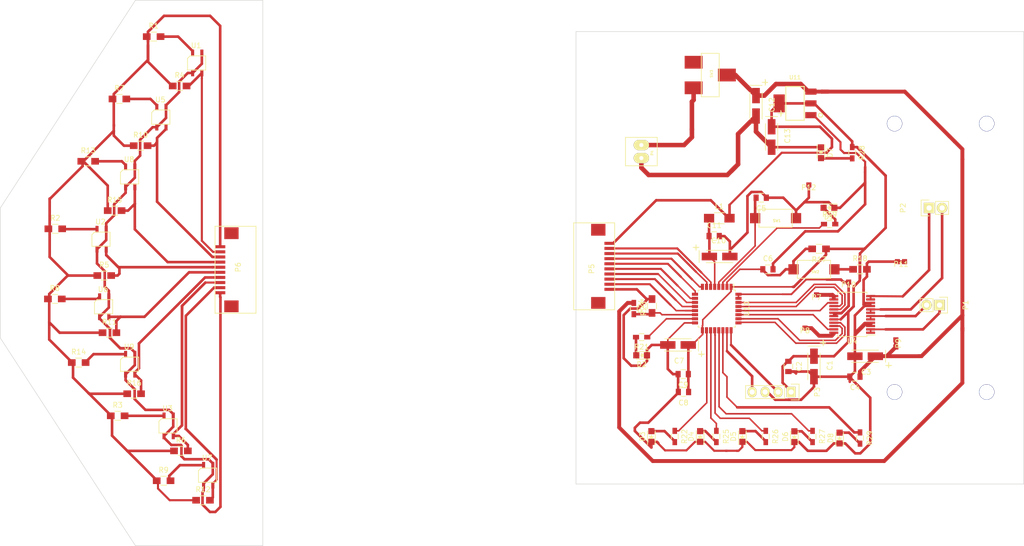
<source format=kicad_pcb>
(kicad_pcb (version 4) (host pcbnew 4.0.0-stable)

  (general
    (links 183)
    (no_connects 15)
    (area 53.941999 46.325917 254.050001 153.105919)
    (thickness 1.6)
    (drawings 38)
    (tracks 786)
    (zones 0)
    (modules 76)
    (nets 55)
  )

  (page A4)
  (layers
    (0 F.Cu signal)
    (31 B.Cu signal)
    (32 B.Adhes user)
    (33 F.Adhes user)
    (34 B.Paste user)
    (35 F.Paste user)
    (36 B.SilkS user)
    (37 F.SilkS user)
    (38 B.Mask user)
    (39 F.Mask user)
    (40 Dwgs.User user)
    (41 Cmts.User user)
    (42 Eco1.User user)
    (43 Eco2.User user)
    (44 Edge.Cuts user)
    (45 Margin user)
    (46 B.CrtYd user)
    (47 F.CrtYd user)
    (48 B.Fab user)
    (49 F.Fab user)
  )

  (setup
    (last_trace_width 0.889)
    (user_trace_width 0.254)
    (user_trace_width 0.3048)
    (user_trace_width 0.3556)
    (user_trace_width 0.4064)
    (user_trace_width 0.508)
    (user_trace_width 0.762)
    (user_trace_width 0.889)
    (user_trace_width 1.27)
    (trace_clearance 0.245)
    (zone_clearance 1.016)
    (zone_45_only no)
    (trace_min 0.254)
    (segment_width 0.2)
    (edge_width 0.1)
    (via_size 1)
    (via_drill 0.6)
    (via_min_size 1)
    (via_min_drill 0.5)
    (user_via 1 0.6)
    (user_via 1.2 0.6)
    (user_via 1.6 0.9)
    (user_via 3 2.9)
    (uvia_size 0.3)
    (uvia_drill 0.1)
    (uvias_allowed no)
    (uvia_min_size 0.2)
    (uvia_min_drill 0.1)
    (pcb_text_width 0.3)
    (pcb_text_size 1.5 1.5)
    (mod_edge_width 0.15)
    (mod_text_size 1 1)
    (mod_text_width 0.15)
    (pad_size 1.5 1.5)
    (pad_drill 0.6)
    (pad_to_mask_clearance 0)
    (aux_axis_origin 0 0)
    (visible_elements 7FFFFFFF)
    (pcbplotparams
      (layerselection 0x00030_80000001)
      (usegerberextensions false)
      (excludeedgelayer true)
      (linewidth 0.100000)
      (plotframeref false)
      (viasonmask false)
      (mode 1)
      (useauxorigin false)
      (hpglpennumber 1)
      (hpglpenspeed 20)
      (hpglpendiameter 15)
      (hpglpenoverlay 2)
      (psnegative false)
      (psa4output false)
      (plotreference true)
      (plotvalue true)
      (plotinvisibletext false)
      (padsonsilk false)
      (subtractmaskfromsilk false)
      (outputformat 1)
      (mirror false)
      (drillshape 1)
      (scaleselection 1)
      (outputdirectory ""))
  )

  (net 0 "")
  (net 1 GND)
  (net 2 +3V3)
  (net 3 VCC)
  (net 4 "Net-(C5-Pad2)")
  (net 5 "Net-(C6-Pad1)")
  (net 6 "Net-(C10-Pad1)")
  (net 7 "Net-(C12-Pad2)")
  (net 8 "Net-(D1-Pad2)")
  (net 9 "Net-(D2-Pad2)")
  (net 10 "Net-(D3-Pad2)")
  (net 11 "Net-(D4-Pad2)")
  (net 12 "Net-(D5-Pad2)")
  (net 13 "Net-(D6-Pad2)")
  (net 14 "Net-(D7-Pad2)")
  (net 15 "Net-(D8-Pad2)")
  (net 16 "Net-(P1-Pad1)")
  (net 17 "Net-(P1-Pad2)")
  (net 18 "Net-(P2-Pad1)")
  (net 19 "Net-(P2-Pad2)")
  (net 20 /SWCLK)
  (net 21 /SWDIO)
  (net 22 "Net-(P4-Pad2)")
  (net 23 /KTIR1)
  (net 24 /KTIR2)
  (net 25 /KTIR3)
  (net 26 /KTIR4)
  (net 27 /KTIR5)
  (net 28 /KTIR6)
  (net 29 /KTIR7)
  (net 30 /KTIR8)
  (net 31 "Net-(R1-Pad2)")
  (net 32 "Net-(R2-Pad2)")
  (net 33 "Net-(R3-Pad2)")
  (net 34 "Net-(R7-Pad2)")
  (net 35 "Net-(R8-Pad2)")
  (net 36 "Net-(R9-Pad2)")
  (net 37 "Net-(R13-Pad2)")
  (net 38 "Net-(R14-Pad2)")
  (net 39 "Net-(R18-Pad1)")
  (net 40 "Net-(R19-Pad1)")
  (net 41 "Net-(R21-Pad1)")
  (net 42 "Net-(R22-Pad1)")
  (net 43 "Net-(R23-Pad2)")
  (net 44 "Net-(R25-Pad1)")
  (net 45 "Net-(R26-Pad1)")
  (net 46 "Net-(R27-Pad1)")
  (net 47 "Net-(R29-Pad1)")
  (net 48 /SIL2B)
  (net 49 /SIL2A)
  (net 50 /SIL1A)
  (net 51 /SIL1B)
  (net 52 "Net-(SW3-Pad3)")
  (net 53 /SIL2PWM)
  (net 54 /SIL1PWM)

  (net_class Default "To jest domyślna klasa połączeń."
    (clearance 0.245)
    (trace_width 0.254)
    (via_dia 1)
    (via_drill 0.6)
    (uvia_dia 0.3)
    (uvia_drill 0.1)
    (add_net +3V3)
    (add_net /KTIR1)
    (add_net /KTIR2)
    (add_net /KTIR3)
    (add_net /KTIR4)
    (add_net /KTIR5)
    (add_net /KTIR6)
    (add_net /KTIR7)
    (add_net /KTIR8)
    (add_net /SIL1A)
    (add_net /SIL1B)
    (add_net /SIL1PWM)
    (add_net /SIL2A)
    (add_net /SIL2B)
    (add_net /SIL2PWM)
    (add_net /SWCLK)
    (add_net /SWDIO)
    (add_net GND)
    (add_net "Net-(C10-Pad1)")
    (add_net "Net-(C12-Pad2)")
    (add_net "Net-(C5-Pad2)")
    (add_net "Net-(C6-Pad1)")
    (add_net "Net-(D1-Pad2)")
    (add_net "Net-(D2-Pad2)")
    (add_net "Net-(D3-Pad2)")
    (add_net "Net-(D4-Pad2)")
    (add_net "Net-(D5-Pad2)")
    (add_net "Net-(D6-Pad2)")
    (add_net "Net-(D7-Pad2)")
    (add_net "Net-(D8-Pad2)")
    (add_net "Net-(P1-Pad1)")
    (add_net "Net-(P1-Pad2)")
    (add_net "Net-(P2-Pad1)")
    (add_net "Net-(P2-Pad2)")
    (add_net "Net-(P4-Pad2)")
    (add_net "Net-(R1-Pad2)")
    (add_net "Net-(R13-Pad2)")
    (add_net "Net-(R14-Pad2)")
    (add_net "Net-(R18-Pad1)")
    (add_net "Net-(R19-Pad1)")
    (add_net "Net-(R2-Pad2)")
    (add_net "Net-(R21-Pad1)")
    (add_net "Net-(R22-Pad1)")
    (add_net "Net-(R23-Pad2)")
    (add_net "Net-(R25-Pad1)")
    (add_net "Net-(R26-Pad1)")
    (add_net "Net-(R27-Pad1)")
    (add_net "Net-(R29-Pad1)")
    (add_net "Net-(R3-Pad2)")
    (add_net "Net-(R7-Pad2)")
    (add_net "Net-(R8-Pad2)")
    (add_net "Net-(R9-Pad2)")
    (add_net "Net-(SW3-Pad3)")
    (add_net VCC)
  )

  (module warsztaty:TB6612 (layer F.Cu) (tedit 54130A77) (tstamp 582E5B79)
    (at 220.472 107.823 180)
    (descr "24-Lead Plastic Shrink Small Outline (SS)-5.30 mm Body [SSOP] (see Microchip Packaging Specification 00000049BS.pdf)")
    (tags "SSOP 0.65")
    (path /581E6639)
    (attr smd)
    (fp_text reference U4 (at 0 -5.25 180) (layer F.SilkS)
      (effects (font (size 1 1) (thickness 0.15)))
    )
    (fp_text value TB6612 (at 0 5.25 180) (layer F.Fab)
      (effects (font (size 1 1) (thickness 0.15)))
    )
    (fp_line (start -4.75 -4.5) (end -4.75 4.5) (layer F.CrtYd) (width 0.05))
    (fp_line (start 4.75 -4.5) (end 4.75 4.5) (layer F.CrtYd) (width 0.05))
    (fp_line (start -4.75 -4.5) (end 4.75 -4.5) (layer F.CrtYd) (width 0.05))
    (fp_line (start -4.75 4.5) (end 4.75 4.5) (layer F.CrtYd) (width 0.05))
    (fp_line (start -2.875 -4.325) (end -2.875 -4.025) (layer F.SilkS) (width 0.15))
    (fp_line (start 2.875 -4.325) (end 2.875 -4.025) (layer F.SilkS) (width 0.15))
    (fp_line (start 2.875 4.325) (end 2.875 4.025) (layer F.SilkS) (width 0.15))
    (fp_line (start -2.875 4.325) (end -2.875 4.025) (layer F.SilkS) (width 0.15))
    (fp_line (start -2.875 -4.325) (end 2.875 -4.325) (layer F.SilkS) (width 0.15))
    (fp_line (start -2.875 4.325) (end 2.875 4.325) (layer F.SilkS) (width 0.15))
    (fp_line (start -2.875 -4.025) (end -4.475 -4.025) (layer F.SilkS) (width 0.15))
    (pad 1 smd rect (at -3.6 -3.575 180) (size 1.75 0.45) (layers F.Cu F.Paste F.Mask)
      (net 16 "Net-(P1-Pad1)"))
    (pad 2 smd rect (at -3.6 -2.925 180) (size 1.75 0.45) (layers F.Cu F.Paste F.Mask)
      (net 16 "Net-(P1-Pad1)"))
    (pad 3 smd rect (at -3.6 -2.275 180) (size 1.75 0.45) (layers F.Cu F.Paste F.Mask)
      (net 1 GND))
    (pad 4 smd rect (at -3.6 -1.625 180) (size 1.75 0.45) (layers F.Cu F.Paste F.Mask)
      (net 1 GND))
    (pad 5 smd rect (at -3.6 -0.975 180) (size 1.75 0.45) (layers F.Cu F.Paste F.Mask)
      (net 17 "Net-(P1-Pad2)"))
    (pad 6 smd rect (at -3.6 -0.325 180) (size 1.75 0.45) (layers F.Cu F.Paste F.Mask)
      (net 17 "Net-(P1-Pad2)"))
    (pad 7 smd rect (at -3.6 0.325 180) (size 1.75 0.45) (layers F.Cu F.Paste F.Mask)
      (net 19 "Net-(P2-Pad2)"))
    (pad 8 smd rect (at -3.6 0.975 180) (size 1.75 0.45) (layers F.Cu F.Paste F.Mask)
      (net 19 "Net-(P2-Pad2)"))
    (pad 9 smd rect (at -3.6 1.625 180) (size 1.75 0.45) (layers F.Cu F.Paste F.Mask)
      (net 1 GND))
    (pad 10 smd rect (at -3.6 2.275 180) (size 1.75 0.45) (layers F.Cu F.Paste F.Mask)
      (net 1 GND))
    (pad 11 smd rect (at -3.6 2.925 180) (size 1.75 0.45) (layers F.Cu F.Paste F.Mask)
      (net 18 "Net-(P2-Pad1)"))
    (pad 12 smd rect (at -3.6 3.575 180) (size 1.75 0.45) (layers F.Cu F.Paste F.Mask)
      (net 18 "Net-(P2-Pad1)"))
    (pad 13 smd rect (at 3.6 3.575 180) (size 1.75 0.45) (layers F.Cu F.Paste F.Mask)
      (net 3 VCC))
    (pad 14 smd rect (at 3.6 2.925 180) (size 1.75 0.45) (layers F.Cu F.Paste F.Mask)
      (net 3 VCC))
    (pad 15 smd rect (at 3.6 2.275 180) (size 1.75 0.45) (layers F.Cu F.Paste F.Mask)
      (net 53 /SIL2PWM))
    (pad 16 smd rect (at 3.6 1.625 180) (size 1.75 0.45) (layers F.Cu F.Paste F.Mask)
      (net 48 /SIL2B))
    (pad 17 smd rect (at 3.6 0.975 180) (size 1.75 0.45) (layers F.Cu F.Paste F.Mask)
      (net 49 /SIL2A))
    (pad 18 smd rect (at 3.6 0.325 180) (size 1.75 0.45) (layers F.Cu F.Paste F.Mask)
      (net 1 GND))
    (pad 19 smd rect (at 3.6 -0.325 180) (size 1.75 0.45) (layers F.Cu F.Paste F.Mask)
      (net 1 GND))
    (pad 20 smd rect (at 3.6 -0.975 180) (size 1.75 0.45) (layers F.Cu F.Paste F.Mask)
      (net 2 +3V3))
    (pad 21 smd rect (at 3.6 -1.625 180) (size 1.75 0.45) (layers F.Cu F.Paste F.Mask)
      (net 50 /SIL1A))
    (pad 22 smd rect (at 3.6 -2.275 180) (size 1.75 0.45) (layers F.Cu F.Paste F.Mask)
      (net 51 /SIL1B))
    (pad 23 smd rect (at 3.6 -2.925 180) (size 1.75 0.45) (layers F.Cu F.Paste F.Mask)
      (net 54 /SIL1PWM))
    (pad 24 smd rect (at 3.6 -3.575 180) (size 1.75 0.45) (layers F.Cu F.Paste F.Mask)
      (net 3 VCC))
    (model Housings_SSOP.3dshapes/SSOP-24_5.3x8.2mm_Pitch0.65mm.wrl
      (at (xyz 0 0 0))
      (scale (xyz 1 1 1))
      (rotate (xyz 0 0 0))
    )
  )

  (module Capacitors_SMD:C_0805 (layer F.Cu) (tedit 5415D6EA) (tstamp 582E57ED)
    (at 204 99)
    (descr "Capacitor SMD 0805, reflow soldering, AVX (see smccp.pdf)")
    (tags "capacitor 0805")
    (path /582A16D9)
    (attr smd)
    (fp_text reference C6 (at 0 -2.1) (layer F.SilkS)
      (effects (font (size 1 1) (thickness 0.15)))
    )
    (fp_text value 100nF (at 0 2.1) (layer F.Fab)
      (effects (font (size 1 1) (thickness 0.15)))
    )
    (fp_line (start -1 0.625) (end -1 -0.625) (layer F.Fab) (width 0.15))
    (fp_line (start 1 0.625) (end -1 0.625) (layer F.Fab) (width 0.15))
    (fp_line (start 1 -0.625) (end 1 0.625) (layer F.Fab) (width 0.15))
    (fp_line (start -1 -0.625) (end 1 -0.625) (layer F.Fab) (width 0.15))
    (fp_line (start -1.8 -1) (end 1.8 -1) (layer F.CrtYd) (width 0.05))
    (fp_line (start -1.8 1) (end 1.8 1) (layer F.CrtYd) (width 0.05))
    (fp_line (start -1.8 -1) (end -1.8 1) (layer F.CrtYd) (width 0.05))
    (fp_line (start 1.8 -1) (end 1.8 1) (layer F.CrtYd) (width 0.05))
    (fp_line (start 0.5 -0.85) (end -0.5 -0.85) (layer F.SilkS) (width 0.15))
    (fp_line (start -0.5 0.85) (end 0.5 0.85) (layer F.SilkS) (width 0.15))
    (pad 1 smd rect (at -1 0) (size 1 1.25) (layers F.Cu F.Paste F.Mask)
      (net 5 "Net-(C6-Pad1)"))
    (pad 2 smd rect (at 1 0) (size 1 1.25) (layers F.Cu F.Paste F.Mask)
      (net 1 GND))
    (model Capacitors_SMD.3dshapes/C_0805.wrl
      (at (xyz 0 0 0))
      (scale (xyz 1 1 1))
      (rotate (xyz 0 0 0))
    )
  )

  (module Pin_Headers:Pin_Header_Straight_1x04 (layer F.Cu) (tedit 0) (tstamp 582E5926)
    (at 208.54 123 270)
    (descr "Through hole pin header")
    (tags "pin header")
    (path /581E77C1)
    (fp_text reference P3 (at 0 -5.1 270) (layer F.SilkS)
      (effects (font (size 1 1) (thickness 0.15)))
    )
    (fp_text value Programator (at 0 -3.1 270) (layer F.Fab)
      (effects (font (size 1 1) (thickness 0.15)))
    )
    (fp_line (start -1.75 -1.75) (end -1.75 9.4) (layer F.CrtYd) (width 0.05))
    (fp_line (start 1.75 -1.75) (end 1.75 9.4) (layer F.CrtYd) (width 0.05))
    (fp_line (start -1.75 -1.75) (end 1.75 -1.75) (layer F.CrtYd) (width 0.05))
    (fp_line (start -1.75 9.4) (end 1.75 9.4) (layer F.CrtYd) (width 0.05))
    (fp_line (start -1.27 1.27) (end -1.27 8.89) (layer F.SilkS) (width 0.15))
    (fp_line (start 1.27 1.27) (end 1.27 8.89) (layer F.SilkS) (width 0.15))
    (fp_line (start 1.55 -1.55) (end 1.55 0) (layer F.SilkS) (width 0.15))
    (fp_line (start -1.27 8.89) (end 1.27 8.89) (layer F.SilkS) (width 0.15))
    (fp_line (start 1.27 1.27) (end -1.27 1.27) (layer F.SilkS) (width 0.15))
    (fp_line (start -1.55 0) (end -1.55 -1.55) (layer F.SilkS) (width 0.15))
    (fp_line (start -1.55 -1.55) (end 1.55 -1.55) (layer F.SilkS) (width 0.15))
    (pad 1 thru_hole rect (at 0 0 270) (size 2.032 1.7272) (drill 1.016) (layers *.Cu *.Mask F.SilkS)
      (net 2 +3V3))
    (pad 2 thru_hole oval (at 0 2.54 270) (size 2.032 1.7272) (drill 1.016) (layers *.Cu *.Mask F.SilkS)
      (net 20 /SWCLK))
    (pad 3 thru_hole oval (at 0 5.08 270) (size 2.032 1.7272) (drill 1.016) (layers *.Cu *.Mask F.SilkS)
      (net 1 GND))
    (pad 4 thru_hole oval (at 0 7.62 270) (size 2.032 1.7272) (drill 1.016) (layers *.Cu *.Mask F.SilkS)
      (net 21 /SWDIO))
    (model Pin_Headers.3dshapes/Pin_Header_Straight_1x04.wrl
      (at (xyz 0 -0.15 0))
      (scale (xyz 1 1 1))
      (rotate (xyz 0 0 90))
    )
  )

  (module Capacitors_Tantalum_SMD:TantalC_SizeA_EIA-3216_HandSoldering (layer F.Cu) (tedit 0) (tstamp 582E57A1)
    (at 213 118 270)
    (descr "Tantal Cap. , Size A, EIA-3216, Hand Soldering,")
    (tags "Tantal Cap. , Size A, EIA-3216, Hand Soldering,")
    (path /5822FDCA)
    (attr smd)
    (fp_text reference C1 (at -0.20066 -3.0988 270) (layer F.SilkS)
      (effects (font (size 1 1) (thickness 0.15)))
    )
    (fp_text value 10uF (at -0.09906 3.0988 270) (layer F.Fab)
      (effects (font (size 1 1) (thickness 0.15)))
    )
    (fp_text user + (at -4.59994 -1.80086 270) (layer F.SilkS)
      (effects (font (size 1 1) (thickness 0.15)))
    )
    (fp_line (start -2.60096 1.19888) (end 2.60096 1.19888) (layer F.SilkS) (width 0.15))
    (fp_line (start 2.60096 -1.19888) (end -2.60096 -1.19888) (layer F.SilkS) (width 0.15))
    (fp_line (start -4.59994 -2.2987) (end -4.59994 -1.19888) (layer F.SilkS) (width 0.15))
    (fp_line (start -5.19938 -1.79832) (end -4.0005 -1.79832) (layer F.SilkS) (width 0.15))
    (fp_line (start -3.99542 -1.19888) (end -3.99542 1.19888) (layer F.SilkS) (width 0.15))
    (pad 2 smd rect (at 1.99898 0 270) (size 2.99974 1.50114) (layers F.Cu F.Paste F.Mask)
      (net 1 GND))
    (pad 1 smd rect (at -1.99898 0 270) (size 2.99974 1.50114) (layers F.Cu F.Paste F.Mask)
      (net 2 +3V3))
    (model Capacitors_Tantalum_SMD.3dshapes/TantalC_SizeA_EIA-3216_HandSoldering.wrl
      (at (xyz 0 0 0))
      (scale (xyz 1 1 1))
      (rotate (xyz 0 0 180))
    )
  )

  (module misc:tact_switch_smd (layer F.Cu) (tedit 565B8718) (tstamp 582F8AC5)
    (at 209 99)
    (path /5829B66D)
    (fp_text reference SW2 (at 4.25 0.5) (layer F.SilkS)
      (effects (font (size 0.5 0.5) (thickness 0.125)))
    )
    (fp_text value SW_PUSH (at 4.25 -0.5) (layer F.Fab)
      (effects (font (size 0.5 0.5) (thickness 0.125)))
    )
    (fp_line (start 0.75 1.75) (end 0.75 -1.75) (layer F.SilkS) (width 0.15))
    (fp_line (start 0.75 -1.75) (end 7.25 -1.75) (layer F.SilkS) (width 0.15))
    (fp_line (start 7.25 -1.75) (end 7.25 1.75) (layer F.SilkS) (width 0.15))
    (fp_line (start 7.25 1.75) (end 0.75 1.75) (layer F.SilkS) (width 0.15))
    (pad 1 smd rect (at 0 0) (size 2 2) (layers F.Cu F.Paste F.Mask)
      (net 5 "Net-(C6-Pad1)"))
    (pad 2 smd rect (at 8 0) (size 2 2) (layers F.Cu F.Paste F.Mask)
      (net 39 "Net-(R18-Pad1)"))
  )

  (module Housings_QFP:LQFP-32_7x7mm_Pitch0.8mm (layer F.Cu) (tedit 54130A77) (tstamp 582E5BEB)
    (at 194 106.68 270)
    (descr "LQFP32: plastic low profile quad flat package; 32 leads; body 7 x 7 x 1.4 mm (see NXP sot358-1_po.pdf and sot358-1_fr.pdf)")
    (tags "QFP 0.8")
    (path /581E29E0)
    (attr smd)
    (fp_text reference U10 (at 0 -5.85 270) (layer F.SilkS)
      (effects (font (size 1 1) (thickness 0.15)))
    )
    (fp_text value STM32F030K6 (at 0 5.85 270) (layer F.Fab)
      (effects (font (size 1 1) (thickness 0.15)))
    )
    (fp_line (start -5.1 -5.1) (end -5.1 5.1) (layer F.CrtYd) (width 0.05))
    (fp_line (start 5.1 -5.1) (end 5.1 5.1) (layer F.CrtYd) (width 0.05))
    (fp_line (start -5.1 -5.1) (end 5.1 -5.1) (layer F.CrtYd) (width 0.05))
    (fp_line (start -5.1 5.1) (end 5.1 5.1) (layer F.CrtYd) (width 0.05))
    (fp_line (start -3.625 -3.625) (end -3.625 -3.325) (layer F.SilkS) (width 0.15))
    (fp_line (start 3.625 -3.625) (end 3.625 -3.325) (layer F.SilkS) (width 0.15))
    (fp_line (start 3.625 3.625) (end 3.625 3.325) (layer F.SilkS) (width 0.15))
    (fp_line (start -3.625 3.625) (end -3.625 3.325) (layer F.SilkS) (width 0.15))
    (fp_line (start -3.625 -3.625) (end -3.325 -3.625) (layer F.SilkS) (width 0.15))
    (fp_line (start -3.625 3.625) (end -3.325 3.625) (layer F.SilkS) (width 0.15))
    (fp_line (start 3.625 3.625) (end 3.325 3.625) (layer F.SilkS) (width 0.15))
    (fp_line (start 3.625 -3.625) (end 3.325 -3.625) (layer F.SilkS) (width 0.15))
    (fp_line (start -3.625 -3.325) (end -4.85 -3.325) (layer F.SilkS) (width 0.15))
    (pad 1 smd rect (at -4.25 -2.8 270) (size 1.2 0.6) (layers F.Cu F.Paste F.Mask)
      (net 2 +3V3))
    (pad 2 smd rect (at -4.25 -2 270) (size 1.2 0.6) (layers F.Cu F.Paste F.Mask)
      (net 5 "Net-(C6-Pad1)"))
    (pad 3 smd rect (at -4.25 -1.2 270) (size 1.2 0.6) (layers F.Cu F.Paste F.Mask)
      (net 40 "Net-(R19-Pad1)"))
    (pad 4 smd rect (at -4.25 -0.4 270) (size 1.2 0.6) (layers F.Cu F.Paste F.Mask)
      (net 4 "Net-(C5-Pad2)"))
    (pad 5 smd rect (at -4.25 0.4 270) (size 1.2 0.6) (layers F.Cu F.Paste F.Mask)
      (net 6 "Net-(C10-Pad1)"))
    (pad 6 smd rect (at -4.25 1.2 270) (size 1.2 0.6) (layers F.Cu F.Paste F.Mask)
      (net 23 /KTIR1))
    (pad 7 smd rect (at -4.25 2 270) (size 1.2 0.6) (layers F.Cu F.Paste F.Mask)
      (net 24 /KTIR2))
    (pad 8 smd rect (at -4.25 2.8 270) (size 1.2 0.6) (layers F.Cu F.Paste F.Mask)
      (net 25 /KTIR3))
    (pad 9 smd rect (at -2.8 4.25) (size 1.2 0.6) (layers F.Cu F.Paste F.Mask)
      (net 26 /KTIR4))
    (pad 10 smd rect (at -2 4.25) (size 1.2 0.6) (layers F.Cu F.Paste F.Mask)
      (net 27 /KTIR5))
    (pad 11 smd rect (at -1.2 4.25) (size 1.2 0.6) (layers F.Cu F.Paste F.Mask)
      (net 28 /KTIR6))
    (pad 12 smd rect (at -0.4 4.25) (size 1.2 0.6) (layers F.Cu F.Paste F.Mask)
      (net 29 /KTIR7))
    (pad 13 smd rect (at 0.4 4.25) (size 1.2 0.6) (layers F.Cu F.Paste F.Mask)
      (net 30 /KTIR8))
    (pad 14 smd rect (at 1.2 4.25) (size 1.2 0.6) (layers F.Cu F.Paste F.Mask)
      (net 43 "Net-(R23-Pad2)"))
    (pad 15 smd rect (at 2 4.25) (size 1.2 0.6) (layers F.Cu F.Paste F.Mask)
      (net 41 "Net-(R21-Pad1)"))
    (pad 16 smd rect (at 2.8 4.25) (size 1.2 0.6) (layers F.Cu F.Paste F.Mask)
      (net 1 GND))
    (pad 17 smd rect (at 4.25 2.8 270) (size 1.2 0.6) (layers F.Cu F.Paste F.Mask)
      (net 2 +3V3))
    (pad 18 smd rect (at 4.25 2 270) (size 1.2 0.6) (layers F.Cu F.Paste F.Mask)
      (net 42 "Net-(R22-Pad1)"))
    (pad 19 smd rect (at 4.25 1.2 270) (size 1.2 0.6) (layers F.Cu F.Paste F.Mask)
      (net 44 "Net-(R25-Pad1)"))
    (pad 20 smd rect (at 4.25 0.4 270) (size 1.2 0.6) (layers F.Cu F.Paste F.Mask)
      (net 45 "Net-(R26-Pad1)"))
    (pad 21 smd rect (at 4.25 -0.4 270) (size 1.2 0.6) (layers F.Cu F.Paste F.Mask)
      (net 46 "Net-(R27-Pad1)"))
    (pad 22 smd rect (at 4.25 -1.2 270) (size 1.2 0.6) (layers F.Cu F.Paste F.Mask)
      (net 47 "Net-(R29-Pad1)"))
    (pad 23 smd rect (at 4.25 -2 270) (size 1.2 0.6) (layers F.Cu F.Paste F.Mask)
      (net 21 /SWDIO))
    (pad 24 smd rect (at 4.25 -2.8 270) (size 1.2 0.6) (layers F.Cu F.Paste F.Mask)
      (net 20 /SWCLK))
    (pad 25 smd rect (at 2.8 -4.25) (size 1.2 0.6) (layers F.Cu F.Paste F.Mask)
      (net 50 /SIL1A))
    (pad 26 smd rect (at 2 -4.25) (size 1.2 0.6) (layers F.Cu F.Paste F.Mask)
      (net 51 /SIL1B))
    (pad 27 smd rect (at 1.2 -4.25) (size 1.2 0.6) (layers F.Cu F.Paste F.Mask)
      (net 54 /SIL1PWM))
    (pad 28 smd rect (at 0.4 -4.25) (size 1.2 0.6) (layers F.Cu F.Paste F.Mask)
      (net 53 /SIL2PWM))
    (pad 29 smd rect (at -0.4 -4.25) (size 1.2 0.6) (layers F.Cu F.Paste F.Mask)
      (net 48 /SIL2B))
    (pad 30 smd rect (at -1.2 -4.25) (size 1.2 0.6) (layers F.Cu F.Paste F.Mask)
      (net 49 /SIL2A))
    (pad 31 smd rect (at -2 -4.25) (size 1.2 0.6) (layers F.Cu F.Paste F.Mask)
      (net 1 GND))
    (pad 32 smd rect (at -2.8 -4.25) (size 1.2 0.6) (layers F.Cu F.Paste F.Mask)
      (net 1 GND))
    (model Housings_QFP.3dshapes/LQFP-32_7x7mm_Pitch0.8mm.wrl
      (at (xyz 0 0 0))
      (scale (xyz 1 1 1))
      (rotate (xyz 0 0 0))
    )
  )

  (module misc:fpc_10_pin (layer F.Cu) (tedit 564F459B) (tstamp 583B11A6)
    (at 170.053 97.917 270)
    (path /582CCE51)
    (fp_text reference P5 (at 1 0.5 270) (layer F.SilkS)
      (effects (font (size 1 1) (thickness 0.15)))
    )
    (fp_text value CONN_01X10 (at 1 -0.5 270) (layer F.Fab)
      (effects (font (size 1 1) (thickness 0.15)))
    )
    (fp_line (start 9 4) (end 9 -4) (layer F.SilkS) (width 0.15))
    (fp_line (start 9 -4) (end -8 -4) (layer F.SilkS) (width 0.15))
    (fp_line (start -8 -4) (end -8 4) (layer F.SilkS) (width 0.15))
    (fp_line (start -8 4) (end 9 4) (layer F.SilkS) (width 0.15))
    (pad 11 smd rect (at -6.65 -0.8 270) (size 2.3 2.8) (layers F.Cu F.Paste F.Mask))
    (pad 10 smd rect (at 5 -3 270) (size 0.6 2) (layers F.Cu F.Paste F.Mask)
      (net 1 GND))
    (pad 9 smd rect (at 4 -3 270) (size 0.6 2) (layers F.Cu F.Paste F.Mask)
      (net 30 /KTIR8))
    (pad 8 smd rect (at 3 -3 270) (size 0.6 2) (layers F.Cu F.Paste F.Mask)
      (net 29 /KTIR7))
    (pad 7 smd rect (at 2 -3 270) (size 0.6 2) (layers F.Cu F.Paste F.Mask)
      (net 28 /KTIR6))
    (pad 6 smd rect (at 1 -3 270) (size 0.6 2) (layers F.Cu F.Paste F.Mask)
      (net 27 /KTIR5))
    (pad 5 smd rect (at 0 -3 270) (size 0.6 2) (layers F.Cu F.Paste F.Mask)
      (net 26 /KTIR4))
    (pad 4 smd rect (at -1 -3 270) (size 0.6 2) (layers F.Cu F.Paste F.Mask)
      (net 25 /KTIR3))
    (pad 3 smd rect (at -2 -3 270) (size 0.6 2) (layers F.Cu F.Paste F.Mask)
      (net 24 /KTIR2))
    (pad 2 smd rect (at -3 -3 270) (size 0.6 2) (layers F.Cu F.Paste F.Mask)
      (net 23 /KTIR1))
    (pad 1 smd rect (at -4 -3 270) (size 0.6 2) (layers F.Cu F.Paste F.Mask)
      (net 2 +3V3))
    (pad 11 smd rect (at 7.65 -0.8 270) (size 2.3 2.8) (layers F.Cu F.Paste F.Mask))
  )

  (module Capacitors_Tantalum_SMD:TantalC_SizeA_EIA-3216_HandSoldering (layer F.Cu) (tedit 0) (tstamp 582E57BD)
    (at 223 116 180)
    (descr "Tantal Cap. , Size A, EIA-3216, Hand Soldering,")
    (tags "Tantal Cap. , Size A, EIA-3216, Hand Soldering,")
    (path /582308A3)
    (attr smd)
    (fp_text reference C3 (at -0.20066 -3.0988 180) (layer F.SilkS)
      (effects (font (size 1 1) (thickness 0.15)))
    )
    (fp_text value 10uF (at -0.09906 3.0988 180) (layer F.Fab)
      (effects (font (size 1 1) (thickness 0.15)))
    )
    (fp_text user + (at -4.59994 -1.80086 180) (layer F.SilkS)
      (effects (font (size 1 1) (thickness 0.15)))
    )
    (fp_line (start -2.60096 1.19888) (end 2.60096 1.19888) (layer F.SilkS) (width 0.15))
    (fp_line (start 2.60096 -1.19888) (end -2.60096 -1.19888) (layer F.SilkS) (width 0.15))
    (fp_line (start -4.59994 -2.2987) (end -4.59994 -1.19888) (layer F.SilkS) (width 0.15))
    (fp_line (start -5.19938 -1.79832) (end -4.0005 -1.79832) (layer F.SilkS) (width 0.15))
    (fp_line (start -3.99542 -1.19888) (end -3.99542 1.19888) (layer F.SilkS) (width 0.15))
    (pad 2 smd rect (at 1.99898 0 180) (size 2.99974 1.50114) (layers F.Cu F.Paste F.Mask)
      (net 1 GND))
    (pad 1 smd rect (at -1.99898 0 180) (size 2.99974 1.50114) (layers F.Cu F.Paste F.Mask)
      (net 3 VCC))
    (model Capacitors_Tantalum_SMD.3dshapes/TantalC_SizeA_EIA-3216_HandSoldering.wrl
      (at (xyz 0 0 0))
      (scale (xyz 1 1 1))
      (rotate (xyz 0 0 180))
    )
  )

  (module Capacitors_SMD:C_0805 (layer F.Cu) (tedit 5415D6EA) (tstamp 582E5819)
    (at 187.452 119.5 180)
    (descr "Capacitor SMD 0805, reflow soldering, AVX (see smccp.pdf)")
    (tags "capacitor 0805")
    (path /5821D749)
    (attr smd)
    (fp_text reference C9 (at 0 -2.1 180) (layer F.SilkS)
      (effects (font (size 1 1) (thickness 0.15)))
    )
    (fp_text value 100nF (at 0 2.1 180) (layer F.Fab)
      (effects (font (size 1 1) (thickness 0.15)))
    )
    (fp_line (start -1 0.625) (end -1 -0.625) (layer F.Fab) (width 0.15))
    (fp_line (start 1 0.625) (end -1 0.625) (layer F.Fab) (width 0.15))
    (fp_line (start 1 -0.625) (end 1 0.625) (layer F.Fab) (width 0.15))
    (fp_line (start -1 -0.625) (end 1 -0.625) (layer F.Fab) (width 0.15))
    (fp_line (start -1.8 -1) (end 1.8 -1) (layer F.CrtYd) (width 0.05))
    (fp_line (start -1.8 1) (end 1.8 1) (layer F.CrtYd) (width 0.05))
    (fp_line (start -1.8 -1) (end -1.8 1) (layer F.CrtYd) (width 0.05))
    (fp_line (start 1.8 -1) (end 1.8 1) (layer F.CrtYd) (width 0.05))
    (fp_line (start 0.5 -0.85) (end -0.5 -0.85) (layer F.SilkS) (width 0.15))
    (fp_line (start -0.5 0.85) (end 0.5 0.85) (layer F.SilkS) (width 0.15))
    (pad 1 smd rect (at -1 0 180) (size 1 1.25) (layers F.Cu F.Paste F.Mask)
      (net 2 +3V3))
    (pad 2 smd rect (at 1 0 180) (size 1 1.25) (layers F.Cu F.Paste F.Mask)
      (net 1 GND))
    (model Capacitors_SMD.3dshapes/C_0805.wrl
      (at (xyz 0 0 0))
      (scale (xyz 1 1 1))
      (rotate (xyz 0 0 0))
    )
  )

  (module Pin_Headers:Pin_Header_Straight_1x02 (layer F.Cu) (tedit 54EA090C) (tstamp 582E5913)
    (at 235.5 87 90)
    (descr "Through hole pin header")
    (tags "pin header")
    (path /581E6C35)
    (fp_text reference P2 (at 0 -5.1 90) (layer F.SilkS)
      (effects (font (size 1 1) (thickness 0.15)))
    )
    (fp_text value Silnik2 (at 0 -3.1 90) (layer F.Fab)
      (effects (font (size 1 1) (thickness 0.15)))
    )
    (fp_line (start 1.27 1.27) (end 1.27 3.81) (layer F.SilkS) (width 0.15))
    (fp_line (start 1.55 -1.55) (end 1.55 0) (layer F.SilkS) (width 0.15))
    (fp_line (start -1.75 -1.75) (end -1.75 4.3) (layer F.CrtYd) (width 0.05))
    (fp_line (start 1.75 -1.75) (end 1.75 4.3) (layer F.CrtYd) (width 0.05))
    (fp_line (start -1.75 -1.75) (end 1.75 -1.75) (layer F.CrtYd) (width 0.05))
    (fp_line (start -1.75 4.3) (end 1.75 4.3) (layer F.CrtYd) (width 0.05))
    (fp_line (start 1.27 1.27) (end -1.27 1.27) (layer F.SilkS) (width 0.15))
    (fp_line (start -1.55 0) (end -1.55 -1.55) (layer F.SilkS) (width 0.15))
    (fp_line (start -1.55 -1.55) (end 1.55 -1.55) (layer F.SilkS) (width 0.15))
    (fp_line (start -1.27 1.27) (end -1.27 3.81) (layer F.SilkS) (width 0.15))
    (fp_line (start -1.27 3.81) (end 1.27 3.81) (layer F.SilkS) (width 0.15))
    (pad 1 thru_hole rect (at 0 0 90) (size 2.032 2.032) (drill 1.016) (layers *.Cu *.Mask F.SilkS)
      (net 18 "Net-(P2-Pad1)"))
    (pad 2 thru_hole oval (at 0 2.54 90) (size 2.032 2.032) (drill 1.016) (layers *.Cu *.Mask F.SilkS)
      (net 19 "Net-(P2-Pad2)"))
    (model Pin_Headers.3dshapes/Pin_Header_Straight_1x02.wrl
      (at (xyz 0 -0.05 0))
      (scale (xyz 1 1 1))
      (rotate (xyz 0 0 90))
    )
  )

  (module Capacitors_SMD:C_0805 (layer F.Cu) (tedit 5415D6EA) (tstamp 582E57B1)
    (at 208 118 270)
    (descr "Capacitor SMD 0805, reflow soldering, AVX (see smccp.pdf)")
    (tags "capacitor 0805")
    (path /5822FD43)
    (attr smd)
    (fp_text reference C2 (at 0 -2.1 270) (layer F.SilkS)
      (effects (font (size 1 1) (thickness 0.15)))
    )
    (fp_text value 100nF (at 0 2.1 270) (layer F.Fab)
      (effects (font (size 1 1) (thickness 0.15)))
    )
    (fp_line (start -1 0.625) (end -1 -0.625) (layer F.Fab) (width 0.15))
    (fp_line (start 1 0.625) (end -1 0.625) (layer F.Fab) (width 0.15))
    (fp_line (start 1 -0.625) (end 1 0.625) (layer F.Fab) (width 0.15))
    (fp_line (start -1 -0.625) (end 1 -0.625) (layer F.Fab) (width 0.15))
    (fp_line (start -1.8 -1) (end 1.8 -1) (layer F.CrtYd) (width 0.05))
    (fp_line (start -1.8 1) (end 1.8 1) (layer F.CrtYd) (width 0.05))
    (fp_line (start -1.8 -1) (end -1.8 1) (layer F.CrtYd) (width 0.05))
    (fp_line (start 1.8 -1) (end 1.8 1) (layer F.CrtYd) (width 0.05))
    (fp_line (start 0.5 -0.85) (end -0.5 -0.85) (layer F.SilkS) (width 0.15))
    (fp_line (start -0.5 0.85) (end 0.5 0.85) (layer F.SilkS) (width 0.15))
    (pad 1 smd rect (at -1 0 270) (size 1 1.25) (layers F.Cu F.Paste F.Mask)
      (net 2 +3V3))
    (pad 2 smd rect (at 1 0 270) (size 1 1.25) (layers F.Cu F.Paste F.Mask)
      (net 1 GND))
    (model Capacitors_SMD.3dshapes/C_0805.wrl
      (at (xyz 0 0 0))
      (scale (xyz 1 1 1))
      (rotate (xyz 0 0 0))
    )
  )

  (module Resistors_SMD:R_0603_HandSoldering (layer F.Cu) (tedit 5418A00F) (tstamp 582E5AE7)
    (at 222 132 270)
    (descr "Resistor SMD 0603, hand soldering")
    (tags "resistor 0603")
    (path /582956FF)
    (attr smd)
    (fp_text reference R29 (at 0 -1.9 270) (layer F.SilkS)
      (effects (font (size 1 1) (thickness 0.15)))
    )
    (fp_text value 200R (at 0 1.9 270) (layer F.Fab)
      (effects (font (size 1 1) (thickness 0.15)))
    )
    (fp_line (start -2 -0.8) (end 2 -0.8) (layer F.CrtYd) (width 0.05))
    (fp_line (start -2 0.8) (end 2 0.8) (layer F.CrtYd) (width 0.05))
    (fp_line (start -2 -0.8) (end -2 0.8) (layer F.CrtYd) (width 0.05))
    (fp_line (start 2 -0.8) (end 2 0.8) (layer F.CrtYd) (width 0.05))
    (fp_line (start 0.5 0.675) (end -0.5 0.675) (layer F.SilkS) (width 0.15))
    (fp_line (start -0.5 -0.675) (end 0.5 -0.675) (layer F.SilkS) (width 0.15))
    (pad 1 smd rect (at -1.1 0 270) (size 1.2 0.9) (layers F.Cu F.Paste F.Mask)
      (net 47 "Net-(R29-Pad1)"))
    (pad 2 smd rect (at 1.1 0 270) (size 1.2 0.9) (layers F.Cu F.Paste F.Mask)
      (net 15 "Net-(D8-Pad2)"))
    (model Resistors_SMD.3dshapes/R_0603_HandSoldering.wrl
      (at (xyz 0 0 0))
      (scale (xyz 1 1 1))
      (rotate (xyz 0 0 0))
    )
  )

  (module misc:tact_switch_smd (layer F.Cu) (tedit 565B8718) (tstamp 582F8ABF)
    (at 201.5 89)
    (path /582454BC)
    (fp_text reference SW1 (at 4.25 0.5) (layer F.SilkS)
      (effects (font (size 0.5 0.5) (thickness 0.125)))
    )
    (fp_text value SW_PUSH (at 4.25 -0.5) (layer F.Fab)
      (effects (font (size 0.5 0.5) (thickness 0.125)))
    )
    (fp_line (start 0.75 1.75) (end 0.75 -1.75) (layer F.SilkS) (width 0.15))
    (fp_line (start 0.75 -1.75) (end 7.25 -1.75) (layer F.SilkS) (width 0.15))
    (fp_line (start 7.25 -1.75) (end 7.25 1.75) (layer F.SilkS) (width 0.15))
    (fp_line (start 7.25 1.75) (end 0.75 1.75) (layer F.SilkS) (width 0.15))
    (pad 1 smd rect (at 0 0) (size 2 2) (layers F.Cu F.Paste F.Mask)
      (net 4 "Net-(C5-Pad2)"))
    (pad 2 smd rect (at 8 0) (size 2 2) (layers F.Cu F.Paste F.Mask)
      (net 1 GND))
  )

  (module Resistors_SMD:R_0805_HandSoldering (layer F.Cu) (tedit 54189DEE) (tstamp 582E5A63)
    (at 222 99)
    (descr "Resistor SMD 0805, hand soldering")
    (tags "resistor 0805")
    (path /58299230)
    (attr smd)
    (fp_text reference R18 (at 0 -2.1) (layer F.SilkS)
      (effects (font (size 1 1) (thickness 0.15)))
    )
    (fp_text value 100R (at 0 2.1) (layer F.Fab)
      (effects (font (size 1 1) (thickness 0.15)))
    )
    (fp_line (start -2.4 -1) (end 2.4 -1) (layer F.CrtYd) (width 0.05))
    (fp_line (start -2.4 1) (end 2.4 1) (layer F.CrtYd) (width 0.05))
    (fp_line (start -2.4 -1) (end -2.4 1) (layer F.CrtYd) (width 0.05))
    (fp_line (start 2.4 -1) (end 2.4 1) (layer F.CrtYd) (width 0.05))
    (fp_line (start 0.6 0.875) (end -0.6 0.875) (layer F.SilkS) (width 0.15))
    (fp_line (start -0.6 -0.875) (end 0.6 -0.875) (layer F.SilkS) (width 0.15))
    (pad 1 smd rect (at -1.35 0) (size 1.5 1.3) (layers F.Cu F.Paste F.Mask)
      (net 39 "Net-(R18-Pad1)"))
    (pad 2 smd rect (at 1.35 0) (size 1.5 1.3) (layers F.Cu F.Paste F.Mask)
      (net 1 GND))
    (model Resistors_SMD.3dshapes/R_0805_HandSoldering.wrl
      (at (xyz 0 0 0))
      (scale (xyz 1 1 1))
      (rotate (xyz 0 0 0))
    )
  )

  (module LEDs:LED-0805 (layer F.Cu) (tedit 55BDE1C2) (tstamp 582E5886)
    (at 181.229 131.699 90)
    (descr "LED 0805 smd package")
    (tags "LED 0805 SMD")
    (path /58295004)
    (attr smd)
    (fp_text reference D3 (at 0 -1.75 90) (layer F.SilkS)
      (effects (font (size 1 1) (thickness 0.15)))
    )
    (fp_text value LED (at 0 1.75 90) (layer F.Fab)
      (effects (font (size 1 1) (thickness 0.15)))
    )
    (fp_line (start -1.6 0.75) (end 1.1 0.75) (layer F.SilkS) (width 0.15))
    (fp_line (start -1.6 -0.75) (end 1.1 -0.75) (layer F.SilkS) (width 0.15))
    (fp_line (start -0.1 0.15) (end -0.1 -0.1) (layer F.SilkS) (width 0.15))
    (fp_line (start -0.1 -0.1) (end -0.25 0.05) (layer F.SilkS) (width 0.15))
    (fp_line (start -0.35 -0.35) (end -0.35 0.35) (layer F.SilkS) (width 0.15))
    (fp_line (start 0 0) (end 0.35 0) (layer F.SilkS) (width 0.15))
    (fp_line (start -0.35 0) (end 0 -0.35) (layer F.SilkS) (width 0.15))
    (fp_line (start 0 -0.35) (end 0 0.35) (layer F.SilkS) (width 0.15))
    (fp_line (start 0 0.35) (end -0.35 0) (layer F.SilkS) (width 0.15))
    (fp_line (start 1.9 -0.95) (end 1.9 0.95) (layer F.CrtYd) (width 0.05))
    (fp_line (start 1.9 0.95) (end -1.9 0.95) (layer F.CrtYd) (width 0.05))
    (fp_line (start -1.9 0.95) (end -1.9 -0.95) (layer F.CrtYd) (width 0.05))
    (fp_line (start -1.9 -0.95) (end 1.9 -0.95) (layer F.CrtYd) (width 0.05))
    (pad 2 smd rect (at 1.04902 0 270) (size 1.19888 1.19888) (layers F.Cu F.Paste F.Mask)
      (net 10 "Net-(D3-Pad2)"))
    (pad 1 smd rect (at -1.04902 0 270) (size 1.19888 1.19888) (layers F.Cu F.Paste F.Mask)
      (net 1 GND))
    (model LEDs.3dshapes/LED-0805.wrl
      (at (xyz 0 0 0))
      (scale (xyz 1 1 1))
      (rotate (xyz 0 0 0))
    )
  )

  (module Resistors_SMD:R_0603_HandSoldering (layer F.Cu) (tedit 5418A00F) (tstamp 582E5A93)
    (at 185.801 131.699 270)
    (descr "Resistor SMD 0603, hand soldering")
    (tags "resistor 0603")
    (path /5829500A)
    (attr smd)
    (fp_text reference R22 (at 0 -1.9 270) (layer F.SilkS)
      (effects (font (size 1 1) (thickness 0.15)))
    )
    (fp_text value 200R (at 0 1.9 270) (layer F.Fab)
      (effects (font (size 1 1) (thickness 0.15)))
    )
    (fp_line (start -2 -0.8) (end 2 -0.8) (layer F.CrtYd) (width 0.05))
    (fp_line (start -2 0.8) (end 2 0.8) (layer F.CrtYd) (width 0.05))
    (fp_line (start -2 -0.8) (end -2 0.8) (layer F.CrtYd) (width 0.05))
    (fp_line (start 2 -0.8) (end 2 0.8) (layer F.CrtYd) (width 0.05))
    (fp_line (start 0.5 0.675) (end -0.5 0.675) (layer F.SilkS) (width 0.15))
    (fp_line (start -0.5 -0.675) (end 0.5 -0.675) (layer F.SilkS) (width 0.15))
    (pad 1 smd rect (at -1.1 0 270) (size 1.2 0.9) (layers F.Cu F.Paste F.Mask)
      (net 42 "Net-(R22-Pad1)"))
    (pad 2 smd rect (at 1.1 0 270) (size 1.2 0.9) (layers F.Cu F.Paste F.Mask)
      (net 10 "Net-(D3-Pad2)"))
    (model Resistors_SMD.3dshapes/R_0603_HandSoldering.wrl
      (at (xyz 0 0 0))
      (scale (xyz 1 1 1))
      (rotate (xyz 0 0 0))
    )
  )

  (module LEDs:LED-0805 (layer F.Cu) (tedit 55BDE1C2) (tstamp 582E58E5)
    (at 218 132 90)
    (descr "LED 0805 smd package")
    (tags "LED 0805 SMD")
    (path /582956F9)
    (attr smd)
    (fp_text reference D8 (at 0 -1.75 90) (layer F.SilkS)
      (effects (font (size 1 1) (thickness 0.15)))
    )
    (fp_text value LED (at 0 1.75 90) (layer F.Fab)
      (effects (font (size 1 1) (thickness 0.15)))
    )
    (fp_line (start -1.6 0.75) (end 1.1 0.75) (layer F.SilkS) (width 0.15))
    (fp_line (start -1.6 -0.75) (end 1.1 -0.75) (layer F.SilkS) (width 0.15))
    (fp_line (start -0.1 0.15) (end -0.1 -0.1) (layer F.SilkS) (width 0.15))
    (fp_line (start -0.1 -0.1) (end -0.25 0.05) (layer F.SilkS) (width 0.15))
    (fp_line (start -0.35 -0.35) (end -0.35 0.35) (layer F.SilkS) (width 0.15))
    (fp_line (start 0 0) (end 0.35 0) (layer F.SilkS) (width 0.15))
    (fp_line (start -0.35 0) (end 0 -0.35) (layer F.SilkS) (width 0.15))
    (fp_line (start 0 -0.35) (end 0 0.35) (layer F.SilkS) (width 0.15))
    (fp_line (start 0 0.35) (end -0.35 0) (layer F.SilkS) (width 0.15))
    (fp_line (start 1.9 -0.95) (end 1.9 0.95) (layer F.CrtYd) (width 0.05))
    (fp_line (start 1.9 0.95) (end -1.9 0.95) (layer F.CrtYd) (width 0.05))
    (fp_line (start -1.9 0.95) (end -1.9 -0.95) (layer F.CrtYd) (width 0.05))
    (fp_line (start -1.9 -0.95) (end 1.9 -0.95) (layer F.CrtYd) (width 0.05))
    (pad 2 smd rect (at 1.04902 0 270) (size 1.19888 1.19888) (layers F.Cu F.Paste F.Mask)
      (net 15 "Net-(D8-Pad2)"))
    (pad 1 smd rect (at -1.04902 0 270) (size 1.19888 1.19888) (layers F.Cu F.Paste F.Mask)
      (net 1 GND))
    (model LEDs.3dshapes/LED-0805.wrl
      (at (xyz 0 0 0))
      (scale (xyz 1 1 1))
      (rotate (xyz 0 0 0))
    )
  )

  (module Resistors_SMD:R_0603_HandSoldering (layer F.Cu) (tedit 5418A00F) (tstamp 582E5AB7)
    (at 193.929 131.699 270)
    (descr "Resistor SMD 0603, hand soldering")
    (tags "resistor 0603")
    (path /582AD8C9)
    (attr smd)
    (fp_text reference R25 (at 0 -1.9 270) (layer F.SilkS)
      (effects (font (size 1 1) (thickness 0.15)))
    )
    (fp_text value 200R (at 0 1.9 270) (layer F.Fab)
      (effects (font (size 1 1) (thickness 0.15)))
    )
    (fp_line (start -2 -0.8) (end 2 -0.8) (layer F.CrtYd) (width 0.05))
    (fp_line (start -2 0.8) (end 2 0.8) (layer F.CrtYd) (width 0.05))
    (fp_line (start -2 -0.8) (end -2 0.8) (layer F.CrtYd) (width 0.05))
    (fp_line (start 2 -0.8) (end 2 0.8) (layer F.CrtYd) (width 0.05))
    (fp_line (start 0.5 0.675) (end -0.5 0.675) (layer F.SilkS) (width 0.15))
    (fp_line (start -0.5 -0.675) (end 0.5 -0.675) (layer F.SilkS) (width 0.15))
    (pad 1 smd rect (at -1.1 0 270) (size 1.2 0.9) (layers F.Cu F.Paste F.Mask)
      (net 44 "Net-(R25-Pad1)"))
    (pad 2 smd rect (at 1.1 0 270) (size 1.2 0.9) (layers F.Cu F.Paste F.Mask)
      (net 11 "Net-(D4-Pad2)"))
    (model Resistors_SMD.3dshapes/R_0603_HandSoldering.wrl
      (at (xyz 0 0 0))
      (scale (xyz 1 1 1))
      (rotate (xyz 0 0 0))
    )
  )

  (module LEDs:LED-0805 (layer F.Cu) (tedit 55BDE1C2) (tstamp 582E58BF)
    (at 209.169 131.73202 90)
    (descr "LED 0805 smd package")
    (tags "LED 0805 SMD")
    (path /582953C7)
    (attr smd)
    (fp_text reference D6 (at 0 -1.75 90) (layer F.SilkS)
      (effects (font (size 1 1) (thickness 0.15)))
    )
    (fp_text value LED (at 0 1.75 90) (layer F.Fab)
      (effects (font (size 1 1) (thickness 0.15)))
    )
    (fp_line (start -1.6 0.75) (end 1.1 0.75) (layer F.SilkS) (width 0.15))
    (fp_line (start -1.6 -0.75) (end 1.1 -0.75) (layer F.SilkS) (width 0.15))
    (fp_line (start -0.1 0.15) (end -0.1 -0.1) (layer F.SilkS) (width 0.15))
    (fp_line (start -0.1 -0.1) (end -0.25 0.05) (layer F.SilkS) (width 0.15))
    (fp_line (start -0.35 -0.35) (end -0.35 0.35) (layer F.SilkS) (width 0.15))
    (fp_line (start 0 0) (end 0.35 0) (layer F.SilkS) (width 0.15))
    (fp_line (start -0.35 0) (end 0 -0.35) (layer F.SilkS) (width 0.15))
    (fp_line (start 0 -0.35) (end 0 0.35) (layer F.SilkS) (width 0.15))
    (fp_line (start 0 0.35) (end -0.35 0) (layer F.SilkS) (width 0.15))
    (fp_line (start 1.9 -0.95) (end 1.9 0.95) (layer F.CrtYd) (width 0.05))
    (fp_line (start 1.9 0.95) (end -1.9 0.95) (layer F.CrtYd) (width 0.05))
    (fp_line (start -1.9 0.95) (end -1.9 -0.95) (layer F.CrtYd) (width 0.05))
    (fp_line (start -1.9 -0.95) (end 1.9 -0.95) (layer F.CrtYd) (width 0.05))
    (pad 2 smd rect (at 1.04902 0 270) (size 1.19888 1.19888) (layers F.Cu F.Paste F.Mask)
      (net 13 "Net-(D6-Pad2)"))
    (pad 1 smd rect (at -1.04902 0 270) (size 1.19888 1.19888) (layers F.Cu F.Paste F.Mask)
      (net 1 GND))
    (model LEDs.3dshapes/LED-0805.wrl
      (at (xyz 0 0 0))
      (scale (xyz 1 1 1))
      (rotate (xyz 0 0 0))
    )
  )

  (module LEDs:LED-0805 (layer F.Cu) (tedit 55BDE1C2) (tstamp 582E5899)
    (at 190.754 131.699 90)
    (descr "LED 0805 smd package")
    (tags "LED 0805 SMD")
    (path /582AD8C3)
    (attr smd)
    (fp_text reference D4 (at 0 -1.75 90) (layer F.SilkS)
      (effects (font (size 1 1) (thickness 0.15)))
    )
    (fp_text value LED (at 0 1.75 90) (layer F.Fab)
      (effects (font (size 1 1) (thickness 0.15)))
    )
    (fp_line (start -1.6 0.75) (end 1.1 0.75) (layer F.SilkS) (width 0.15))
    (fp_line (start -1.6 -0.75) (end 1.1 -0.75) (layer F.SilkS) (width 0.15))
    (fp_line (start -0.1 0.15) (end -0.1 -0.1) (layer F.SilkS) (width 0.15))
    (fp_line (start -0.1 -0.1) (end -0.25 0.05) (layer F.SilkS) (width 0.15))
    (fp_line (start -0.35 -0.35) (end -0.35 0.35) (layer F.SilkS) (width 0.15))
    (fp_line (start 0 0) (end 0.35 0) (layer F.SilkS) (width 0.15))
    (fp_line (start -0.35 0) (end 0 -0.35) (layer F.SilkS) (width 0.15))
    (fp_line (start 0 -0.35) (end 0 0.35) (layer F.SilkS) (width 0.15))
    (fp_line (start 0 0.35) (end -0.35 0) (layer F.SilkS) (width 0.15))
    (fp_line (start 1.9 -0.95) (end 1.9 0.95) (layer F.CrtYd) (width 0.05))
    (fp_line (start 1.9 0.95) (end -1.9 0.95) (layer F.CrtYd) (width 0.05))
    (fp_line (start -1.9 0.95) (end -1.9 -0.95) (layer F.CrtYd) (width 0.05))
    (fp_line (start -1.9 -0.95) (end 1.9 -0.95) (layer F.CrtYd) (width 0.05))
    (pad 2 smd rect (at 1.04902 0 270) (size 1.19888 1.19888) (layers F.Cu F.Paste F.Mask)
      (net 11 "Net-(D4-Pad2)"))
    (pad 1 smd rect (at -1.04902 0 270) (size 1.19888 1.19888) (layers F.Cu F.Paste F.Mask)
      (net 1 GND))
    (model LEDs.3dshapes/LED-0805.wrl
      (at (xyz 0 0 0))
      (scale (xyz 1 1 1))
      (rotate (xyz 0 0 0))
    )
  )

  (module Resistors_SMD:R_0603_HandSoldering (layer F.Cu) (tedit 5418A00F) (tstamp 582E5AC3)
    (at 203.581 131.699 270)
    (descr "Resistor SMD 0603, hand soldering")
    (tags "resistor 0603")
    (path /582ADD69)
    (attr smd)
    (fp_text reference R26 (at 0 -1.9 270) (layer F.SilkS)
      (effects (font (size 1 1) (thickness 0.15)))
    )
    (fp_text value 200R (at 0 1.9 270) (layer F.Fab)
      (effects (font (size 1 1) (thickness 0.15)))
    )
    (fp_line (start -2 -0.8) (end 2 -0.8) (layer F.CrtYd) (width 0.05))
    (fp_line (start -2 0.8) (end 2 0.8) (layer F.CrtYd) (width 0.05))
    (fp_line (start -2 -0.8) (end -2 0.8) (layer F.CrtYd) (width 0.05))
    (fp_line (start 2 -0.8) (end 2 0.8) (layer F.CrtYd) (width 0.05))
    (fp_line (start 0.5 0.675) (end -0.5 0.675) (layer F.SilkS) (width 0.15))
    (fp_line (start -0.5 -0.675) (end 0.5 -0.675) (layer F.SilkS) (width 0.15))
    (pad 1 smd rect (at -1.1 0 270) (size 1.2 0.9) (layers F.Cu F.Paste F.Mask)
      (net 45 "Net-(R26-Pad1)"))
    (pad 2 smd rect (at 1.1 0 270) (size 1.2 0.9) (layers F.Cu F.Paste F.Mask)
      (net 12 "Net-(D5-Pad2)"))
    (model Resistors_SMD.3dshapes/R_0603_HandSoldering.wrl
      (at (xyz 0 0 0))
      (scale (xyz 1 1 1))
      (rotate (xyz 0 0 0))
    )
  )

  (module Resistors_SMD:R_0603_HandSoldering (layer F.Cu) (tedit 5418A00F) (tstamp 582E5ACF)
    (at 212.725 131.699 270)
    (descr "Resistor SMD 0603, hand soldering")
    (tags "resistor 0603")
    (path /582953CD)
    (attr smd)
    (fp_text reference R27 (at 0 -1.9 270) (layer F.SilkS)
      (effects (font (size 1 1) (thickness 0.15)))
    )
    (fp_text value 200R (at 0 1.9 270) (layer F.Fab)
      (effects (font (size 1 1) (thickness 0.15)))
    )
    (fp_line (start -2 -0.8) (end 2 -0.8) (layer F.CrtYd) (width 0.05))
    (fp_line (start -2 0.8) (end 2 0.8) (layer F.CrtYd) (width 0.05))
    (fp_line (start -2 -0.8) (end -2 0.8) (layer F.CrtYd) (width 0.05))
    (fp_line (start 2 -0.8) (end 2 0.8) (layer F.CrtYd) (width 0.05))
    (fp_line (start 0.5 0.675) (end -0.5 0.675) (layer F.SilkS) (width 0.15))
    (fp_line (start -0.5 -0.675) (end 0.5 -0.675) (layer F.SilkS) (width 0.15))
    (pad 1 smd rect (at -1.1 0 270) (size 1.2 0.9) (layers F.Cu F.Paste F.Mask)
      (net 46 "Net-(R27-Pad1)"))
    (pad 2 smd rect (at 1.1 0 270) (size 1.2 0.9) (layers F.Cu F.Paste F.Mask)
      (net 13 "Net-(D6-Pad2)"))
    (model Resistors_SMD.3dshapes/R_0603_HandSoldering.wrl
      (at (xyz 0 0 0))
      (scale (xyz 1 1 1))
      (rotate (xyz 0 0 0))
    )
  )

  (module LEDs:LED-0805 (layer F.Cu) (tedit 55BDE1C2) (tstamp 582E58AC)
    (at 199.009 131.699 90)
    (descr "LED 0805 smd package")
    (tags "LED 0805 SMD")
    (path /582ADD63)
    (attr smd)
    (fp_text reference D5 (at 0 -1.75 90) (layer F.SilkS)
      (effects (font (size 1 1) (thickness 0.15)))
    )
    (fp_text value LED (at 0 1.75 90) (layer F.Fab)
      (effects (font (size 1 1) (thickness 0.15)))
    )
    (fp_line (start -1.6 0.75) (end 1.1 0.75) (layer F.SilkS) (width 0.15))
    (fp_line (start -1.6 -0.75) (end 1.1 -0.75) (layer F.SilkS) (width 0.15))
    (fp_line (start -0.1 0.15) (end -0.1 -0.1) (layer F.SilkS) (width 0.15))
    (fp_line (start -0.1 -0.1) (end -0.25 0.05) (layer F.SilkS) (width 0.15))
    (fp_line (start -0.35 -0.35) (end -0.35 0.35) (layer F.SilkS) (width 0.15))
    (fp_line (start 0 0) (end 0.35 0) (layer F.SilkS) (width 0.15))
    (fp_line (start -0.35 0) (end 0 -0.35) (layer F.SilkS) (width 0.15))
    (fp_line (start 0 -0.35) (end 0 0.35) (layer F.SilkS) (width 0.15))
    (fp_line (start 0 0.35) (end -0.35 0) (layer F.SilkS) (width 0.15))
    (fp_line (start 1.9 -0.95) (end 1.9 0.95) (layer F.CrtYd) (width 0.05))
    (fp_line (start 1.9 0.95) (end -1.9 0.95) (layer F.CrtYd) (width 0.05))
    (fp_line (start -1.9 0.95) (end -1.9 -0.95) (layer F.CrtYd) (width 0.05))
    (fp_line (start -1.9 -0.95) (end 1.9 -0.95) (layer F.CrtYd) (width 0.05))
    (pad 2 smd rect (at 1.04902 0 270) (size 1.19888 1.19888) (layers F.Cu F.Paste F.Mask)
      (net 12 "Net-(D5-Pad2)"))
    (pad 1 smd rect (at -1.04902 0 270) (size 1.19888 1.19888) (layers F.Cu F.Paste F.Mask)
      (net 1 GND))
    (model LEDs.3dshapes/LED-0805.wrl
      (at (xyz 0 0 0))
      (scale (xyz 1 1 1))
      (rotate (xyz 0 0 0))
    )
  )

  (module Resistors_SMD:R_0805_HandSoldering (layer F.Cu) (tedit 54189DEE) (tstamp 582E5A0F)
    (at 75.328 111.399918)
    (descr "Resistor SMD 0805, hand soldering")
    (tags "resistor 0805")
    (path /581F7068)
    (attr smd)
    (fp_text reference R11 (at 0 -2.1) (layer F.SilkS)
      (effects (font (size 1 1) (thickness 0.15)))
    )
    (fp_text value 10K (at 0 2.1) (layer F.Fab)
      (effects (font (size 1 1) (thickness 0.15)))
    )
    (fp_line (start -2.4 -1) (end 2.4 -1) (layer F.CrtYd) (width 0.05))
    (fp_line (start -2.4 1) (end 2.4 1) (layer F.CrtYd) (width 0.05))
    (fp_line (start -2.4 -1) (end -2.4 1) (layer F.CrtYd) (width 0.05))
    (fp_line (start 2.4 -1) (end 2.4 1) (layer F.CrtYd) (width 0.05))
    (fp_line (start 0.6 0.875) (end -0.6 0.875) (layer F.SilkS) (width 0.15))
    (fp_line (start -0.6 -0.875) (end 0.6 -0.875) (layer F.SilkS) (width 0.15))
    (pad 1 smd rect (at -1.35 0) (size 1.5 1.3) (layers F.Cu F.Paste F.Mask)
      (net 2 +3V3))
    (pad 2 smd rect (at 1.35 0) (size 1.5 1.3) (layers F.Cu F.Paste F.Mask)
      (net 27 /KTIR5))
    (model Resistors_SMD.3dshapes/R_0805_HandSoldering.wrl
      (at (xyz 0 0 0))
      (scale (xyz 1 1 1))
      (rotate (xyz 0 0 0))
    )
  )

  (module Resistors_SMD:R_0805_HandSoldering (layer F.Cu) (tedit 54189DEE) (tstamp 582E5AAB)
    (at 181.356 106.172 90)
    (descr "Resistor SMD 0805, hand soldering")
    (tags "resistor 0805")
    (path /58291BB7)
    (attr smd)
    (fp_text reference R24 (at 0 -2.1 90) (layer F.SilkS)
      (effects (font (size 1 1) (thickness 0.15)))
    )
    (fp_text value 100R (at 0 2.1 90) (layer F.Fab)
      (effects (font (size 1 1) (thickness 0.15)))
    )
    (fp_line (start -2.4 -1) (end 2.4 -1) (layer F.CrtYd) (width 0.05))
    (fp_line (start -2.4 1) (end 2.4 1) (layer F.CrtYd) (width 0.05))
    (fp_line (start -2.4 -1) (end -2.4 1) (layer F.CrtYd) (width 0.05))
    (fp_line (start 2.4 -1) (end 2.4 1) (layer F.CrtYd) (width 0.05))
    (fp_line (start 0.6 0.875) (end -0.6 0.875) (layer F.SilkS) (width 0.15))
    (fp_line (start -0.6 -0.875) (end 0.6 -0.875) (layer F.SilkS) (width 0.15))
    (pad 1 smd rect (at -1.35 0 90) (size 1.5 1.3) (layers F.Cu F.Paste F.Mask)
      (net 43 "Net-(R23-Pad2)"))
    (pad 2 smd rect (at 1.35 0 90) (size 1.5 1.3) (layers F.Cu F.Paste F.Mask)
      (net 1 GND))
    (model Resistors_SMD.3dshapes/R_0805_HandSoldering.wrl
      (at (xyz 0 0 0))
      (scale (xyz 1 1 1))
      (rotate (xyz 0 0 0))
    )
  )

  (module warsztaty:KTIR0711S (layer F.Cu) (tedit 56251D2C) (tstamp 582E5B38)
    (at 92.489 58.634918)
    (path /581E2D4C)
    (fp_text reference U1 (at -0.219 -3.407) (layer F.SilkS)
      (effects (font (size 1 1) (thickness 0.15)))
    )
    (fp_text value KTIR0711S (at -0.092 -4.55) (layer F.Fab)
      (effects (font (size 1 1) (thickness 0.15)))
    )
    (fp_line (start 1.651 1.397) (end -1.905 1.397) (layer F.SilkS) (width 0.15))
    (fp_line (start -1.905 1.397) (end -1.905 -0.889) (layer F.SilkS) (width 0.15))
    (fp_line (start -1.905 -0.889) (end -1.397 -1.397) (layer F.SilkS) (width 0.15))
    (fp_line (start 1.651 -1.397) (end 1.651 1.353) (layer F.SilkS) (width 0.15))
    (fp_line (start -1.405 -1.397) (end 1.595 -1.397) (layer F.SilkS) (width 0.15))
    (pad 1 smd rect (at -0.905 -1.965) (size 0.6 1.3) (layers F.Cu F.Paste F.Mask)
      (net 31 "Net-(R1-Pad2)"))
    (pad 2 smd rect (at -0.905 1.965) (size 0.6 1.3) (layers F.Cu F.Paste F.Mask)
      (net 1 GND))
    (pad 3 smd rect (at 0.895 -1.965) (size 0.6 1.3) (layers F.Cu F.Paste F.Mask)
      (net 1 GND))
    (pad 4 smd rect (at 0.895 1.965) (size 0.6 1.3) (layers F.Cu F.Paste F.Mask)
      (net 23 /KTIR1))
  )

  (module Capacitors_SMD:C_0805 (layer F.Cu) (tedit 5415D6EA) (tstamp 582E57CD)
    (at 221 120 180)
    (descr "Capacitor SMD 0805, reflow soldering, AVX (see smccp.pdf)")
    (tags "capacitor 0805")
    (path /5823089D)
    (attr smd)
    (fp_text reference C4 (at 0 -2.1 180) (layer F.SilkS)
      (effects (font (size 1 1) (thickness 0.15)))
    )
    (fp_text value 100nF (at 0 2.1 180) (layer F.Fab)
      (effects (font (size 1 1) (thickness 0.15)))
    )
    (fp_line (start -1 0.625) (end -1 -0.625) (layer F.Fab) (width 0.15))
    (fp_line (start 1 0.625) (end -1 0.625) (layer F.Fab) (width 0.15))
    (fp_line (start 1 -0.625) (end 1 0.625) (layer F.Fab) (width 0.15))
    (fp_line (start -1 -0.625) (end 1 -0.625) (layer F.Fab) (width 0.15))
    (fp_line (start -1.8 -1) (end 1.8 -1) (layer F.CrtYd) (width 0.05))
    (fp_line (start -1.8 1) (end 1.8 1) (layer F.CrtYd) (width 0.05))
    (fp_line (start -1.8 -1) (end -1.8 1) (layer F.CrtYd) (width 0.05))
    (fp_line (start 1.8 -1) (end 1.8 1) (layer F.CrtYd) (width 0.05))
    (fp_line (start 0.5 -0.85) (end -0.5 -0.85) (layer F.SilkS) (width 0.15))
    (fp_line (start -0.5 0.85) (end 0.5 0.85) (layer F.SilkS) (width 0.15))
    (pad 1 smd rect (at -1 0 180) (size 1 1.25) (layers F.Cu F.Paste F.Mask)
      (net 3 VCC))
    (pad 2 smd rect (at 1 0 180) (size 1 1.25) (layers F.Cu F.Paste F.Mask)
      (net 1 GND))
    (model Capacitors_SMD.3dshapes/C_0805.wrl
      (at (xyz 0 0 0))
      (scale (xyz 1 1 1))
      (rotate (xyz 0 0 0))
    )
  )

  (module Capacitors_SMD:C_0805 (layer F.Cu) (tedit 5415D6EA) (tstamp 582E57DD)
    (at 202.692 85 180)
    (descr "Capacitor SMD 0805, reflow soldering, AVX (see smccp.pdf)")
    (tags "capacitor 0805")
    (path /58245128)
    (attr smd)
    (fp_text reference C5 (at 0 -2.1 180) (layer F.SilkS)
      (effects (font (size 1 1) (thickness 0.15)))
    )
    (fp_text value 100nF (at 0 2.1 180) (layer F.Fab)
      (effects (font (size 1 1) (thickness 0.15)))
    )
    (fp_line (start -1 0.625) (end -1 -0.625) (layer F.Fab) (width 0.15))
    (fp_line (start 1 0.625) (end -1 0.625) (layer F.Fab) (width 0.15))
    (fp_line (start 1 -0.625) (end 1 0.625) (layer F.Fab) (width 0.15))
    (fp_line (start -1 -0.625) (end 1 -0.625) (layer F.Fab) (width 0.15))
    (fp_line (start -1.8 -1) (end 1.8 -1) (layer F.CrtYd) (width 0.05))
    (fp_line (start -1.8 1) (end 1.8 1) (layer F.CrtYd) (width 0.05))
    (fp_line (start -1.8 -1) (end -1.8 1) (layer F.CrtYd) (width 0.05))
    (fp_line (start 1.8 -1) (end 1.8 1) (layer F.CrtYd) (width 0.05))
    (fp_line (start 0.5 -0.85) (end -0.5 -0.85) (layer F.SilkS) (width 0.15))
    (fp_line (start -0.5 0.85) (end 0.5 0.85) (layer F.SilkS) (width 0.15))
    (pad 1 smd rect (at -1 0 180) (size 1 1.25) (layers F.Cu F.Paste F.Mask)
      (net 1 GND))
    (pad 2 smd rect (at 1 0 180) (size 1 1.25) (layers F.Cu F.Paste F.Mask)
      (net 4 "Net-(C5-Pad2)"))
    (model Capacitors_SMD.3dshapes/C_0805.wrl
      (at (xyz 0 0 0))
      (scale (xyz 1 1 1))
      (rotate (xyz 0 0 0))
    )
  )

  (module Capacitors_Tantalum_SMD:TantalC_SizeA_EIA-3216_HandSoldering (layer F.Cu) (tedit 0) (tstamp 582E57F9)
    (at 186.436 113.792 180)
    (descr "Tantal Cap. , Size A, EIA-3216, Hand Soldering,")
    (tags "Tantal Cap. , Size A, EIA-3216, Hand Soldering,")
    (path /5823BE9B)
    (attr smd)
    (fp_text reference C7 (at -0.20066 -3.0988 180) (layer F.SilkS)
      (effects (font (size 1 1) (thickness 0.15)))
    )
    (fp_text value 4.7uf (at -0.09906 3.0988 180) (layer F.Fab)
      (effects (font (size 1 1) (thickness 0.15)))
    )
    (fp_text user + (at -4.59994 -1.80086 180) (layer F.SilkS)
      (effects (font (size 1 1) (thickness 0.15)))
    )
    (fp_line (start -2.60096 1.19888) (end 2.60096 1.19888) (layer F.SilkS) (width 0.15))
    (fp_line (start 2.60096 -1.19888) (end -2.60096 -1.19888) (layer F.SilkS) (width 0.15))
    (fp_line (start -4.59994 -2.2987) (end -4.59994 -1.19888) (layer F.SilkS) (width 0.15))
    (fp_line (start -5.19938 -1.79832) (end -4.0005 -1.79832) (layer F.SilkS) (width 0.15))
    (fp_line (start -3.99542 -1.19888) (end -3.99542 1.19888) (layer F.SilkS) (width 0.15))
    (pad 2 smd rect (at 1.99898 0 180) (size 2.99974 1.50114) (layers F.Cu F.Paste F.Mask)
      (net 1 GND))
    (pad 1 smd rect (at -1.99898 0 180) (size 2.99974 1.50114) (layers F.Cu F.Paste F.Mask)
      (net 2 +3V3))
    (model Capacitors_Tantalum_SMD.3dshapes/TantalC_SizeA_EIA-3216_HandSoldering.wrl
      (at (xyz 0 0 0))
      (scale (xyz 1 1 1))
      (rotate (xyz 0 0 180))
    )
  )

  (module Capacitors_SMD:C_0805 (layer F.Cu) (tedit 5415D6EA) (tstamp 582E5809)
    (at 187.5 123 180)
    (descr "Capacitor SMD 0805, reflow soldering, AVX (see smccp.pdf)")
    (tags "capacitor 0805")
    (path /5821D7F2)
    (attr smd)
    (fp_text reference C8 (at 0 -2.1 180) (layer F.SilkS)
      (effects (font (size 1 1) (thickness 0.15)))
    )
    (fp_text value 100nF (at 0 2.1 180) (layer F.Fab)
      (effects (font (size 1 1) (thickness 0.15)))
    )
    (fp_line (start -1 0.625) (end -1 -0.625) (layer F.Fab) (width 0.15))
    (fp_line (start 1 0.625) (end -1 0.625) (layer F.Fab) (width 0.15))
    (fp_line (start 1 -0.625) (end 1 0.625) (layer F.Fab) (width 0.15))
    (fp_line (start -1 -0.625) (end 1 -0.625) (layer F.Fab) (width 0.15))
    (fp_line (start -1.8 -1) (end 1.8 -1) (layer F.CrtYd) (width 0.05))
    (fp_line (start -1.8 1) (end 1.8 1) (layer F.CrtYd) (width 0.05))
    (fp_line (start -1.8 -1) (end -1.8 1) (layer F.CrtYd) (width 0.05))
    (fp_line (start 1.8 -1) (end 1.8 1) (layer F.CrtYd) (width 0.05))
    (fp_line (start 0.5 -0.85) (end -0.5 -0.85) (layer F.SilkS) (width 0.15))
    (fp_line (start -0.5 0.85) (end 0.5 0.85) (layer F.SilkS) (width 0.15))
    (pad 1 smd rect (at -1 0 180) (size 1 1.25) (layers F.Cu F.Paste F.Mask)
      (net 2 +3V3))
    (pad 2 smd rect (at 1 0 180) (size 1 1.25) (layers F.Cu F.Paste F.Mask)
      (net 1 GND))
    (model Capacitors_SMD.3dshapes/C_0805.wrl
      (at (xyz 0 0 0))
      (scale (xyz 1 1 1))
      (rotate (xyz 0 0 0))
    )
  )

  (module Capacitors_Tantalum_SMD:TantalC_SizeA_EIA-3216_HandSoldering (layer F.Cu) (tedit 0) (tstamp 582E5825)
    (at 194.564 96.5)
    (descr "Tantal Cap. , Size A, EIA-3216, Hand Soldering,")
    (tags "Tantal Cap. , Size A, EIA-3216, Hand Soldering,")
    (path /5823F3D0)
    (attr smd)
    (fp_text reference C10 (at -0.20066 -3.0988) (layer F.SilkS)
      (effects (font (size 1 1) (thickness 0.15)))
    )
    (fp_text value 1uF (at -0.09906 3.0988) (layer F.Fab)
      (effects (font (size 1 1) (thickness 0.15)))
    )
    (fp_text user + (at -4.59994 -1.80086) (layer F.SilkS)
      (effects (font (size 1 1) (thickness 0.15)))
    )
    (fp_line (start -2.60096 1.19888) (end 2.60096 1.19888) (layer F.SilkS) (width 0.15))
    (fp_line (start 2.60096 -1.19888) (end -2.60096 -1.19888) (layer F.SilkS) (width 0.15))
    (fp_line (start -4.59994 -2.2987) (end -4.59994 -1.19888) (layer F.SilkS) (width 0.15))
    (fp_line (start -5.19938 -1.79832) (end -4.0005 -1.79832) (layer F.SilkS) (width 0.15))
    (fp_line (start -3.99542 -1.19888) (end -3.99542 1.19888) (layer F.SilkS) (width 0.15))
    (pad 2 smd rect (at 1.99898 0) (size 2.99974 1.50114) (layers F.Cu F.Paste F.Mask)
      (net 1 GND))
    (pad 1 smd rect (at -1.99898 0) (size 2.99974 1.50114) (layers F.Cu F.Paste F.Mask)
      (net 6 "Net-(C10-Pad1)"))
    (model Capacitors_Tantalum_SMD.3dshapes/TantalC_SizeA_EIA-3216_HandSoldering.wrl
      (at (xyz 0 0 0))
      (scale (xyz 1 1 1))
      (rotate (xyz 0 0 180))
    )
  )

  (module Capacitors_SMD:C_0805 (layer F.Cu) (tedit 5415D6EA) (tstamp 582E5835)
    (at 193.5 92.5)
    (descr "Capacitor SMD 0805, reflow soldering, AVX (see smccp.pdf)")
    (tags "capacitor 0805")
    (path /5823F3CA)
    (attr smd)
    (fp_text reference C11 (at 0 -2.1) (layer F.SilkS)
      (effects (font (size 1 1) (thickness 0.15)))
    )
    (fp_text value 10nF (at 0 2.1) (layer F.Fab)
      (effects (font (size 1 1) (thickness 0.15)))
    )
    (fp_line (start -1 0.625) (end -1 -0.625) (layer F.Fab) (width 0.15))
    (fp_line (start 1 0.625) (end -1 0.625) (layer F.Fab) (width 0.15))
    (fp_line (start 1 -0.625) (end 1 0.625) (layer F.Fab) (width 0.15))
    (fp_line (start -1 -0.625) (end 1 -0.625) (layer F.Fab) (width 0.15))
    (fp_line (start -1.8 -1) (end 1.8 -1) (layer F.CrtYd) (width 0.05))
    (fp_line (start -1.8 1) (end 1.8 1) (layer F.CrtYd) (width 0.05))
    (fp_line (start -1.8 -1) (end -1.8 1) (layer F.CrtYd) (width 0.05))
    (fp_line (start 1.8 -1) (end 1.8 1) (layer F.CrtYd) (width 0.05))
    (fp_line (start 0.5 -0.85) (end -0.5 -0.85) (layer F.SilkS) (width 0.15))
    (fp_line (start -0.5 0.85) (end 0.5 0.85) (layer F.SilkS) (width 0.15))
    (pad 1 smd rect (at -1 0) (size 1 1.25) (layers F.Cu F.Paste F.Mask)
      (net 6 "Net-(C10-Pad1)"))
    (pad 2 smd rect (at 1 0) (size 1 1.25) (layers F.Cu F.Paste F.Mask)
      (net 1 GND))
    (model Capacitors_SMD.3dshapes/C_0805.wrl
      (at (xyz 0 0 0))
      (scale (xyz 1 1 1))
      (rotate (xyz 0 0 0))
    )
  )

  (module Capacitors_Tantalum_SMD:TantalC_SizeA_EIA-3216_HandSoldering (layer F.Cu) (tedit 0) (tstamp 582E5841)
    (at 201.676 67.02298 270)
    (descr "Tantal Cap. , Size A, EIA-3216, Hand Soldering,")
    (tags "Tantal Cap. , Size A, EIA-3216, Hand Soldering,")
    (path /581D0655)
    (attr smd)
    (fp_text reference C12 (at -0.20066 -3.0988 270) (layer F.SilkS)
      (effects (font (size 1 1) (thickness 0.15)))
    )
    (fp_text value 10uF (at -0.09906 3.0988 270) (layer F.Fab)
      (effects (font (size 1 1) (thickness 0.15)))
    )
    (fp_text user + (at -4.59994 -1.80086 270) (layer F.SilkS)
      (effects (font (size 1 1) (thickness 0.15)))
    )
    (fp_line (start -2.60096 1.19888) (end 2.60096 1.19888) (layer F.SilkS) (width 0.15))
    (fp_line (start 2.60096 -1.19888) (end -2.60096 -1.19888) (layer F.SilkS) (width 0.15))
    (fp_line (start -4.59994 -2.2987) (end -4.59994 -1.19888) (layer F.SilkS) (width 0.15))
    (fp_line (start -5.19938 -1.79832) (end -4.0005 -1.79832) (layer F.SilkS) (width 0.15))
    (fp_line (start -3.99542 -1.19888) (end -3.99542 1.19888) (layer F.SilkS) (width 0.15))
    (pad 2 smd rect (at 1.99898 0 270) (size 2.99974 1.50114) (layers F.Cu F.Paste F.Mask)
      (net 7 "Net-(C12-Pad2)"))
    (pad 1 smd rect (at -1.99898 0 270) (size 2.99974 1.50114) (layers F.Cu F.Paste F.Mask)
      (net 3 VCC))
    (model Capacitors_Tantalum_SMD.3dshapes/TantalC_SizeA_EIA-3216_HandSoldering.wrl
      (at (xyz 0 0 0))
      (scale (xyz 1 1 1))
      (rotate (xyz 0 0 180))
    )
  )

  (module Capacitors_Tantalum_SMD:TantalC_SizeA_EIA-3216_HandSoldering (layer F.Cu) (tedit 0) (tstamp 582E584D)
    (at 204.724 73.11898 270)
    (descr "Tantal Cap. , Size A, EIA-3216, Hand Soldering,")
    (tags "Tantal Cap. , Size A, EIA-3216, Hand Soldering,")
    (path /581D067A)
    (attr smd)
    (fp_text reference C13 (at -0.20066 -3.0988 270) (layer F.SilkS)
      (effects (font (size 1 1) (thickness 0.15)))
    )
    (fp_text value 10uF (at -0.09906 3.0988 270) (layer F.Fab)
      (effects (font (size 1 1) (thickness 0.15)))
    )
    (fp_text user + (at -4.59994 -1.80086 270) (layer F.SilkS)
      (effects (font (size 1 1) (thickness 0.15)))
    )
    (fp_line (start -2.60096 1.19888) (end 2.60096 1.19888) (layer F.SilkS) (width 0.15))
    (fp_line (start 2.60096 -1.19888) (end -2.60096 -1.19888) (layer F.SilkS) (width 0.15))
    (fp_line (start -4.59994 -2.2987) (end -4.59994 -1.19888) (layer F.SilkS) (width 0.15))
    (fp_line (start -5.19938 -1.79832) (end -4.0005 -1.79832) (layer F.SilkS) (width 0.15))
    (fp_line (start -3.99542 -1.19888) (end -3.99542 1.19888) (layer F.SilkS) (width 0.15))
    (pad 2 smd rect (at 1.99898 0 270) (size 2.99974 1.50114) (layers F.Cu F.Paste F.Mask)
      (net 7 "Net-(C12-Pad2)"))
    (pad 1 smd rect (at -1.99898 0 270) (size 2.99974 1.50114) (layers F.Cu F.Paste F.Mask)
      (net 2 +3V3))
    (model Capacitors_Tantalum_SMD.3dshapes/TantalC_SizeA_EIA-3216_HandSoldering.wrl
      (at (xyz 0 0 0))
      (scale (xyz 1 1 1))
      (rotate (xyz 0 0 180))
    )
  )

  (module LEDs:LED-0805 (layer F.Cu) (tedit 55BDE1C2) (tstamp 582E5860)
    (at 215.932 86.972 180)
    (descr "LED 0805 smd package")
    (tags "LED 0805 SMD")
    (path /58295C78)
    (attr smd)
    (fp_text reference D1 (at 0 -1.75 180) (layer F.SilkS)
      (effects (font (size 1 1) (thickness 0.15)))
    )
    (fp_text value LED (at 0 1.75 180) (layer F.Fab)
      (effects (font (size 1 1) (thickness 0.15)))
    )
    (fp_line (start -1.6 0.75) (end 1.1 0.75) (layer F.SilkS) (width 0.15))
    (fp_line (start -1.6 -0.75) (end 1.1 -0.75) (layer F.SilkS) (width 0.15))
    (fp_line (start -0.1 0.15) (end -0.1 -0.1) (layer F.SilkS) (width 0.15))
    (fp_line (start -0.1 -0.1) (end -0.25 0.05) (layer F.SilkS) (width 0.15))
    (fp_line (start -0.35 -0.35) (end -0.35 0.35) (layer F.SilkS) (width 0.15))
    (fp_line (start 0 0) (end 0.35 0) (layer F.SilkS) (width 0.15))
    (fp_line (start -0.35 0) (end 0 -0.35) (layer F.SilkS) (width 0.15))
    (fp_line (start 0 -0.35) (end 0 0.35) (layer F.SilkS) (width 0.15))
    (fp_line (start 0 0.35) (end -0.35 0) (layer F.SilkS) (width 0.15))
    (fp_line (start 1.9 -0.95) (end 1.9 0.95) (layer F.CrtYd) (width 0.05))
    (fp_line (start 1.9 0.95) (end -1.9 0.95) (layer F.CrtYd) (width 0.05))
    (fp_line (start -1.9 0.95) (end -1.9 -0.95) (layer F.CrtYd) (width 0.05))
    (fp_line (start -1.9 -0.95) (end 1.9 -0.95) (layer F.CrtYd) (width 0.05))
    (pad 2 smd rect (at 1.04902 0) (size 1.19888 1.19888) (layers F.Cu F.Paste F.Mask)
      (net 8 "Net-(D1-Pad2)"))
    (pad 1 smd rect (at -1.04902 0) (size 1.19888 1.19888) (layers F.Cu F.Paste F.Mask)
      (net 1 GND))
    (model LEDs.3dshapes/LED-0805.wrl
      (at (xyz 0 0 0))
      (scale (xyz 1 1 1))
      (rotate (xyz 0 0 0))
    )
  )

  (module LEDs:LED-0805 (layer F.Cu) (tedit 55BDE1C2) (tstamp 582E5873)
    (at 179.324 115.824 180)
    (descr "LED 0805 smd package")
    (tags "LED 0805 SMD")
    (path /582945E0)
    (attr smd)
    (fp_text reference D2 (at 0 -1.75 180) (layer F.SilkS)
      (effects (font (size 1 1) (thickness 0.15)))
    )
    (fp_text value LED (at 0 1.75 180) (layer F.Fab)
      (effects (font (size 1 1) (thickness 0.15)))
    )
    (fp_line (start -1.6 0.75) (end 1.1 0.75) (layer F.SilkS) (width 0.15))
    (fp_line (start -1.6 -0.75) (end 1.1 -0.75) (layer F.SilkS) (width 0.15))
    (fp_line (start -0.1 0.15) (end -0.1 -0.1) (layer F.SilkS) (width 0.15))
    (fp_line (start -0.1 -0.1) (end -0.25 0.05) (layer F.SilkS) (width 0.15))
    (fp_line (start -0.35 -0.35) (end -0.35 0.35) (layer F.SilkS) (width 0.15))
    (fp_line (start 0 0) (end 0.35 0) (layer F.SilkS) (width 0.15))
    (fp_line (start -0.35 0) (end 0 -0.35) (layer F.SilkS) (width 0.15))
    (fp_line (start 0 -0.35) (end 0 0.35) (layer F.SilkS) (width 0.15))
    (fp_line (start 0 0.35) (end -0.35 0) (layer F.SilkS) (width 0.15))
    (fp_line (start 1.9 -0.95) (end 1.9 0.95) (layer F.CrtYd) (width 0.05))
    (fp_line (start 1.9 0.95) (end -1.9 0.95) (layer F.CrtYd) (width 0.05))
    (fp_line (start -1.9 0.95) (end -1.9 -0.95) (layer F.CrtYd) (width 0.05))
    (fp_line (start -1.9 -0.95) (end 1.9 -0.95) (layer F.CrtYd) (width 0.05))
    (pad 2 smd rect (at 1.04902 0) (size 1.19888 1.19888) (layers F.Cu F.Paste F.Mask)
      (net 9 "Net-(D2-Pad2)"))
    (pad 1 smd rect (at -1.04902 0) (size 1.19888 1.19888) (layers F.Cu F.Paste F.Mask)
      (net 1 GND))
    (model LEDs.3dshapes/LED-0805.wrl
      (at (xyz 0 0 0))
      (scale (xyz 1 1 1))
      (rotate (xyz 0 0 0))
    )
  )

  (module LEDs:LED-0805 (layer F.Cu) (tedit 55BDE1C2) (tstamp 582E58D2)
    (at 214.376 76.2 270)
    (descr "LED 0805 smd package")
    (tags "LED 0805 SMD")
    (path /5824C8B2)
    (attr smd)
    (fp_text reference D7 (at 0 -1.75 270) (layer F.SilkS)
      (effects (font (size 1 1) (thickness 0.15)))
    )
    (fp_text value LED (at 0 1.75 270) (layer F.Fab)
      (effects (font (size 1 1) (thickness 0.15)))
    )
    (fp_line (start -1.6 0.75) (end 1.1 0.75) (layer F.SilkS) (width 0.15))
    (fp_line (start -1.6 -0.75) (end 1.1 -0.75) (layer F.SilkS) (width 0.15))
    (fp_line (start -0.1 0.15) (end -0.1 -0.1) (layer F.SilkS) (width 0.15))
    (fp_line (start -0.1 -0.1) (end -0.25 0.05) (layer F.SilkS) (width 0.15))
    (fp_line (start -0.35 -0.35) (end -0.35 0.35) (layer F.SilkS) (width 0.15))
    (fp_line (start 0 0) (end 0.35 0) (layer F.SilkS) (width 0.15))
    (fp_line (start -0.35 0) (end 0 -0.35) (layer F.SilkS) (width 0.15))
    (fp_line (start 0 -0.35) (end 0 0.35) (layer F.SilkS) (width 0.15))
    (fp_line (start 0 0.35) (end -0.35 0) (layer F.SilkS) (width 0.15))
    (fp_line (start 1.9 -0.95) (end 1.9 0.95) (layer F.CrtYd) (width 0.05))
    (fp_line (start 1.9 0.95) (end -1.9 0.95) (layer F.CrtYd) (width 0.05))
    (fp_line (start -1.9 0.95) (end -1.9 -0.95) (layer F.CrtYd) (width 0.05))
    (fp_line (start -1.9 -0.95) (end 1.9 -0.95) (layer F.CrtYd) (width 0.05))
    (pad 2 smd rect (at 1.04902 0 90) (size 1.19888 1.19888) (layers F.Cu F.Paste F.Mask)
      (net 14 "Net-(D7-Pad2)"))
    (pad 1 smd rect (at -1.04902 0 90) (size 1.19888 1.19888) (layers F.Cu F.Paste F.Mask)
      (net 7 "Net-(C12-Pad2)"))
    (model LEDs.3dshapes/LED-0805.wrl
      (at (xyz 0 0 0))
      (scale (xyz 1 1 1))
      (rotate (xyz 0 0 0))
    )
  )

  (module Resistors_SMD:R_1206_HandSoldering (layer F.Cu) (tedit 5418A20D) (tstamp 582E58F1)
    (at 194.5 89)
    (descr "Resistor SMD 1206, hand soldering")
    (tags "resistor 1206")
    (path /5824183E)
    (attr smd)
    (fp_text reference L1 (at 0 -2.3) (layer F.SilkS)
      (effects (font (size 1 1) (thickness 0.15)))
    )
    (fp_text value 10uH (at 0 2.3) (layer F.Fab)
      (effects (font (size 1 1) (thickness 0.15)))
    )
    (fp_line (start -3.3 -1.2) (end 3.3 -1.2) (layer F.CrtYd) (width 0.05))
    (fp_line (start -3.3 1.2) (end 3.3 1.2) (layer F.CrtYd) (width 0.05))
    (fp_line (start -3.3 -1.2) (end -3.3 1.2) (layer F.CrtYd) (width 0.05))
    (fp_line (start 3.3 -1.2) (end 3.3 1.2) (layer F.CrtYd) (width 0.05))
    (fp_line (start 1 1.075) (end -1 1.075) (layer F.SilkS) (width 0.15))
    (fp_line (start -1 -1.075) (end 1 -1.075) (layer F.SilkS) (width 0.15))
    (pad 1 smd rect (at -2 0) (size 2 1.7) (layers F.Cu F.Paste F.Mask)
      (net 6 "Net-(C10-Pad1)"))
    (pad 2 smd rect (at 2 0) (size 2 1.7) (layers F.Cu F.Paste F.Mask)
      (net 2 +3V3))
    (model Resistors_SMD.3dshapes/R_1206_HandSoldering.wrl
      (at (xyz 0 0 0))
      (scale (xyz 1 1 1))
      (rotate (xyz 0 0 0))
    )
  )

  (module Pin_Headers:Pin_Header_Straight_1x02 (layer F.Cu) (tedit 54EA090C) (tstamp 582E5902)
    (at 237.54 106 270)
    (descr "Through hole pin header")
    (tags "pin header")
    (path /581E6BD8)
    (fp_text reference P1 (at 0 -5.1 270) (layer F.SilkS)
      (effects (font (size 1 1) (thickness 0.15)))
    )
    (fp_text value Silnik1 (at 0 -3.1 270) (layer F.Fab)
      (effects (font (size 1 1) (thickness 0.15)))
    )
    (fp_line (start 1.27 1.27) (end 1.27 3.81) (layer F.SilkS) (width 0.15))
    (fp_line (start 1.55 -1.55) (end 1.55 0) (layer F.SilkS) (width 0.15))
    (fp_line (start -1.75 -1.75) (end -1.75 4.3) (layer F.CrtYd) (width 0.05))
    (fp_line (start 1.75 -1.75) (end 1.75 4.3) (layer F.CrtYd) (width 0.05))
    (fp_line (start -1.75 -1.75) (end 1.75 -1.75) (layer F.CrtYd) (width 0.05))
    (fp_line (start -1.75 4.3) (end 1.75 4.3) (layer F.CrtYd) (width 0.05))
    (fp_line (start 1.27 1.27) (end -1.27 1.27) (layer F.SilkS) (width 0.15))
    (fp_line (start -1.55 0) (end -1.55 -1.55) (layer F.SilkS) (width 0.15))
    (fp_line (start -1.55 -1.55) (end 1.55 -1.55) (layer F.SilkS) (width 0.15))
    (fp_line (start -1.27 1.27) (end -1.27 3.81) (layer F.SilkS) (width 0.15))
    (fp_line (start -1.27 3.81) (end 1.27 3.81) (layer F.SilkS) (width 0.15))
    (pad 1 thru_hole rect (at 0 0 270) (size 2.032 2.032) (drill 1.016) (layers *.Cu *.Mask F.SilkS)
      (net 16 "Net-(P1-Pad1)"))
    (pad 2 thru_hole oval (at 0 2.54 270) (size 2.032 2.032) (drill 1.016) (layers *.Cu *.Mask F.SilkS)
      (net 17 "Net-(P1-Pad2)"))
    (model Pin_Headers.3dshapes/Pin_Header_Straight_1x02.wrl
      (at (xyz 0 -0.05 0))
      (scale (xyz 1 1 1))
      (rotate (xyz 0 0 90))
    )
  )

  (module misc:zl_zasilania (layer F.Cu) (tedit 56538CE1) (tstamp 582E5930)
    (at 182.372 78.74 90)
    (path /5828CDE1)
    (fp_text reference P4 (at 2.5 -1 90) (layer F.SilkS)
      (effects (font (size 0.5 0.5) (thickness 0.125)))
    )
    (fp_text value CONN_01X02 (at 3 -5.5 90) (layer F.Fab)
      (effects (font (size 0.5 0.5) (thickness 0.125)))
    )
    (fp_line (start 0 0) (end 0 -6.2) (layer F.SilkS) (width 0.15))
    (fp_line (start 0 -6.2) (end 5.54 -6.2) (layer F.SilkS) (width 0.15))
    (fp_line (start 5.54 0) (end 0 0) (layer F.SilkS) (width 0.15))
    (fp_line (start 5.54 0) (end 5.54 -6.2) (layer F.SilkS) (width 0.15))
    (pad 2 thru_hole oval (at 4.04 -3.1 90) (size 2 3) (drill 0.8) (layers *.Cu *.Mask F.SilkS)
      (net 22 "Net-(P4-Pad2)"))
    (pad 1 thru_hole oval (at 1.5 -3.1 90) (size 2 3) (drill 0.8) (layers *.Cu *.Mask F.SilkS)
      (net 7 "Net-(C12-Pad2)"))
  )

  (module Resistors_SMD:R_0805_HandSoldering (layer F.Cu) (tedit 54189DEE) (tstamp 582E59BB)
    (at 89.044 63.139918)
    (descr "Resistor SMD 0805, hand soldering")
    (tags "resistor 0805")
    (path /581E5F84)
    (attr smd)
    (fp_text reference R4 (at 0 -2.1) (layer F.SilkS)
      (effects (font (size 1 1) (thickness 0.15)))
    )
    (fp_text value 10K (at 0 2.1) (layer F.Fab)
      (effects (font (size 1 1) (thickness 0.15)))
    )
    (fp_line (start -2.4 -1) (end 2.4 -1) (layer F.CrtYd) (width 0.05))
    (fp_line (start -2.4 1) (end 2.4 1) (layer F.CrtYd) (width 0.05))
    (fp_line (start -2.4 -1) (end -2.4 1) (layer F.CrtYd) (width 0.05))
    (fp_line (start 2.4 -1) (end 2.4 1) (layer F.CrtYd) (width 0.05))
    (fp_line (start 0.6 0.875) (end -0.6 0.875) (layer F.SilkS) (width 0.15))
    (fp_line (start -0.6 -0.875) (end 0.6 -0.875) (layer F.SilkS) (width 0.15))
    (pad 1 smd rect (at -1.35 0) (size 1.5 1.3) (layers F.Cu F.Paste F.Mask)
      (net 2 +3V3))
    (pad 2 smd rect (at 1.35 0) (size 1.5 1.3) (layers F.Cu F.Paste F.Mask)
      (net 23 /KTIR1))
    (model Resistors_SMD.3dshapes/R_0805_HandSoldering.wrl
      (at (xyz 0 0 0))
      (scale (xyz 1 1 1))
      (rotate (xyz 0 0 0))
    )
  )

  (module Resistors_SMD:R_0805_HandSoldering (layer F.Cu) (tedit 54189DEE) (tstamp 582E59C7)
    (at 74.312 100.223918)
    (descr "Resistor SMD 0805, hand soldering")
    (tags "resistor 0805")
    (path /581F6C34)
    (attr smd)
    (fp_text reference R5 (at 0 -2.1) (layer F.SilkS)
      (effects (font (size 1 1) (thickness 0.15)))
    )
    (fp_text value 10K (at 0 2.1) (layer F.Fab)
      (effects (font (size 1 1) (thickness 0.15)))
    )
    (fp_line (start -2.4 -1) (end 2.4 -1) (layer F.CrtYd) (width 0.05))
    (fp_line (start -2.4 1) (end 2.4 1) (layer F.CrtYd) (width 0.05))
    (fp_line (start -2.4 -1) (end -2.4 1) (layer F.CrtYd) (width 0.05))
    (fp_line (start 2.4 -1) (end 2.4 1) (layer F.CrtYd) (width 0.05))
    (fp_line (start 0.6 0.875) (end -0.6 0.875) (layer F.SilkS) (width 0.15))
    (fp_line (start -0.6 -0.875) (end 0.6 -0.875) (layer F.SilkS) (width 0.15))
    (pad 1 smd rect (at -1.35 0) (size 1.5 1.3) (layers F.Cu F.Paste F.Mask)
      (net 2 +3V3))
    (pad 2 smd rect (at 1.35 0) (size 1.5 1.3) (layers F.Cu F.Paste F.Mask)
      (net 26 /KTIR4))
    (model Resistors_SMD.3dshapes/R_0805_HandSoldering.wrl
      (at (xyz 0 0 0))
      (scale (xyz 1 1 1))
      (rotate (xyz 0 0 0))
    )
  )

  (module Resistors_SMD:R_0805_HandSoldering (layer F.Cu) (tedit 54189DEE) (tstamp 582E59D3)
    (at 89.298 134.513918)
    (descr "Resistor SMD 0805, hand soldering")
    (tags "resistor 0805")
    (path /581FAB5F)
    (attr smd)
    (fp_text reference R6 (at 0 -2.1) (layer F.SilkS)
      (effects (font (size 1 1) (thickness 0.15)))
    )
    (fp_text value 10K (at 0 2.1) (layer F.Fab)
      (effects (font (size 1 1) (thickness 0.15)))
    )
    (fp_line (start -2.4 -1) (end 2.4 -1) (layer F.CrtYd) (width 0.05))
    (fp_line (start -2.4 1) (end 2.4 1) (layer F.CrtYd) (width 0.05))
    (fp_line (start -2.4 -1) (end -2.4 1) (layer F.CrtYd) (width 0.05))
    (fp_line (start 2.4 -1) (end 2.4 1) (layer F.CrtYd) (width 0.05))
    (fp_line (start 0.6 0.875) (end -0.6 0.875) (layer F.SilkS) (width 0.15))
    (fp_line (start -0.6 -0.875) (end 0.6 -0.875) (layer F.SilkS) (width 0.15))
    (pad 1 smd rect (at -1.35 0) (size 1.5 1.3) (layers F.Cu F.Paste F.Mask)
      (net 2 +3V3))
    (pad 2 smd rect (at 1.35 0) (size 1.5 1.3) (layers F.Cu F.Paste F.Mask)
      (net 29 /KTIR7))
    (model Resistors_SMD.3dshapes/R_0805_HandSoldering.wrl
      (at (xyz 0 0 0))
      (scale (xyz 1 1 1))
      (rotate (xyz 0 0 0))
    )
  )

  (module Resistors_SMD:R_0805_HandSoldering (layer F.Cu) (tedit 54189DEE) (tstamp 582E5A03)
    (at 81.424 74.823918)
    (descr "Resistor SMD 0805, hand soldering")
    (tags "resistor 0805")
    (path /581F6ADA)
    (attr smd)
    (fp_text reference R10 (at 0 -2.1) (layer F.SilkS)
      (effects (font (size 1 1) (thickness 0.15)))
    )
    (fp_text value 10K (at 0 2.1) (layer F.Fab)
      (effects (font (size 1 1) (thickness 0.15)))
    )
    (fp_line (start -2.4 -1) (end 2.4 -1) (layer F.CrtYd) (width 0.05))
    (fp_line (start -2.4 1) (end 2.4 1) (layer F.CrtYd) (width 0.05))
    (fp_line (start -2.4 -1) (end -2.4 1) (layer F.CrtYd) (width 0.05))
    (fp_line (start 2.4 -1) (end 2.4 1) (layer F.CrtYd) (width 0.05))
    (fp_line (start 0.6 0.875) (end -0.6 0.875) (layer F.SilkS) (width 0.15))
    (fp_line (start -0.6 -0.875) (end 0.6 -0.875) (layer F.SilkS) (width 0.15))
    (pad 1 smd rect (at -1.35 0) (size 1.5 1.3) (layers F.Cu F.Paste F.Mask)
      (net 2 +3V3))
    (pad 2 smd rect (at 1.35 0) (size 1.5 1.3) (layers F.Cu F.Paste F.Mask)
      (net 24 /KTIR2))
    (model Resistors_SMD.3dshapes/R_0805_HandSoldering.wrl
      (at (xyz 0 0 0))
      (scale (xyz 1 1 1))
      (rotate (xyz 0 0 0))
    )
  )

  (module Resistors_SMD:R_0805_HandSoldering (layer F.Cu) (tedit 54189DEE) (tstamp 582E5A1B)
    (at 93.616 144.165918)
    (descr "Resistor SMD 0805, hand soldering")
    (tags "resistor 0805")
    (path /581FAB8A)
    (attr smd)
    (fp_text reference R12 (at 0 -2.1) (layer F.SilkS)
      (effects (font (size 1 1) (thickness 0.15)))
    )
    (fp_text value 10K (at 0 2.1) (layer F.Fab)
      (effects (font (size 1 1) (thickness 0.15)))
    )
    (fp_line (start -2.4 -1) (end 2.4 -1) (layer F.CrtYd) (width 0.05))
    (fp_line (start -2.4 1) (end 2.4 1) (layer F.CrtYd) (width 0.05))
    (fp_line (start -2.4 -1) (end -2.4 1) (layer F.CrtYd) (width 0.05))
    (fp_line (start 2.4 -1) (end 2.4 1) (layer F.CrtYd) (width 0.05))
    (fp_line (start 0.6 0.875) (end -0.6 0.875) (layer F.SilkS) (width 0.15))
    (fp_line (start -0.6 -0.875) (end 0.6 -0.875) (layer F.SilkS) (width 0.15))
    (pad 1 smd rect (at -1.35 0) (size 1.5 1.3) (layers F.Cu F.Paste F.Mask)
      (net 2 +3V3))
    (pad 2 smd rect (at 1.35 0) (size 1.5 1.3) (layers F.Cu F.Paste F.Mask)
      (net 30 /KTIR8))
    (model Resistors_SMD.3dshapes/R_0805_HandSoldering.wrl
      (at (xyz 0 0 0))
      (scale (xyz 1 1 1))
      (rotate (xyz 0 0 0))
    )
  )

  (module Resistors_SMD:R_0805_HandSoldering (layer F.Cu) (tedit 54189DEE) (tstamp 582E5A3F)
    (at 76.344 87.523918)
    (descr "Resistor SMD 0805, hand soldering")
    (tags "resistor 0805")
    (path /581F6EC0)
    (attr smd)
    (fp_text reference R15 (at 0 -2.1) (layer F.SilkS)
      (effects (font (size 1 1) (thickness 0.15)))
    )
    (fp_text value 10K (at 0 2.1) (layer F.Fab)
      (effects (font (size 1 1) (thickness 0.15)))
    )
    (fp_line (start -2.4 -1) (end 2.4 -1) (layer F.CrtYd) (width 0.05))
    (fp_line (start -2.4 1) (end 2.4 1) (layer F.CrtYd) (width 0.05))
    (fp_line (start -2.4 -1) (end -2.4 1) (layer F.CrtYd) (width 0.05))
    (fp_line (start 2.4 -1) (end 2.4 1) (layer F.CrtYd) (width 0.05))
    (fp_line (start 0.6 0.875) (end -0.6 0.875) (layer F.SilkS) (width 0.15))
    (fp_line (start -0.6 -0.875) (end 0.6 -0.875) (layer F.SilkS) (width 0.15))
    (pad 1 smd rect (at -1.35 0) (size 1.5 1.3) (layers F.Cu F.Paste F.Mask)
      (net 2 +3V3))
    (pad 2 smd rect (at 1.35 0) (size 1.5 1.3) (layers F.Cu F.Paste F.Mask)
      (net 25 /KTIR3))
    (model Resistors_SMD.3dshapes/R_0805_HandSoldering.wrl
      (at (xyz 0 0 0))
      (scale (xyz 1 1 1))
      (rotate (xyz 0 0 0))
    )
  )

  (module Resistors_SMD:R_0805_HandSoldering (layer F.Cu) (tedit 54189DEE) (tstamp 582E5A4B)
    (at 80.154 123.337918)
    (descr "Resistor SMD 0805, hand soldering")
    (tags "resistor 0805")
    (path /581F712C)
    (attr smd)
    (fp_text reference R16 (at 0 -2.1) (layer F.SilkS)
      (effects (font (size 1 1) (thickness 0.15)))
    )
    (fp_text value 10K (at 0 2.1) (layer F.Fab)
      (effects (font (size 1 1) (thickness 0.15)))
    )
    (fp_line (start -2.4 -1) (end 2.4 -1) (layer F.CrtYd) (width 0.05))
    (fp_line (start -2.4 1) (end 2.4 1) (layer F.CrtYd) (width 0.05))
    (fp_line (start -2.4 -1) (end -2.4 1) (layer F.CrtYd) (width 0.05))
    (fp_line (start 2.4 -1) (end 2.4 1) (layer F.CrtYd) (width 0.05))
    (fp_line (start 0.6 0.875) (end -0.6 0.875) (layer F.SilkS) (width 0.15))
    (fp_line (start -0.6 -0.875) (end 0.6 -0.875) (layer F.SilkS) (width 0.15))
    (pad 1 smd rect (at -1.35 0) (size 1.5 1.3) (layers F.Cu F.Paste F.Mask)
      (net 2 +3V3))
    (pad 2 smd rect (at 1.35 0) (size 1.5 1.3) (layers F.Cu F.Paste F.Mask)
      (net 28 /KTIR6))
    (model Resistors_SMD.3dshapes/R_0805_HandSoldering.wrl
      (at (xyz 0 0 0))
      (scale (xyz 1 1 1))
      (rotate (xyz 0 0 0))
    )
  )

  (module Resistors_SMD:R_0805_HandSoldering (layer F.Cu) (tedit 54189DEE) (tstamp 582E5A57)
    (at 214 95 180)
    (descr "Resistor SMD 0805, hand soldering")
    (tags "resistor 0805")
    (path /5829B75C)
    (attr smd)
    (fp_text reference R17 (at 0 -2.1 180) (layer F.SilkS)
      (effects (font (size 1 1) (thickness 0.15)))
    )
    (fp_text value 10k (at 0 2.1 180) (layer F.Fab)
      (effects (font (size 1 1) (thickness 0.15)))
    )
    (fp_line (start -2.4 -1) (end 2.4 -1) (layer F.CrtYd) (width 0.05))
    (fp_line (start -2.4 1) (end 2.4 1) (layer F.CrtYd) (width 0.05))
    (fp_line (start -2.4 -1) (end -2.4 1) (layer F.CrtYd) (width 0.05))
    (fp_line (start 2.4 -1) (end 2.4 1) (layer F.CrtYd) (width 0.05))
    (fp_line (start 0.6 0.875) (end -0.6 0.875) (layer F.SilkS) (width 0.15))
    (fp_line (start -0.6 -0.875) (end 0.6 -0.875) (layer F.SilkS) (width 0.15))
    (pad 1 smd rect (at -1.35 0 180) (size 1.5 1.3) (layers F.Cu F.Paste F.Mask)
      (net 2 +3V3))
    (pad 2 smd rect (at 1.35 0 180) (size 1.5 1.3) (layers F.Cu F.Paste F.Mask)
      (net 5 "Net-(C6-Pad1)"))
    (model Resistors_SMD.3dshapes/R_0805_HandSoldering.wrl
      (at (xyz 0 0 0))
      (scale (xyz 1 1 1))
      (rotate (xyz 0 0 0))
    )
  )

  (module Resistors_SMD:R_0603_HandSoldering (layer F.Cu) (tedit 5418A00F) (tstamp 582E5A6F)
    (at 216.061 90.1625)
    (descr "Resistor SMD 0603, hand soldering")
    (tags "resistor 0603")
    (path /58295C7E)
    (attr smd)
    (fp_text reference R19 (at 0 -1.9) (layer F.SilkS)
      (effects (font (size 1 1) (thickness 0.15)))
    )
    (fp_text value 200R (at 0 1.9) (layer F.Fab)
      (effects (font (size 1 1) (thickness 0.15)))
    )
    (fp_line (start -2 -0.8) (end 2 -0.8) (layer F.CrtYd) (width 0.05))
    (fp_line (start -2 0.8) (end 2 0.8) (layer F.CrtYd) (width 0.05))
    (fp_line (start -2 -0.8) (end -2 0.8) (layer F.CrtYd) (width 0.05))
    (fp_line (start 2 -0.8) (end 2 0.8) (layer F.CrtYd) (width 0.05))
    (fp_line (start 0.5 0.675) (end -0.5 0.675) (layer F.SilkS) (width 0.15))
    (fp_line (start -0.5 -0.675) (end 0.5 -0.675) (layer F.SilkS) (width 0.15))
    (pad 1 smd rect (at -1.1 0) (size 1.2 0.9) (layers F.Cu F.Paste F.Mask)
      (net 40 "Net-(R19-Pad1)"))
    (pad 2 smd rect (at 1.1 0) (size 1.2 0.9) (layers F.Cu F.Paste F.Mask)
      (net 8 "Net-(D1-Pad2)"))
    (model Resistors_SMD.3dshapes/R_0603_HandSoldering.wrl
      (at (xyz 0 0 0))
      (scale (xyz 1 1 1))
      (rotate (xyz 0 0 0))
    )
  )

  (module Resistors_SMD:R_0603_HandSoldering (layer F.Cu) (tedit 5418A00F) (tstamp 582E5A87)
    (at 179.324 112.268 180)
    (descr "Resistor SMD 0603, hand soldering")
    (tags "resistor 0603")
    (path /582945E6)
    (attr smd)
    (fp_text reference R21 (at 0 -1.9 180) (layer F.SilkS)
      (effects (font (size 1 1) (thickness 0.15)))
    )
    (fp_text value 200R (at 0 1.9 180) (layer F.Fab)
      (effects (font (size 1 1) (thickness 0.15)))
    )
    (fp_line (start -2 -0.8) (end 2 -0.8) (layer F.CrtYd) (width 0.05))
    (fp_line (start -2 0.8) (end 2 0.8) (layer F.CrtYd) (width 0.05))
    (fp_line (start -2 -0.8) (end -2 0.8) (layer F.CrtYd) (width 0.05))
    (fp_line (start 2 -0.8) (end 2 0.8) (layer F.CrtYd) (width 0.05))
    (fp_line (start 0.5 0.675) (end -0.5 0.675) (layer F.SilkS) (width 0.15))
    (fp_line (start -0.5 -0.675) (end 0.5 -0.675) (layer F.SilkS) (width 0.15))
    (pad 1 smd rect (at -1.1 0 180) (size 1.2 0.9) (layers F.Cu F.Paste F.Mask)
      (net 41 "Net-(R21-Pad1)"))
    (pad 2 smd rect (at 1.1 0 180) (size 1.2 0.9) (layers F.Cu F.Paste F.Mask)
      (net 9 "Net-(D2-Pad2)"))
    (model Resistors_SMD.3dshapes/R_0603_HandSoldering.wrl
      (at (xyz 0 0 0))
      (scale (xyz 1 1 1))
      (rotate (xyz 0 0 0))
    )
  )

  (module Resistors_SMD:R_0603_HandSoldering (layer F.Cu) (tedit 5418A00F) (tstamp 582E5A9F)
    (at 177.8 106.68 270)
    (descr "Resistor SMD 0603, hand soldering")
    (tags "resistor 0603")
    (path /58291B0C)
    (attr smd)
    (fp_text reference R23 (at 0 -1.9 270) (layer F.SilkS)
      (effects (font (size 1 1) (thickness 0.15)))
    )
    (fp_text value 200R (at 0 1.9 270) (layer F.Fab)
      (effects (font (size 1 1) (thickness 0.15)))
    )
    (fp_line (start -2 -0.8) (end 2 -0.8) (layer F.CrtYd) (width 0.05))
    (fp_line (start -2 0.8) (end 2 0.8) (layer F.CrtYd) (width 0.05))
    (fp_line (start -2 -0.8) (end -2 0.8) (layer F.CrtYd) (width 0.05))
    (fp_line (start 2 -0.8) (end 2 0.8) (layer F.CrtYd) (width 0.05))
    (fp_line (start 0.5 0.675) (end -0.5 0.675) (layer F.SilkS) (width 0.15))
    (fp_line (start -0.5 -0.675) (end 0.5 -0.675) (layer F.SilkS) (width 0.15))
    (pad 1 smd rect (at -1.1 0 270) (size 1.2 0.9) (layers F.Cu F.Paste F.Mask)
      (net 3 VCC))
    (pad 2 smd rect (at 1.1 0 270) (size 1.2 0.9) (layers F.Cu F.Paste F.Mask)
      (net 43 "Net-(R23-Pad2)"))
    (model Resistors_SMD.3dshapes/R_0603_HandSoldering.wrl
      (at (xyz 0 0 0))
      (scale (xyz 1 1 1))
      (rotate (xyz 0 0 0))
    )
  )

  (module Resistors_SMD:R_0603_HandSoldering (layer F.Cu) (tedit 5418A00F) (tstamp 582E5ADB)
    (at 220.472 76.2 270)
    (descr "Resistor SMD 0603, hand soldering")
    (tags "resistor 0603")
    (path /5824CC99)
    (attr smd)
    (fp_text reference R28 (at 0 -1.9 270) (layer F.SilkS)
      (effects (font (size 1 1) (thickness 0.15)))
    )
    (fp_text value 200R (at 0 1.9 270) (layer F.Fab)
      (effects (font (size 1 1) (thickness 0.15)))
    )
    (fp_line (start -2 -0.8) (end 2 -0.8) (layer F.CrtYd) (width 0.05))
    (fp_line (start -2 0.8) (end 2 0.8) (layer F.CrtYd) (width 0.05))
    (fp_line (start -2 -0.8) (end -2 0.8) (layer F.CrtYd) (width 0.05))
    (fp_line (start 2 -0.8) (end 2 0.8) (layer F.CrtYd) (width 0.05))
    (fp_line (start 0.5 0.675) (end -0.5 0.675) (layer F.SilkS) (width 0.15))
    (fp_line (start -0.5 -0.675) (end 0.5 -0.675) (layer F.SilkS) (width 0.15))
    (pad 1 smd rect (at -1.1 0 270) (size 1.2 0.9) (layers F.Cu F.Paste F.Mask)
      (net 2 +3V3))
    (pad 2 smd rect (at 1.1 0 270) (size 1.2 0.9) (layers F.Cu F.Paste F.Mask)
      (net 14 "Net-(D7-Pad2)"))
    (model Resistors_SMD.3dshapes/R_0603_HandSoldering.wrl
      (at (xyz 0 0 0))
      (scale (xyz 1 1 1))
      (rotate (xyz 0 0 0))
    )
  )

  (module warsztaty:KTIR0711S (layer F.Cu) (tedit 56251D2C) (tstamp 582E5B45)
    (at 73.804 93.111918)
    (path /581F6C22)
    (fp_text reference U2 (at -0.219 -3.407) (layer F.SilkS)
      (effects (font (size 1 1) (thickness 0.15)))
    )
    (fp_text value KTIR0711S (at -0.092 -4.55) (layer F.Fab)
      (effects (font (size 1 1) (thickness 0.15)))
    )
    (fp_line (start 1.651 1.397) (end -1.905 1.397) (layer F.SilkS) (width 0.15))
    (fp_line (start -1.905 1.397) (end -1.905 -0.889) (layer F.SilkS) (width 0.15))
    (fp_line (start -1.905 -0.889) (end -1.397 -1.397) (layer F.SilkS) (width 0.15))
    (fp_line (start 1.651 -1.397) (end 1.651 1.353) (layer F.SilkS) (width 0.15))
    (fp_line (start -1.405 -1.397) (end 1.595 -1.397) (layer F.SilkS) (width 0.15))
    (pad 1 smd rect (at -0.905 -1.965) (size 0.6 1.3) (layers F.Cu F.Paste F.Mask)
      (net 32 "Net-(R2-Pad2)"))
    (pad 2 smd rect (at -0.905 1.965) (size 0.6 1.3) (layers F.Cu F.Paste F.Mask)
      (net 1 GND))
    (pad 3 smd rect (at 0.895 -1.965) (size 0.6 1.3) (layers F.Cu F.Paste F.Mask)
      (net 1 GND))
    (pad 4 smd rect (at 0.895 1.965) (size 0.6 1.3) (layers F.Cu F.Paste F.Mask)
      (net 26 /KTIR4))
  )

  (module warsztaty:KTIR0711S (layer F.Cu) (tedit 56251D2C) (tstamp 582E5B52)
    (at 86.901 129.620918)
    (path /581FAB4D)
    (fp_text reference U3 (at -0.219 -3.407) (layer F.SilkS)
      (effects (font (size 1 1) (thickness 0.15)))
    )
    (fp_text value KTIR0711S (at -0.092 -4.55) (layer F.Fab)
      (effects (font (size 1 1) (thickness 0.15)))
    )
    (fp_line (start 1.651 1.397) (end -1.905 1.397) (layer F.SilkS) (width 0.15))
    (fp_line (start -1.905 1.397) (end -1.905 -0.889) (layer F.SilkS) (width 0.15))
    (fp_line (start -1.905 -0.889) (end -1.397 -1.397) (layer F.SilkS) (width 0.15))
    (fp_line (start 1.651 -1.397) (end 1.651 1.353) (layer F.SilkS) (width 0.15))
    (fp_line (start -1.405 -1.397) (end 1.595 -1.397) (layer F.SilkS) (width 0.15))
    (pad 1 smd rect (at -0.905 -1.965) (size 0.6 1.3) (layers F.Cu F.Paste F.Mask)
      (net 33 "Net-(R3-Pad2)"))
    (pad 2 smd rect (at -0.905 1.965) (size 0.6 1.3) (layers F.Cu F.Paste F.Mask)
      (net 1 GND))
    (pad 3 smd rect (at 0.895 -1.965) (size 0.6 1.3) (layers F.Cu F.Paste F.Mask)
      (net 1 GND))
    (pad 4 smd rect (at 0.895 1.965) (size 0.6 1.3) (layers F.Cu F.Paste F.Mask)
      (net 29 /KTIR7))
  )

  (module warsztaty:KTIR0711S (layer F.Cu) (tedit 56251D2C) (tstamp 582E5B86)
    (at 85.488 69.235918)
    (path /581F6AC8)
    (fp_text reference U5 (at -0.219 -3.407) (layer F.SilkS)
      (effects (font (size 1 1) (thickness 0.15)))
    )
    (fp_text value KTIR0711S (at -0.092 -4.55) (layer F.Fab)
      (effects (font (size 1 1) (thickness 0.15)))
    )
    (fp_line (start 1.651 1.397) (end -1.905 1.397) (layer F.SilkS) (width 0.15))
    (fp_line (start -1.905 1.397) (end -1.905 -0.889) (layer F.SilkS) (width 0.15))
    (fp_line (start -1.905 -0.889) (end -1.397 -1.397) (layer F.SilkS) (width 0.15))
    (fp_line (start 1.651 -1.397) (end 1.651 1.353) (layer F.SilkS) (width 0.15))
    (fp_line (start -1.405 -1.397) (end 1.595 -1.397) (layer F.SilkS) (width 0.15))
    (pad 1 smd rect (at -0.905 -1.965) (size 0.6 1.3) (layers F.Cu F.Paste F.Mask)
      (net 34 "Net-(R7-Pad2)"))
    (pad 2 smd rect (at -0.905 1.965) (size 0.6 1.3) (layers F.Cu F.Paste F.Mask)
      (net 1 GND))
    (pad 3 smd rect (at 0.895 -1.965) (size 0.6 1.3) (layers F.Cu F.Paste F.Mask)
      (net 1 GND))
    (pad 4 smd rect (at 0.895 1.965) (size 0.6 1.3) (layers F.Cu F.Paste F.Mask)
      (net 24 /KTIR2))
  )

  (module warsztaty:KTIR0711S (layer F.Cu) (tedit 56251D2C) (tstamp 582E5B93)
    (at 74.312 106.319918)
    (path /581F7056)
    (fp_text reference U6 (at -0.219 -3.407) (layer F.SilkS)
      (effects (font (size 1 1) (thickness 0.15)))
    )
    (fp_text value KTIR0711S (at -0.092 -4.55) (layer F.Fab)
      (effects (font (size 1 1) (thickness 0.15)))
    )
    (fp_line (start 1.651 1.397) (end -1.905 1.397) (layer F.SilkS) (width 0.15))
    (fp_line (start -1.905 1.397) (end -1.905 -0.889) (layer F.SilkS) (width 0.15))
    (fp_line (start -1.905 -0.889) (end -1.397 -1.397) (layer F.SilkS) (width 0.15))
    (fp_line (start 1.651 -1.397) (end 1.651 1.353) (layer F.SilkS) (width 0.15))
    (fp_line (start -1.405 -1.397) (end 1.595 -1.397) (layer F.SilkS) (width 0.15))
    (pad 1 smd rect (at -0.905 -1.965) (size 0.6 1.3) (layers F.Cu F.Paste F.Mask)
      (net 35 "Net-(R8-Pad2)"))
    (pad 2 smd rect (at -0.905 1.965) (size 0.6 1.3) (layers F.Cu F.Paste F.Mask)
      (net 1 GND))
    (pad 3 smd rect (at 0.895 -1.965) (size 0.6 1.3) (layers F.Cu F.Paste F.Mask)
      (net 1 GND))
    (pad 4 smd rect (at 0.895 1.965) (size 0.6 1.3) (layers F.Cu F.Paste F.Mask)
      (net 27 /KTIR5))
  )

  (module warsztaty:KTIR0711S (layer F.Cu) (tedit 56251D2C) (tstamp 582E5BA0)
    (at 94.632 139.272918)
    (path /581FAB78)
    (fp_text reference U7 (at -0.219 -3.407) (layer F.SilkS)
      (effects (font (size 1 1) (thickness 0.15)))
    )
    (fp_text value KTIR0711S (at -0.092 -4.55) (layer F.Fab)
      (effects (font (size 1 1) (thickness 0.15)))
    )
    (fp_line (start 1.651 1.397) (end -1.905 1.397) (layer F.SilkS) (width 0.15))
    (fp_line (start -1.905 1.397) (end -1.905 -0.889) (layer F.SilkS) (width 0.15))
    (fp_line (start -1.905 -0.889) (end -1.397 -1.397) (layer F.SilkS) (width 0.15))
    (fp_line (start 1.651 -1.397) (end 1.651 1.353) (layer F.SilkS) (width 0.15))
    (fp_line (start -1.405 -1.397) (end 1.595 -1.397) (layer F.SilkS) (width 0.15))
    (pad 1 smd rect (at -0.905 -1.965) (size 0.6 1.3) (layers F.Cu F.Paste F.Mask)
      (net 36 "Net-(R9-Pad2)"))
    (pad 2 smd rect (at -0.905 1.965) (size 0.6 1.3) (layers F.Cu F.Paste F.Mask)
      (net 1 GND))
    (pad 3 smd rect (at 0.895 -1.965) (size 0.6 1.3) (layers F.Cu F.Paste F.Mask)
      (net 1 GND))
    (pad 4 smd rect (at 0.895 1.965) (size 0.6 1.3) (layers F.Cu F.Paste F.Mask)
      (net 30 /KTIR8))
  )

  (module warsztaty:KTIR0711S (layer F.Cu) (tedit 56251D2C) (tstamp 582E5BAD)
    (at 79.392 80.919918)
    (path /581F6EAE)
    (fp_text reference U8 (at -0.219 -3.407) (layer F.SilkS)
      (effects (font (size 1 1) (thickness 0.15)))
    )
    (fp_text value KTIR0711S (at -0.092 -4.55) (layer F.Fab)
      (effects (font (size 1 1) (thickness 0.15)))
    )
    (fp_line (start 1.651 1.397) (end -1.905 1.397) (layer F.SilkS) (width 0.15))
    (fp_line (start -1.905 1.397) (end -1.905 -0.889) (layer F.SilkS) (width 0.15))
    (fp_line (start -1.905 -0.889) (end -1.397 -1.397) (layer F.SilkS) (width 0.15))
    (fp_line (start 1.651 -1.397) (end 1.651 1.353) (layer F.SilkS) (width 0.15))
    (fp_line (start -1.405 -1.397) (end 1.595 -1.397) (layer F.SilkS) (width 0.15))
    (pad 1 smd rect (at -0.905 -1.965) (size 0.6 1.3) (layers F.Cu F.Paste F.Mask)
      (net 37 "Net-(R13-Pad2)"))
    (pad 2 smd rect (at -0.905 1.965) (size 0.6 1.3) (layers F.Cu F.Paste F.Mask)
      (net 1 GND))
    (pad 3 smd rect (at 0.895 -1.965) (size 0.6 1.3) (layers F.Cu F.Paste F.Mask)
      (net 1 GND))
    (pad 4 smd rect (at 0.895 1.965) (size 0.6 1.3) (layers F.Cu F.Paste F.Mask)
      (net 25 /KTIR3))
  )

  (module warsztaty:KTIR0711S (layer F.Cu) (tedit 56251D2C) (tstamp 582E5BBA)
    (at 79.392 117.562918)
    (path /581F711A)
    (fp_text reference U9 (at -0.219 -3.407) (layer F.SilkS)
      (effects (font (size 1 1) (thickness 0.15)))
    )
    (fp_text value KTIR0711S (at -0.092 -4.55) (layer F.Fab)
      (effects (font (size 1 1) (thickness 0.15)))
    )
    (fp_line (start 1.651 1.397) (end -1.905 1.397) (layer F.SilkS) (width 0.15))
    (fp_line (start -1.905 1.397) (end -1.905 -0.889) (layer F.SilkS) (width 0.15))
    (fp_line (start -1.905 -0.889) (end -1.397 -1.397) (layer F.SilkS) (width 0.15))
    (fp_line (start 1.651 -1.397) (end 1.651 1.353) (layer F.SilkS) (width 0.15))
    (fp_line (start -1.405 -1.397) (end 1.595 -1.397) (layer F.SilkS) (width 0.15))
    (pad 1 smd rect (at -0.905 -1.965) (size 0.6 1.3) (layers F.Cu F.Paste F.Mask)
      (net 38 "Net-(R14-Pad2)"))
    (pad 2 smd rect (at -0.905 1.965) (size 0.6 1.3) (layers F.Cu F.Paste F.Mask)
      (net 1 GND))
    (pad 3 smd rect (at 0.895 -1.965) (size 0.6 1.3) (layers F.Cu F.Paste F.Mask)
      (net 1 GND))
    (pad 4 smd rect (at 0.895 1.965) (size 0.6 1.3) (layers F.Cu F.Paste F.Mask)
      (net 28 /KTIR6))
  )

  (module warsztaty:LM1117_SOT223 (layer F.Cu) (tedit 56250172) (tstamp 582E5BF8)
    (at 209.296 66.548 180)
    (path /581D0479)
    (solder_paste_margin -0.0762)
    (attr smd)
    (fp_text reference U11 (at 0 5.08 180) (layer F.SilkS)
      (effects (font (size 0.762 0.762) (thickness 0.1524)))
    )
    (fp_text value LM1117 (at 0 0 180) (layer F.SilkS) hide
      (effects (font (size 0.762 0.762) (thickness 0.1524)))
    )
    (fp_circle (center -5 -2.3) (end -4.6 -2.3) (layer F.SilkS) (width 0.2032))
    (fp_line (start -1.8 -3.3) (end 1.8 -3.3) (layer F.SilkS) (width 0.2032))
    (fp_line (start 1.8 -3.3) (end 1.8 3.3) (layer F.SilkS) (width 0.2032))
    (fp_line (start 1.8 3.3) (end -1.8 3.3) (layer F.SilkS) (width 0.2032))
    (fp_line (start -1.8 3.3) (end -1.8 -3.3) (layer F.SilkS) (width 0.2032))
    (pad 3 smd rect (at -3.1 -2.3 180) (size 2.2 1.2) (layers F.Cu F.Paste F.Mask)
      (net 1 GND))
    (pad 2 smd rect (at -3.1 0 180) (size 2.2 1.2) (layers F.Cu F.Paste F.Mask)
      (net 2 +3V3))
    (pad 1 smd rect (at -3.1 2.3 180) (size 2.2 1.2) (layers F.Cu F.Paste F.Mask)
      (net 3 VCC))
    (pad 2 smd rect (at 3.1 0 180) (size 2.2 3.5) (layers F.Cu F.Paste F.Mask)
      (net 2 +3V3))
  )

  (module misc:przelacznik_smd (layer F.Cu) (tedit 564F7100) (tstamp 582F8ACC)
    (at 192.484 61.25 90)
    (path /581D0D1F)
    (fp_text reference SW3 (at 0.5 0.5 90) (layer F.SilkS)
      (effects (font (size 0.5 0.5) (thickness 0.1)))
    )
    (fp_text value SWITCH_INV (at 0 -0.5 90) (layer F.Fab)
      (effects (font (size 0.5 0.5) (thickness 0.1)))
    )
    (fp_line (start 4.5 -1.5) (end -4 -1.5) (layer F.SilkS) (width 0.15))
    (fp_line (start -4 -1.5) (end -4 2) (layer F.SilkS) (width 0.15))
    (fp_line (start -4 2) (end 4.5 2) (layer F.SilkS) (width 0.15))
    (fp_line (start 4.5 2) (end 4.5 -1.5) (layer F.SilkS) (width 0.15))
    (pad 2 smd rect (at 0.25 3.5 90) (size 2.5 3.5) (layers F.Cu F.Paste F.Mask)
      (net 3 VCC))
    (pad 3 smd rect (at 2.75 -3 90) (size 2.5 3.5) (layers F.Cu F.Paste F.Mask)
      (net 52 "Net-(SW3-Pad3)"))
    (pad 1 smd rect (at -2.25 -3 90) (size 2.5 3.5) (layers F.Cu F.Paste F.Mask)
      (net 22 "Net-(P4-Pad2)"))
  )

  (module misc:fpc_10_pin (layer F.Cu) (tedit 564F459B) (tstamp 583BCA1F)
    (at 99.966 99.588918 90)
    (path /582CE94C)
    (fp_text reference P6 (at 1 0.5 90) (layer F.SilkS)
      (effects (font (size 1 1) (thickness 0.15)))
    )
    (fp_text value CONN_01X10 (at 1 -0.5 90) (layer F.Fab)
      (effects (font (size 1 1) (thickness 0.15)))
    )
    (fp_line (start 9 4) (end 9 -4) (layer F.SilkS) (width 0.15))
    (fp_line (start 9 -4) (end -8 -4) (layer F.SilkS) (width 0.15))
    (fp_line (start -8 -4) (end -8 4) (layer F.SilkS) (width 0.15))
    (fp_line (start -8 4) (end 9 4) (layer F.SilkS) (width 0.15))
    (pad 11 smd rect (at -6.65 -0.8 90) (size 2.3 2.8) (layers F.Cu F.Paste F.Mask))
    (pad 10 smd rect (at 5 -3 90) (size 0.6 2) (layers F.Cu F.Paste F.Mask)
      (net 2 +3V3))
    (pad 9 smd rect (at 4 -3 90) (size 0.6 2) (layers F.Cu F.Paste F.Mask)
      (net 23 /KTIR1))
    (pad 8 smd rect (at 3 -3 90) (size 0.6 2) (layers F.Cu F.Paste F.Mask)
      (net 24 /KTIR2))
    (pad 7 smd rect (at 2 -3 90) (size 0.6 2) (layers F.Cu F.Paste F.Mask)
      (net 25 /KTIR3))
    (pad 6 smd rect (at 1 -3 90) (size 0.6 2) (layers F.Cu F.Paste F.Mask)
      (net 26 /KTIR4))
    (pad 5 smd rect (at 0 -3 90) (size 0.6 2) (layers F.Cu F.Paste F.Mask)
      (net 27 /KTIR5))
    (pad 4 smd rect (at -1 -3 90) (size 0.6 2) (layers F.Cu F.Paste F.Mask)
      (net 28 /KTIR6))
    (pad 3 smd rect (at -2 -3 90) (size 0.6 2) (layers F.Cu F.Paste F.Mask)
      (net 29 /KTIR7))
    (pad 2 smd rect (at -3 -3 90) (size 0.6 2) (layers F.Cu F.Paste F.Mask)
      (net 30 /KTIR8))
    (pad 1 smd rect (at -4 -3 90) (size 0.6 2) (layers F.Cu F.Paste F.Mask)
      (net 1 GND))
    (pad 11 smd rect (at 7.65 -0.8 90) (size 2.3 2.8) (layers F.Cu F.Paste F.Mask))
  )

  (module warsztaty:conn1x1 (layer F.Cu) (tedit 583A39E7) (tstamp 58494942)
    (at 213.4746 104)
    (path /583A3CB5)
    (fp_text reference P7 (at 0 0.5) (layer F.SilkS)
      (effects (font (size 1 1) (thickness 0.15)))
    )
    (fp_text value CONN_01X01 (at 0 -0.5) (layer F.Fab)
      (effects (font (size 1 1) (thickness 0.15)))
    )
    (pad 1 smd rect (at 0.0254 0) (size 1 1) (layers F.Cu F.Paste F.Mask)
      (net 3 VCC))
  )

  (module warsztaty:conn1x1 (layer F.Cu) (tedit 583A39E7) (tstamp 58494947)
    (at 211.2246 110.5)
    (path /583A3B9D)
    (fp_text reference P8 (at 0 0.5) (layer F.SilkS)
      (effects (font (size 1 1) (thickness 0.15)))
    )
    (fp_text value CONN_01X01 (at 0 -0.5) (layer F.Fab)
      (effects (font (size 1 1) (thickness 0.15)))
    )
    (pad 1 smd rect (at 0.0254 0) (size 1 1) (layers F.Cu F.Paste F.Mask)
      (net 3 VCC))
  )

  (module warsztaty:conn1x2 (layer F.Cu) (tedit 583ABC02) (tstamp 58415C8F)
    (at 229 113.5 90)
    (path /583AD264)
    (fp_text reference P9 (at 0 0.5 90) (layer F.SilkS)
      (effects (font (size 1 1) (thickness 0.15)))
    )
    (fp_text value CONN_01X02 (at 0.1905 -1.3589 90) (layer F.Fab)
      (effects (font (size 1 1) (thickness 0.15)))
    )
    (pad 1 smd rect (at -0.6985 0 90) (size 1 1) (layers F.Cu F.Paste F.Mask)
      (net 3 VCC))
    (pad 2 smd rect (at 0.6985 0 90) (size 1 1) (layers F.Cu F.Paste F.Mask)
      (net 3 VCC))
  )

  (module warsztaty:conn1x1 (layer F.Cu) (tedit 583A39E7) (tstamp 5844AAE6)
    (at 219.75 101.5)
    (path /583ADC58)
    (fp_text reference P10 (at 0 0.5) (layer F.SilkS)
      (effects (font (size 1 1) (thickness 0.15)))
    )
    (fp_text value CONN_01X01 (at 0 -0.5) (layer F.Fab)
      (effects (font (size 1 1) (thickness 0.15)))
    )
    (pad 1 smd rect (at 0.0254 0) (size 1 1) (layers F.Cu F.Paste F.Mask)
      (net 1 GND))
  )

  (module warsztaty:conn1x2 (layer F.Cu) (tedit 583ABC02) (tstamp 5844AAEC)
    (at 230 97.5)
    (path /583ADC70)
    (fp_text reference P11 (at 0 0.5) (layer F.SilkS)
      (effects (font (size 1 1) (thickness 0.15)))
    )
    (fp_text value CONN_01X02 (at 0.1905 -1.3589) (layer F.Fab)
      (effects (font (size 1 1) (thickness 0.15)))
    )
    (pad 1 smd rect (at -0.6985 0) (size 1 1) (layers F.Cu F.Paste F.Mask)
      (net 1 GND))
    (pad 2 smd rect (at 0.6985 0) (size 1 1) (layers F.Cu F.Paste F.Mask)
      (net 1 GND))
  )

  (module warsztaty:conn1x1 (layer F.Cu) (tedit 583A39E7) (tstamp 5844AAF1)
    (at 211.9746 82.5)
    (path /583ADC5E)
    (fp_text reference P12 (at 0 0.5) (layer F.SilkS)
      (effects (font (size 1 1) (thickness 0.15)))
    )
    (fp_text value CONN_01X01 (at 0 -0.5) (layer F.Fab)
      (effects (font (size 1 1) (thickness 0.15)))
    )
    (pad 1 smd rect (at 0.0254 0) (size 1 1) (layers F.Cu F.Paste F.Mask)
      (net 1 GND))
  )

  (module Resistors_SMD:R_0805_HandSoldering (layer F.Cu) (tedit 54189DEE) (tstamp 583B54CC)
    (at 83.964 53.487918)
    (descr "Resistor SMD 0805, hand soldering")
    (tags "resistor 0805")
    (path /581E6064)
    (attr smd)
    (fp_text reference R1 (at 0 -2.1) (layer F.SilkS)
      (effects (font (size 1 1) (thickness 0.15)))
    )
    (fp_text value 150R (at 0 2.1) (layer F.Fab)
      (effects (font (size 1 1) (thickness 0.15)))
    )
    (fp_line (start -2.4 -1) (end 2.4 -1) (layer F.CrtYd) (width 0.05))
    (fp_line (start -2.4 1) (end 2.4 1) (layer F.CrtYd) (width 0.05))
    (fp_line (start -2.4 -1) (end -2.4 1) (layer F.CrtYd) (width 0.05))
    (fp_line (start 2.4 -1) (end 2.4 1) (layer F.CrtYd) (width 0.05))
    (fp_line (start 0.6 0.875) (end -0.6 0.875) (layer F.SilkS) (width 0.15))
    (fp_line (start -0.6 -0.875) (end 0.6 -0.875) (layer F.SilkS) (width 0.15))
    (pad 1 smd rect (at -1.35 0) (size 1.5 1.3) (layers F.Cu F.Paste F.Mask)
      (net 2 +3V3))
    (pad 2 smd rect (at 1.35 0) (size 1.5 1.3) (layers F.Cu F.Paste F.Mask)
      (net 31 "Net-(R1-Pad2)"))
    (model Resistors_SMD.3dshapes/R_0805_HandSoldering.wrl
      (at (xyz 0 0 0))
      (scale (xyz 1 1 1))
      (rotate (xyz 0 0 0))
    )
  )

  (module Resistors_SMD:R_0805_HandSoldering (layer F.Cu) (tedit 54189DEE) (tstamp 583B54D1)
    (at 64.744 91.079918)
    (descr "Resistor SMD 0805, hand soldering")
    (tags "resistor 0805")
    (path /581F6C3A)
    (attr smd)
    (fp_text reference R2 (at 0 -2.1) (layer F.SilkS)
      (effects (font (size 1 1) (thickness 0.15)))
    )
    (fp_text value 150R (at 0 2.1) (layer F.Fab)
      (effects (font (size 1 1) (thickness 0.15)))
    )
    (fp_line (start -2.4 -1) (end 2.4 -1) (layer F.CrtYd) (width 0.05))
    (fp_line (start -2.4 1) (end 2.4 1) (layer F.CrtYd) (width 0.05))
    (fp_line (start -2.4 -1) (end -2.4 1) (layer F.CrtYd) (width 0.05))
    (fp_line (start 2.4 -1) (end 2.4 1) (layer F.CrtYd) (width 0.05))
    (fp_line (start 0.6 0.875) (end -0.6 0.875) (layer F.SilkS) (width 0.15))
    (fp_line (start -0.6 -0.875) (end 0.6 -0.875) (layer F.SilkS) (width 0.15))
    (pad 1 smd rect (at -1.35 0) (size 1.5 1.3) (layers F.Cu F.Paste F.Mask)
      (net 2 +3V3))
    (pad 2 smd rect (at 1.35 0) (size 1.5 1.3) (layers F.Cu F.Paste F.Mask)
      (net 32 "Net-(R2-Pad2)"))
    (model Resistors_SMD.3dshapes/R_0805_HandSoldering.wrl
      (at (xyz 0 0 0))
      (scale (xyz 1 1 1))
      (rotate (xyz 0 0 0))
    )
  )

  (module Resistors_SMD:R_0805_HandSoldering (layer F.Cu) (tedit 54189DEE) (tstamp 583B54D6)
    (at 76.936 127.655918)
    (descr "Resistor SMD 0805, hand soldering")
    (tags "resistor 0805")
    (path /581FAB65)
    (attr smd)
    (fp_text reference R3 (at 0 -2.1) (layer F.SilkS)
      (effects (font (size 1 1) (thickness 0.15)))
    )
    (fp_text value 150R (at 0 2.1) (layer F.Fab)
      (effects (font (size 1 1) (thickness 0.15)))
    )
    (fp_line (start -2.4 -1) (end 2.4 -1) (layer F.CrtYd) (width 0.05))
    (fp_line (start -2.4 1) (end 2.4 1) (layer F.CrtYd) (width 0.05))
    (fp_line (start -2.4 -1) (end -2.4 1) (layer F.CrtYd) (width 0.05))
    (fp_line (start 2.4 -1) (end 2.4 1) (layer F.CrtYd) (width 0.05))
    (fp_line (start 0.6 0.875) (end -0.6 0.875) (layer F.SilkS) (width 0.15))
    (fp_line (start -0.6 -0.875) (end 0.6 -0.875) (layer F.SilkS) (width 0.15))
    (pad 1 smd rect (at -1.35 0) (size 1.5 1.3) (layers F.Cu F.Paste F.Mask)
      (net 2 +3V3))
    (pad 2 smd rect (at 1.35 0) (size 1.5 1.3) (layers F.Cu F.Paste F.Mask)
      (net 33 "Net-(R3-Pad2)"))
    (model Resistors_SMD.3dshapes/R_0805_HandSoldering.wrl
      (at (xyz 0 0 0))
      (scale (xyz 1 1 1))
      (rotate (xyz 0 0 0))
    )
  )

  (module Resistors_SMD:R_0805_HandSoldering (layer F.Cu) (tedit 54189DEE) (tstamp 583B54DB)
    (at 77.276 65.679918)
    (descr "Resistor SMD 0805, hand soldering")
    (tags "resistor 0805")
    (path /581F6AE0)
    (attr smd)
    (fp_text reference R7 (at 0 -2.1) (layer F.SilkS)
      (effects (font (size 1 1) (thickness 0.15)))
    )
    (fp_text value 150R (at 0 2.1) (layer F.Fab)
      (effects (font (size 1 1) (thickness 0.15)))
    )
    (fp_line (start -2.4 -1) (end 2.4 -1) (layer F.CrtYd) (width 0.05))
    (fp_line (start -2.4 1) (end 2.4 1) (layer F.CrtYd) (width 0.05))
    (fp_line (start -2.4 -1) (end -2.4 1) (layer F.CrtYd) (width 0.05))
    (fp_line (start 2.4 -1) (end 2.4 1) (layer F.CrtYd) (width 0.05))
    (fp_line (start 0.6 0.875) (end -0.6 0.875) (layer F.SilkS) (width 0.15))
    (fp_line (start -0.6 -0.875) (end 0.6 -0.875) (layer F.SilkS) (width 0.15))
    (pad 1 smd rect (at -1.35 0) (size 1.5 1.3) (layers F.Cu F.Paste F.Mask)
      (net 2 +3V3))
    (pad 2 smd rect (at 1.35 0) (size 1.5 1.3) (layers F.Cu F.Paste F.Mask)
      (net 34 "Net-(R7-Pad2)"))
    (model Resistors_SMD.3dshapes/R_0805_HandSoldering.wrl
      (at (xyz 0 0 0))
      (scale (xyz 1 1 1))
      (rotate (xyz 0 0 0))
    )
  )

  (module Resistors_SMD:R_0805_HandSoldering (layer F.Cu) (tedit 54189DEE) (tstamp 583B54E0)
    (at 64.66 104.795918)
    (descr "Resistor SMD 0805, hand soldering")
    (tags "resistor 0805")
    (path /581F706E)
    (attr smd)
    (fp_text reference R8 (at 0 -2.1) (layer F.SilkS)
      (effects (font (size 1 1) (thickness 0.15)))
    )
    (fp_text value 150R (at 0 2.1) (layer F.Fab)
      (effects (font (size 1 1) (thickness 0.15)))
    )
    (fp_line (start -2.4 -1) (end 2.4 -1) (layer F.CrtYd) (width 0.05))
    (fp_line (start -2.4 1) (end 2.4 1) (layer F.CrtYd) (width 0.05))
    (fp_line (start -2.4 -1) (end -2.4 1) (layer F.CrtYd) (width 0.05))
    (fp_line (start 2.4 -1) (end 2.4 1) (layer F.CrtYd) (width 0.05))
    (fp_line (start 0.6 0.875) (end -0.6 0.875) (layer F.SilkS) (width 0.15))
    (fp_line (start -0.6 -0.875) (end 0.6 -0.875) (layer F.SilkS) (width 0.15))
    (pad 1 smd rect (at -1.35 0) (size 1.5 1.3) (layers F.Cu F.Paste F.Mask)
      (net 2 +3V3))
    (pad 2 smd rect (at 1.35 0) (size 1.5 1.3) (layers F.Cu F.Paste F.Mask)
      (net 35 "Net-(R8-Pad2)"))
    (model Resistors_SMD.3dshapes/R_0805_HandSoldering.wrl
      (at (xyz 0 0 0))
      (scale (xyz 1 1 1))
      (rotate (xyz 0 0 0))
    )
  )

  (module Resistors_SMD:R_0805_HandSoldering (layer F.Cu) (tedit 54189DEE) (tstamp 583B54E5)
    (at 85.912 140.355918)
    (descr "Resistor SMD 0805, hand soldering")
    (tags "resistor 0805")
    (path /581FAB90)
    (attr smd)
    (fp_text reference R9 (at 0 -2.1) (layer F.SilkS)
      (effects (font (size 1 1) (thickness 0.15)))
    )
    (fp_text value 150R (at 0 2.1) (layer F.Fab)
      (effects (font (size 1 1) (thickness 0.15)))
    )
    (fp_line (start -2.4 -1) (end 2.4 -1) (layer F.CrtYd) (width 0.05))
    (fp_line (start -2.4 1) (end 2.4 1) (layer F.CrtYd) (width 0.05))
    (fp_line (start -2.4 -1) (end -2.4 1) (layer F.CrtYd) (width 0.05))
    (fp_line (start 2.4 -1) (end 2.4 1) (layer F.CrtYd) (width 0.05))
    (fp_line (start 0.6 0.875) (end -0.6 0.875) (layer F.SilkS) (width 0.15))
    (fp_line (start -0.6 -0.875) (end 0.6 -0.875) (layer F.SilkS) (width 0.15))
    (pad 1 smd rect (at -1.35 0) (size 1.5 1.3) (layers F.Cu F.Paste F.Mask)
      (net 2 +3V3))
    (pad 2 smd rect (at 1.35 0) (size 1.5 1.3) (layers F.Cu F.Paste F.Mask)
      (net 36 "Net-(R9-Pad2)"))
    (model Resistors_SMD.3dshapes/R_0805_HandSoldering.wrl
      (at (xyz 0 0 0))
      (scale (xyz 1 1 1))
      (rotate (xyz 0 0 0))
    )
  )

  (module Resistors_SMD:R_0805_HandSoldering (layer F.Cu) (tedit 54189DEE) (tstamp 583B54EA)
    (at 71.18 77.871918)
    (descr "Resistor SMD 0805, hand soldering")
    (tags "resistor 0805")
    (path /581F6EC6)
    (attr smd)
    (fp_text reference R13 (at 0 -2.1) (layer F.SilkS)
      (effects (font (size 1 1) (thickness 0.15)))
    )
    (fp_text value 150R (at 0 2.1) (layer F.Fab)
      (effects (font (size 1 1) (thickness 0.15)))
    )
    (fp_line (start -2.4 -1) (end 2.4 -1) (layer F.CrtYd) (width 0.05))
    (fp_line (start -2.4 1) (end 2.4 1) (layer F.CrtYd) (width 0.05))
    (fp_line (start -2.4 -1) (end -2.4 1) (layer F.CrtYd) (width 0.05))
    (fp_line (start 2.4 -1) (end 2.4 1) (layer F.CrtYd) (width 0.05))
    (fp_line (start 0.6 0.875) (end -0.6 0.875) (layer F.SilkS) (width 0.15))
    (fp_line (start -0.6 -0.875) (end 0.6 -0.875) (layer F.SilkS) (width 0.15))
    (pad 1 smd rect (at -1.35 0) (size 1.5 1.3) (layers F.Cu F.Paste F.Mask)
      (net 2 +3V3))
    (pad 2 smd rect (at 1.35 0) (size 1.5 1.3) (layers F.Cu F.Paste F.Mask)
      (net 37 "Net-(R13-Pad2)"))
    (model Resistors_SMD.3dshapes/R_0805_HandSoldering.wrl
      (at (xyz 0 0 0))
      (scale (xyz 1 1 1))
      (rotate (xyz 0 0 0))
    )
  )

  (module Resistors_SMD:R_0805_HandSoldering (layer F.Cu) (tedit 54189DEE) (tstamp 583B54EF)
    (at 69.316 117.241918)
    (descr "Resistor SMD 0805, hand soldering")
    (tags "resistor 0805")
    (path /581F7132)
    (attr smd)
    (fp_text reference R14 (at 0 -2.1) (layer F.SilkS)
      (effects (font (size 1 1) (thickness 0.15)))
    )
    (fp_text value 150R (at 0 2.1) (layer F.Fab)
      (effects (font (size 1 1) (thickness 0.15)))
    )
    (fp_line (start -2.4 -1) (end 2.4 -1) (layer F.CrtYd) (width 0.05))
    (fp_line (start -2.4 1) (end 2.4 1) (layer F.CrtYd) (width 0.05))
    (fp_line (start -2.4 -1) (end -2.4 1) (layer F.CrtYd) (width 0.05))
    (fp_line (start 2.4 -1) (end 2.4 1) (layer F.CrtYd) (width 0.05))
    (fp_line (start 0.6 0.875) (end -0.6 0.875) (layer F.SilkS) (width 0.15))
    (fp_line (start -0.6 -0.875) (end 0.6 -0.875) (layer F.SilkS) (width 0.15))
    (pad 1 smd rect (at -1.35 0) (size 1.5 1.3) (layers F.Cu F.Paste F.Mask)
      (net 2 +3V3))
    (pad 2 smd rect (at 1.35 0) (size 1.5 1.3) (layers F.Cu F.Paste F.Mask)
      (net 38 "Net-(R14-Pad2)"))
    (model Resistors_SMD.3dshapes/R_0805_HandSoldering.wrl
      (at (xyz 0 0 0))
      (scale (xyz 1 1 1))
      (rotate (xyz 0 0 0))
    )
  )

  (gr_line (start 231.75 138.75) (end 243.75 138.75) (layer Eco2.User) (width 0.2) (tstamp 583C84C2))
  (gr_line (start 228.75 127.25) (end 231.75 127.25) (layer Eco2.User) (width 0.2) (tstamp 583C84C1))
  (gr_line (start 231.75 118.75) (end 228.75 118.75) (layer Eco2.User) (width 0.2) (tstamp 583C84C0))
  (gr_line (start 231.75 114.75) (end 231.75 138.75) (layer Eco2.User) (width 0.2) (tstamp 583C84BF))
  (gr_line (start 243.75 138.75) (end 243.75 114.75) (layer Eco2.User) (width 0.2) (tstamp 583C84BE))
  (gr_line (start 243.75 114.75) (end 231.75 114.75) (layer Eco2.User) (width 0.2) (tstamp 583C84BD))
  (gr_arc (start 228.7 123) (end 228.7 127.25) (angle 180) (layer Eco2.User) (width 0.2) (tstamp 583C84BC))
  (gr_line (start 243.75 127.25) (end 246.75 127.25) (layer Eco2.User) (width 0.2) (tstamp 583C84BB))
  (gr_line (start 243.75 127.25) (end 246.75 127.25) (layer Eco2.User) (width 0.2) (tstamp 583C84BA))
  (gr_line (start 246.75 118.75) (end 243.75 118.75) (layer Eco2.User) (width 0.2) (tstamp 583C84B9))
  (gr_line (start 246.75 118.75) (end 243.75 118.75) (layer Eco2.User) (width 0.2) (tstamp 583C84B8))
  (gr_arc (start 246.8 123) (end 246.8 118.75) (angle 180) (layer Eco2.User) (width 0.2) (tstamp 583C84B7))
  (gr_arc (start 246.8 123) (end 246.8 118.75) (angle 180) (layer Eco2.User) (width 0.2) (tstamp 583C84B6))
  (gr_line (start 231.75 66.25) (end 228.75 66.25) (layer Eco2.User) (width 0.2) (tstamp 583C8413))
  (gr_arc (start 228.7 70.5) (end 228.7 74.75) (angle 180) (layer Eco2.User) (width 0.2) (tstamp 583C8412))
  (gr_line (start 228.75 74.75) (end 231.75 74.75) (layer Eco2.User) (width 0.2) (tstamp 583C8411))
  (gr_line (start 231.75 66.25) (end 228.75 66.25) (layer Eco2.User) (width 0.2) (tstamp 583C8410))
  (gr_arc (start 228.7 70.5) (end 228.7 74.75) (angle 180) (layer Eco2.User) (width 0.2) (tstamp 583C840F))
  (gr_line (start 228.75 74.75) (end 231.75 74.75) (layer Eco2.User) (width 0.2) (tstamp 583C840E))
  (gr_line (start 246.75 66.25) (end 243.75 66.25) (layer Eco2.User) (width 0.2) (tstamp 583C840D))
  (gr_arc (start 246.8 70.5) (end 246.8 66.25) (angle 180) (layer Eco2.User) (width 0.2) (tstamp 583C840C))
  (gr_line (start 243.75 74.75) (end 246.75 74.75) (layer Eco2.User) (width 0.2) (tstamp 583C840B))
  (gr_line (start 243.75 78.75) (end 243.75 54.75) (layer Eco2.User) (width 0.2) (tstamp 583C840A))
  (gr_line (start 243.75 54.75) (end 231.75 54.75) (layer Eco2.User) (width 0.2) (tstamp 583C8409))
  (gr_line (start 231.75 54.75) (end 231.75 78.75) (layer Eco2.User) (width 0.2) (tstamp 583C8408))
  (gr_line (start 231.75 78.75) (end 243.75 78.75) (layer Eco2.User) (width 0.2) (tstamp 583C8407))
  (gr_line (start 166.5 141) (end 166.5 52.5) (layer Edge.Cuts) (width 0.1))
  (gr_line (start 254 52.5) (end 254 141) (layer Edge.Cuts) (width 0.1))
  (gr_line (start 166.5 52.5) (end 254 52.5) (layer Edge.Cuts) (width 0.1))
  (gr_line (start 166.5 141) (end 254 141) (layer Edge.Cuts) (width 0.1))
  (gr_line (start 53.992 112.415918) (end 80.408 153.055918) (layer Edge.Cuts) (width 0.1))
  (gr_line (start 53.992 106.319918) (end 53.992 112.415918) (layer Edge.Cuts) (width 0.1))
  (gr_line (start 53.992 87.015918) (end 80.408 46.375918) (layer Edge.Cuts) (width 0.1))
  (gr_line (start 53.992 107.335918) (end 53.992 87.015918) (layer Edge.Cuts) (width 0.1))
  (gr_line (start 85.996 153.055918) (end 80.408 153.055918) (layer Edge.Cuts) (width 0.1))
  (gr_line (start 105.3 153.055918) (end 85.996 153.055918) (layer Edge.Cuts) (width 0.1))
  (gr_line (start 105.3 46.375918) (end 105.3 153.055918) (layer Edge.Cuts) (width 0.1))
  (gr_line (start 80.408 46.375918) (end 105.3 46.375918) (layer Edge.Cuts) (width 0.1))

  (via (at 246.75 123) (size 3) (drill 2.9) (layers F.Cu B.Cu) (net 0) (tstamp 583C84B5))
  (via (at 228.75 123) (size 3) (drill 2.9) (layers F.Cu B.Cu) (net 0) (tstamp 583C84B4))
  (via (at 228.75 70.5) (size 3) (drill 2.9) (layers F.Cu B.Cu) (net 0) (tstamp 583C8406))
  (via (at 246.75 70.5) (size 3) (drill 2.9) (layers F.Cu B.Cu) (net 0) (tstamp 583C8405))
  (segment (start 215.485042 101) (end 218.2674 101) (width 0.508) (layer F.Cu) (net 1))
  (segment (start 218.2674 101) (end 218.7674 101.5) (width 0.508) (layer F.Cu) (net 1))
  (segment (start 218.7674 101.5) (end 219.7754 101.5) (width 0.508) (layer F.Cu) (net 1))
  (segment (start 219.7754 101.5) (end 219.7754 106.173178) (width 0.508) (layer F.Cu) (net 1))
  (segment (start 219.7754 106.173178) (end 218.376577 107.572001) (width 0.508) (layer F.Cu) (net 1))
  (segment (start 218.376577 107.572001) (end 218.146201 107.572001) (width 0.508) (layer F.Cu) (net 1))
  (segment (start 222.697999 103) (end 222.697999 101.0762) (width 0.508) (layer F.Cu) (net 1))
  (segment (start 222.697999 105.925884) (end 222.697999 103) (width 0.508) (layer F.Cu) (net 1))
  (segment (start 221.37 111.5) (end 223.422 109.448) (width 0.3556) (layer F.Cu) (net 1))
  (segment (start 221.00102 111.86898) (end 221.37 111.5) (width 0.3556) (layer F.Cu) (net 1))
  (segment (start 221.37 111.223198) (end 222.944197 109.649001) (width 0.762) (layer F.Cu) (net 1))
  (segment (start 222.944197 109.649001) (end 224.072 109.649001) (width 0.762) (layer F.Cu) (net 1))
  (segment (start 218.146201 107.572001) (end 217.447999 107.572001) (width 0.508) (layer F.Cu) (net 1))
  (segment (start 217.447999 107.572001) (end 216.946001 108.073999) (width 0.508) (layer F.Cu) (net 1))
  (segment (start 216.946001 108.073999) (end 216.872 108.073999) (width 0.508) (layer F.Cu) (net 1))
  (segment (start 218.146201 107.572001) (end 216.872 107.572001) (width 0.508) (layer F.Cu) (net 1))
  (segment (start 222.797799 106.123999) (end 224.072 106.123999) (width 0.508) (layer F.Cu) (net 1))
  (segment (start 223 109.87) (end 223.347999 109.522001) (width 0.508) (layer F.Cu) (net 1))
  (segment (start 223 109.87) (end 223.844 109.87) (width 0.508) (layer F.Cu) (net 1))
  (segment (start 221.00102 111.86898) (end 223 109.87) (width 0.508) (layer F.Cu) (net 1))
  (segment (start 223.844 109.87) (end 223.997999 110.023999) (width 0.508) (layer F.Cu) (net 1))
  (segment (start 223.997999 110.023999) (end 224.072 110.023999) (width 0.508) (layer F.Cu) (net 1))
  (segment (start 221.00102 112) (end 221.00102 116) (width 0.508) (layer F.Cu) (net 1))
  (segment (start 221.00102 108.03838) (end 221.00102 112) (width 0.508) (layer F.Cu) (net 1))
  (segment (start 221.00102 112) (end 221.00102 111.86898) (width 0.508) (layer F.Cu) (net 1))
  (segment (start 223.347999 109.522001) (end 224.072 109.522001) (width 0.508) (layer F.Cu) (net 1))
  (segment (start 222.774199 106.265201) (end 221.00102 108.03838) (width 0.508) (layer F.Cu) (net 1))
  (segment (start 222.697999 101.0762) (end 223.35 100.424199) (width 0.508) (layer F.Cu) (net 1))
  (segment (start 223.35 100.424199) (end 223.35 99) (width 0.508) (layer F.Cu) (net 1))
  (segment (start 222.772115 106) (end 222.75301 103.568788) (width 0.3556) (layer F.Cu) (net 1))
  (segment (start 222.774199 106.265201) (end 222.772115 106) (width 0.3556) (layer F.Cu) (net 1))
  (segment (start 222.772115 106) (end 222.697999 105.925884) (width 0.508) (layer F.Cu) (net 1))
  (segment (start 222.8414 106.198) (end 222.8414 105.6586) (width 0.508) (layer F.Cu) (net 1))
  (segment (start 222.8414 105.6586) (end 222.877999 105.622001) (width 0.508) (layer F.Cu) (net 1))
  (segment (start 222.877999 105.622001) (end 224.072 105.622001) (width 0.508) (layer F.Cu) (net 1))
  (segment (start 203.692 85) (end 203.692 84.875) (width 0.508) (layer F.Cu) (net 1))
  (segment (start 196.56298 95.24143) (end 196.56298 96.5) (width 0.508) (layer F.Cu) (net 1))
  (segment (start 203.692 84.875) (end 202.692999 83.875999) (width 0.508) (layer F.Cu) (net 1))
  (segment (start 202.692999 83.875999) (end 200.792799 83.875999) (width 0.508) (layer F.Cu) (net 1))
  (segment (start 200.792799 83.875999) (end 200.000999 84.667799) (width 0.508) (layer F.Cu) (net 1))
  (segment (start 200.000999 84.667799) (end 200.000999 91.803411) (width 0.508) (layer F.Cu) (net 1))
  (segment (start 200.000999 91.803411) (end 196.56298 95.24143) (width 0.508) (layer F.Cu) (net 1))
  (segment (start 208 119) (end 209.133 119) (width 0.508) (layer F.Cu) (net 1))
  (segment (start 209.133 119) (end 209.5 119.367) (width 0.508) (layer F.Cu) (net 1))
  (segment (start 220 120) (end 220 121) (width 0.508) (layer F.Cu) (net 1))
  (segment (start 181.229 132.74802) (end 181.229 133.85546) (width 0.508) (layer F.Cu) (net 1))
  (segment (start 180.625 129) (end 186.5 123.125) (width 0.508) (layer F.Cu) (net 1))
  (segment (start 181.229 133.85546) (end 178 130.62646) (width 0.508) (layer F.Cu) (net 1))
  (segment (start 178 130.62646) (end 178 130) (width 0.508) (layer F.Cu) (net 1))
  (segment (start 178 130) (end 179 129) (width 0.508) (layer F.Cu) (net 1))
  (segment (start 179 129) (end 180.625 129) (width 0.508) (layer F.Cu) (net 1))
  (segment (start 186.5 123.125) (end 186.5 123) (width 0.508) (layer F.Cu) (net 1))
  (segment (start 182.33644 132.74802) (end 181.229 132.74802) (width 0.508) (layer F.Cu) (net 1))
  (segment (start 182.33644 132.74802) (end 182.58842 133) (width 0.508) (layer F.Cu) (net 1))
  (segment (start 95.527 138.655918) (end 95.527 137.307918) (width 0.508) (layer F.Cu) (net 1))
  (segment (start 93.727 141.237918) (end 93.727 140.887918) (width 0.508) (layer F.Cu) (net 1))
  (segment (start 93.727 140.887918) (end 95.527 139.087918) (width 0.508) (layer F.Cu) (net 1))
  (segment (start 95.527 139.087918) (end 95.527 138.655918) (width 0.508) (layer F.Cu) (net 1))
  (segment (start 96.029 146.451918) (end 94.953798 146.451918) (width 0.508) (layer F.Cu) (net 1))
  (segment (start 94.953798 146.451918) (end 93.515001 145.013121) (width 0.508) (layer F.Cu) (net 1))
  (segment (start 93.515001 145.013121) (end 93.515001 142.607917) (width 0.508) (layer F.Cu) (net 1))
  (segment (start 93.515001 142.607917) (end 93.727 142.395918) (width 0.508) (layer F.Cu) (net 1))
  (segment (start 93.727 142.395918) (end 93.727 141.237918) (width 0.508) (layer F.Cu) (net 1))
  (segment (start 96.966 103.588918) (end 96.966 104.396918) (width 0.508) (layer F.Cu) (net 1))
  (segment (start 96.966 104.396918) (end 97.016798 104.447716) (width 0.508) (layer F.Cu) (net 1))
  (segment (start 97.016798 145.46412) (end 96.029 146.451918) (width 0.508) (layer F.Cu) (net 1))
  (segment (start 97.016798 104.447716) (end 97.016798 145.46412) (width 0.508) (layer F.Cu) (net 1))
  (segment (start 85.996 131.585918) (end 85.996 131.935918) (width 0.508) (layer F.Cu) (net 1))
  (segment (start 85.996 131.935918) (end 87.424999 133.364917) (width 0.508) (layer F.Cu) (net 1))
  (segment (start 87.424999 133.364917) (end 89.299199 133.364917) (width 0.508) (layer F.Cu) (net 1))
  (segment (start 94.719 136.149918) (end 95.527 136.957918) (width 0.508) (layer F.Cu) (net 1))
  (segment (start 89.299199 133.364917) (end 89.398999 133.464717) (width 0.508) (layer F.Cu) (net 1))
  (segment (start 89.398999 135.563119) (end 89.985798 136.149918) (width 0.508) (layer F.Cu) (net 1))
  (segment (start 89.398999 133.464717) (end 89.398999 135.563119) (width 0.508) (layer F.Cu) (net 1))
  (segment (start 89.985798 136.149918) (end 94.719 136.149918) (width 0.508) (layer F.Cu) (net 1))
  (segment (start 95.527 136.957918) (end 95.527 137.307918) (width 0.508) (layer F.Cu) (net 1))
  (segment (start 87.796 127.655918) (end 87.796 129.785918) (width 0.508) (layer F.Cu) (net 1))
  (segment (start 87.796 129.785918) (end 85.996 131.585918) (width 0.508) (layer F.Cu) (net 1))
  (segment (start 78.487 119.527918) (end 78.487 120.685918) (width 0.508) (layer F.Cu) (net 1))
  (segment (start 80.254999 122.453917) (end 80.254999 124.387119) (width 0.508) (layer F.Cu) (net 1))
  (segment (start 78.487 120.685918) (end 80.254999 122.453917) (width 0.508) (layer F.Cu) (net 1))
  (segment (start 80.254999 124.387119) (end 82.365798 126.497918) (width 0.508) (layer F.Cu) (net 1))
  (segment (start 82.365798 126.497918) (end 86.988 126.497918) (width 0.508) (layer F.Cu) (net 1))
  (segment (start 86.988 126.497918) (end 87.796 127.305918) (width 0.508) (layer F.Cu) (net 1))
  (segment (start 87.796 127.305918) (end 87.796 127.655918) (width 0.508) (layer F.Cu) (net 1))
  (segment (start 80.287 115.597918) (end 80.287 117.727918) (width 0.508) (layer F.Cu) (net 1))
  (segment (start 80.287 117.727918) (end 78.487 119.527918) (width 0.508) (layer F.Cu) (net 1))
  (segment (start 73.407 108.284918) (end 73.407 108.634918) (width 0.508) (layer F.Cu) (net 1))
  (segment (start 77.419798 114.439918) (end 79.479 114.439918) (width 0.508) (layer F.Cu) (net 1))
  (segment (start 73.407 108.634918) (end 75.428999 110.656917) (width 0.508) (layer F.Cu) (net 1))
  (segment (start 75.428999 110.656917) (end 75.428999 112.449119) (width 0.508) (layer F.Cu) (net 1))
  (segment (start 75.428999 112.449119) (end 77.419798 114.439918) (width 0.508) (layer F.Cu) (net 1))
  (segment (start 79.479 114.439918) (end 80.287 115.247918) (width 0.508) (layer F.Cu) (net 1))
  (segment (start 80.287 115.247918) (end 80.287 115.597918) (width 0.508) (layer F.Cu) (net 1))
  (segment (start 75.207 104.354918) (end 75.207 106.484918) (width 0.508) (layer F.Cu) (net 1))
  (segment (start 75.207 106.484918) (end 73.407 108.284918) (width 0.508) (layer F.Cu) (net 1))
  (segment (start 72.899 95.076918) (end 72.899 97.862716) (width 0.508) (layer F.Cu) (net 1))
  (segment (start 74.412999 102.402917) (end 75.207 103.196918) (width 0.508) (layer F.Cu) (net 1))
  (segment (start 72.899 97.862716) (end 74.412999 99.376715) (width 0.508) (layer F.Cu) (net 1))
  (segment (start 74.412999 99.376715) (end 74.412999 102.402917) (width 0.508) (layer F.Cu) (net 1))
  (segment (start 75.207 103.196918) (end 75.207 104.354918) (width 0.508) (layer F.Cu) (net 1))
  (segment (start 74.699 91.146918) (end 74.699 93.276918) (width 0.508) (layer F.Cu) (net 1))
  (segment (start 74.699 93.276918) (end 72.899 95.076918) (width 0.508) (layer F.Cu) (net 1))
  (segment (start 78.487 82.884918) (end 78.487 84.042918) (width 0.508) (layer F.Cu) (net 1))
  (segment (start 78.487 84.042918) (end 76.243001 86.286917) (width 0.508) (layer F.Cu) (net 1))
  (segment (start 74.699 89.988918) (end 74.699 91.146918) (width 0.508) (layer F.Cu) (net 1))
  (segment (start 76.243001 86.286917) (end 76.243001 88.444917) (width 0.508) (layer F.Cu) (net 1))
  (segment (start 76.243001 88.444917) (end 74.699 89.988918) (width 0.508) (layer F.Cu) (net 1))
  (segment (start 80.287 78.954918) (end 80.287 81.084918) (width 0.508) (layer F.Cu) (net 1))
  (segment (start 80.287 81.084918) (end 78.487 82.884918) (width 0.508) (layer F.Cu) (net 1))
  (segment (start 84.583 71.200918) (end 83.775 71.200918) (width 0.508) (layer F.Cu) (net 1))
  (segment (start 81.323001 76.760917) (end 80.287 77.796918) (width 0.508) (layer F.Cu) (net 1))
  (segment (start 83.775 71.200918) (end 81.323001 73.652917) (width 0.508) (layer F.Cu) (net 1))
  (segment (start 81.323001 73.652917) (end 81.323001 76.760917) (width 0.508) (layer F.Cu) (net 1))
  (segment (start 80.287 77.796918) (end 80.287 78.954918) (width 0.508) (layer F.Cu) (net 1))
  (segment (start 86.383 67.270918) (end 86.383 69.400918) (width 0.508) (layer F.Cu) (net 1))
  (segment (start 86.383 69.400918) (end 84.583 71.200918) (width 0.508) (layer F.Cu) (net 1))
  (segment (start 91.584 60.599918) (end 90.635798 60.599918) (width 0.508) (layer F.Cu) (net 1))
  (segment (start 90.635798 60.599918) (end 88.943001 62.292715) (width 0.508) (layer F.Cu) (net 1))
  (segment (start 88.943001 62.292715) (end 88.943001 64.360917) (width 0.508) (layer F.Cu) (net 1))
  (segment (start 86.383 66.920918) (end 86.383 67.270918) (width 0.508) (layer F.Cu) (net 1))
  (segment (start 88.943001 64.360917) (end 86.383 66.920918) (width 0.508) (layer F.Cu) (net 1))
  (segment (start 93.384 56.669918) (end 93.384 58.799918) (width 0.508) (layer F.Cu) (net 1))
  (segment (start 93.384 58.799918) (end 91.584 60.599918) (width 0.508) (layer F.Cu) (net 1))
  (segment (start 230.6985 97.5) (end 229.3015 97.5) (width 0.508) (layer F.Cu) (net 1))
  (segment (start 229.3015 97.5) (end 223.692 97.5) (width 0.508) (layer F.Cu) (net 1))
  (segment (start 223.692 97.5) (end 223.35 97.842) (width 0.508) (layer F.Cu) (net 1))
  (segment (start 223.35 97.842) (end 223.35 99) (width 0.508) (layer F.Cu) (net 1))
  (segment (start 211.118441 85.873559) (end 212 84.992) (width 0.508) (layer F.Cu) (net 1))
  (segment (start 212 84.992) (end 212 82.5) (width 0.508) (layer F.Cu) (net 1))
  (segment (start 216.872 107.498) (end 218.1026 107.498) (width 0.3556) (layer F.Cu) (net 1))
  (segment (start 215.485042 101) (end 211.465152 101) (width 0.3556) (layer F.Cu) (net 1))
  (segment (start 211.465152 101) (end 208.585152 103.88) (width 0.3556) (layer F.Cu) (net 1))
  (segment (start 208.585152 103.88) (end 206.88 103.88) (width 0.3556) (layer F.Cu) (net 1))
  (segment (start 224 133.048202) (end 224 131) (width 0.508) (layer F.Cu) (net 1))
  (segment (start 224 131) (end 224 130.74828) (width 0.508) (layer F.Cu) (net 1))
  (segment (start 220 120) (end 220 120.125) (width 0.508) (layer F.Cu) (net 1))
  (segment (start 220 120.125) (end 224 124.125) (width 0.508) (layer F.Cu) (net 1))
  (segment (start 224 124.125) (end 224 131) (width 0.508) (layer F.Cu) (net 1))
  (segment (start 222 107.0394) (end 221.00102 108.03838) (width 0.3556) (layer F.Cu) (net 1))
  (segment (start 222.8414 106.198) (end 222 107.0394) (width 0.3556) (layer F.Cu) (net 1))
  (segment (start 222 107.0394) (end 222.774199 106.265201) (width 0.3556) (layer F.Cu) (net 1))
  (segment (start 224.072 106.198) (end 222.8414 106.198) (width 0.3556) (layer F.Cu) (net 1))
  (segment (start 221.00102 108.03838) (end 221.00102 111.86898) (width 0.3556) (layer F.Cu) (net 1))
  (segment (start 221.00102 116) (end 221.00102 111.86898) (width 0.3556) (layer F.Cu) (net 1))
  (segment (start 223.422 109.448) (end 224.072 109.448) (width 0.3556) (layer F.Cu) (net 1))
  (segment (start 220 120) (end 213.00102 120) (width 0.508) (layer F.Cu) (net 1))
  (segment (start 213.00102 120) (end 213 119.99898) (width 0.508) (layer F.Cu) (net 1))
  (segment (start 221.00102 116) (end 221.00102 118.99898) (width 0.508) (layer F.Cu) (net 1))
  (segment (start 221.00102 118.99898) (end 220 120) (width 0.508) (layer F.Cu) (net 1))
  (segment (start 205.43558 124.515001) (end 208 124.515001) (width 0.508) (layer F.Cu) (net 1))
  (segment (start 208 124.515001) (end 209.802801 124.515001) (width 0.508) (layer F.Cu) (net 1))
  (segment (start 213 119.99898) (end 213 122.00685) (width 0.508) (layer F.Cu) (net 1))
  (segment (start 213 122.00685) (end 210.491849 124.515001) (width 0.508) (layer F.Cu) (net 1))
  (segment (start 210.491849 124.515001) (end 208 124.515001) (width 0.508) (layer F.Cu) (net 1))
  (segment (start 208 119) (end 212.00102 119) (width 0.508) (layer F.Cu) (net 1))
  (segment (start 212.00102 119) (end 213 119.99898) (width 0.508) (layer F.Cu) (net 1))
  (segment (start 224.072 109.448) (end 224.072 110.098) (width 0.3048) (layer F.Cu) (net 1))
  (segment (start 224.072 105.548) (end 224.072 106.198) (width 0.3048) (layer F.Cu) (net 1))
  (segment (start 216.872 107.498) (end 216.872 108.148) (width 0.3048) (layer F.Cu) (net 1))
  (segment (start 198.25 103.88) (end 206.88 103.88) (width 0.3048) (layer F.Cu) (net 1))
  (segment (start 198.25 103.88) (end 198.25 104.68) (width 0.3048) (layer F.Cu) (net 1))
  (segment (start 209.5 89) (end 209.5 87.492) (width 0.508) (layer F.Cu) (net 1))
  (segment (start 209.5 87.492) (end 211.118441 85.873559) (width 0.508) (layer F.Cu) (net 1))
  (segment (start 211.118441 85.873559) (end 215.882579 85.873559) (width 0.508) (layer F.Cu) (net 1))
  (segment (start 215.882579 85.873559) (end 216.98102 86.972) (width 0.508) (layer F.Cu) (net 1))
  (segment (start 223 86.271702) (end 223 82) (width 0.508) (layer F.Cu) (net 1))
  (segment (start 223 82) (end 223 79) (width 0.508) (layer F.Cu) (net 1))
  (segment (start 216.98102 86.972) (end 218.08846 86.972) (width 0.508) (layer F.Cu) (net 1))
  (segment (start 218.08846 86.972) (end 223 82.06046) (width 0.508) (layer F.Cu) (net 1))
  (segment (start 223 82.06046) (end 223 82) (width 0.508) (layer F.Cu) (net 1))
  (segment (start 223 79.94718) (end 223 79) (width 0.4064) (layer F.Cu) (net 1))
  (segment (start 223 79) (end 223 77.971238) (width 0.4064) (layer F.Cu) (net 1))
  (segment (start 205 97.867) (end 211.29829 91.56871) (width 0.508) (layer F.Cu) (net 1))
  (segment (start 205 99) (end 205 97.867) (width 0.508) (layer F.Cu) (net 1))
  (segment (start 211.29829 91.56871) (end 217.702992 91.56871) (width 0.508) (layer F.Cu) (net 1))
  (segment (start 217.702992 91.56871) (end 223 86.271702) (width 0.508) (layer F.Cu) (net 1))
  (segment (start 203.692 85) (end 207.008 85) (width 0.508) (layer F.Cu) (net 1))
  (segment (start 207.008 85) (end 209.5 87.492) (width 0.508) (layer F.Cu) (net 1))
  (segment (start 196.56298 96.5) (end 196.56298 93.55498) (width 0.508) (layer F.Cu) (net 1))
  (segment (start 196.56298 93.55498) (end 195.508 92.5) (width 0.508) (layer F.Cu) (net 1))
  (segment (start 195.508 92.5) (end 194.5 92.5) (width 0.508) (layer F.Cu) (net 1))
  (segment (start 218 133.04902) (end 219.10744 133.04902) (width 0.508) (layer F.Cu) (net 1))
  (segment (start 219.10744 133.04902) (end 221.05842 135) (width 0.508) (layer F.Cu) (net 1))
  (segment (start 222.048202 135) (end 224 133.048202) (width 0.508) (layer F.Cu) (net 1))
  (segment (start 221.05842 135) (end 222.048202 135) (width 0.508) (layer F.Cu) (net 1))
  (segment (start 212 134.5) (end 211.7922 134.5) (width 0.508) (layer F.Cu) (net 1))
  (segment (start 211.7922 134.5) (end 210.07324 132.78104) (width 0.508) (layer F.Cu) (net 1))
  (segment (start 210.07324 132.78104) (end 209.169 132.78104) (width 0.508) (layer F.Cu) (net 1))
  (segment (start 213.9298 134.5) (end 212 134.5) (width 0.3048) (layer F.Cu) (net 1))
  (segment (start 218 133.04902) (end 216.89256 133.04902) (width 0.508) (layer F.Cu) (net 1))
  (segment (start 215.44158 134.5) (end 212 134.5) (width 0.508) (layer F.Cu) (net 1))
  (segment (start 216.89256 133.04902) (end 215.44158 134.5) (width 0.508) (layer F.Cu) (net 1))
  (segment (start 203.46 123) (end 203.920579 123) (width 0.508) (layer F.Cu) (net 1))
  (segment (start 203.920579 123) (end 205.43558 124.515001) (width 0.508) (layer F.Cu) (net 1))
  (segment (start 173.053 102.917) (end 178.3946 102.917) (width 0.508) (layer F.Cu) (net 1))
  (segment (start 178.3946 102.917) (end 180.2996 104.822) (width 0.508) (layer F.Cu) (net 1))
  (segment (start 181.356 104.822) (end 180.2996 104.822) (width 0.508) (layer F.Cu) (net 1))
  (segment (start 175.8188 107.955238) (end 177.095037 106.679001) (width 0.508) (layer F.Cu) (net 1))
  (segment (start 180.2996 105.028602) (end 180.2996 104.822) (width 0.508) (layer F.Cu) (net 1))
  (segment (start 177.095037 106.679001) (end 178.649201 106.679001) (width 0.508) (layer F.Cu) (net 1))
  (segment (start 178.649201 106.679001) (end 180.2996 105.028602) (width 0.508) (layer F.Cu) (net 1))
  (segment (start 177.292 117.856) (end 175.8188 116.3828) (width 0.508) (layer F.Cu) (net 1))
  (segment (start 175.8188 116.3828) (end 175.8188 107.955238) (width 0.508) (layer F.Cu) (net 1))
  (segment (start 180.37302 115.824) (end 180.37302 116.93144) (width 0.508) (layer F.Cu) (net 1))
  (segment (start 180.37302 116.93144) (end 179.44846 117.856) (width 0.508) (layer F.Cu) (net 1))
  (segment (start 179.44846 117.856) (end 177.292 117.856) (width 0.508) (layer F.Cu) (net 1))
  (segment (start 184.43702 113.792) (end 181.29758 113.792) (width 0.508) (layer F.Cu) (net 1))
  (segment (start 181.29758 113.792) (end 180.37302 114.71656) (width 0.508) (layer F.Cu) (net 1))
  (segment (start 180.37302 114.71656) (end 180.37302 115.824) (width 0.508) (layer F.Cu) (net 1))
  (segment (start 186.452 119.5) (end 186.452 122.952) (width 0.508) (layer F.Cu) (net 1))
  (segment (start 186.452 122.952) (end 186.5 123) (width 0.508) (layer F.Cu) (net 1))
  (segment (start 186.452 119.5) (end 185.444 119.5) (width 0.508) (layer F.Cu) (net 1))
  (segment (start 185.444 119.5) (end 184.43702 118.49302) (width 0.508) (layer F.Cu) (net 1))
  (segment (start 184.43702 118.49302) (end 184.43702 115.05057) (width 0.508) (layer F.Cu) (net 1))
  (segment (start 184.43702 115.05057) (end 184.43702 113.792) (width 0.508) (layer F.Cu) (net 1))
  (segment (start 222.94718 80) (end 223 79.94718) (width 0.4064) (layer F.Cu) (net 1))
  (segment (start 221.280561 76.251799) (end 223 77.971238) (width 0.4064) (layer F.Cu) (net 1))
  (segment (start 199.009 132.74802) (end 199.91324 132.74802) (width 0.4064) (layer F.Cu) (net 1))
  (segment (start 201.53122 134.366) (end 208.58988 134.366) (width 0.4064) (layer F.Cu) (net 1))
  (segment (start 199.91324 132.74802) (end 201.53122 134.366) (width 0.4064) (layer F.Cu) (net 1))
  (segment (start 208.58988 134.366) (end 209.169 133.78688) (width 0.4064) (layer F.Cu) (net 1))
  (segment (start 209.169 133.78688) (end 209.169 132.78104) (width 0.4064) (layer F.Cu) (net 1))
  (segment (start 195.7832 134.493) (end 197.9168 134.493) (width 0.4064) (layer F.Cu) (net 1))
  (segment (start 197.9168 134.493) (end 198.16826 134.493) (width 0.4064) (layer F.Cu) (net 1))
  (segment (start 199.009 132.74802) (end 199.009 133.75386) (width 0.4064) (layer F.Cu) (net 1))
  (segment (start 199.009 133.75386) (end 198.26986 134.493) (width 0.4064) (layer F.Cu) (net 1))
  (segment (start 198.26986 134.493) (end 197.9168 134.493) (width 0.4064) (layer F.Cu) (net 1))
  (segment (start 199.009 133.65226) (end 199.009 132.74802) (width 0.4064) (layer F.Cu) (net 1))
  (segment (start 195.7832 134.493) (end 196.0372 134.493) (width 0.4064) (layer F.Cu) (net 1))
  (segment (start 193.50482 134.493) (end 195.7832 134.493) (width 0.4064) (layer F.Cu) (net 1))
  (segment (start 198.16826 134.493) (end 196.0372 134.493) (width 0.3048) (layer F.Cu) (net 1))
  (segment (start 190.754 132.74802) (end 191.75984 132.74802) (width 0.4064) (layer F.Cu) (net 1))
  (segment (start 191.75984 132.74802) (end 193.50482 134.493) (width 0.4064) (layer F.Cu) (net 1))
  (segment (start 183.90362 134.4168) (end 188.07938 134.4168) (width 0.4064) (layer F.Cu) (net 1))
  (segment (start 188.07938 134.4168) (end 189.74816 132.74802) (width 0.4064) (layer F.Cu) (net 1))
  (segment (start 189.74816 132.74802) (end 190.754 132.74802) (width 0.4064) (layer F.Cu) (net 1))
  (segment (start 182.23484 132.74802) (end 183.90362 134.4168) (width 0.4064) (layer F.Cu) (net 1))
  (segment (start 181.229 132.74802) (end 182.23484 132.74802) (width 0.4064) (layer F.Cu) (net 1))
  (segment (start 218.186 75.565) (end 218.872799 76.251799) (width 0.4064) (layer F.Cu) (net 1))
  (segment (start 218.872799 76.251799) (end 221.280561 76.251799) (width 0.4064) (layer F.Cu) (net 1))
  (segment (start 218.186 74.138) (end 218.186 75.565) (width 0.4064) (layer F.Cu) (net 1))
  (segment (start 212.396 68.848) (end 212.896 68.848) (width 0.4064) (layer F.Cu) (net 1))
  (segment (start 212.896 68.848) (end 218.186 74.138) (width 0.4064) (layer F.Cu) (net 1))
  (segment (start 80.287 115.597918) (end 80.287 115.947918) (width 0.4064) (layer F.Cu) (net 1))
  (segment (start 78.079037 114.499717) (end 78.884 114.499717) (width 0.4064) (layer F.Cu) (net 1))
  (segment (start 78.884 114.499717) (end 79.538799 114.499717) (width 0.4064) (layer F.Cu) (net 1))
  (segment (start 77.571037 114.499717) (end 78.884 114.499717) (width 0.4064) (layer F.Cu) (net 1))
  (segment (start 73.407 108.634918) (end 75.479799 110.707717) (width 0.4064) (layer F.Cu) (net 1))
  (segment (start 75.479799 110.707717) (end 75.479799 112.408479) (width 0.4064) (layer F.Cu) (net 1))
  (segment (start 75.479799 112.408479) (end 77.571037 114.499717) (width 0.4064) (layer F.Cu) (net 1))
  (segment (start 79.538799 114.499717) (end 80.287 115.247918) (width 0.4064) (layer F.Cu) (net 1))
  (segment (start 184.43702 113.792) (end 184.43702 112.73663) (width 0.3048) (layer F.Cu) (net 1))
  (segment (start 184.43702 112.73663) (end 187.69365 109.48) (width 0.3048) (layer F.Cu) (net 1))
  (segment (start 187.69365 109.48) (end 188.9012 109.48) (width 0.3048) (layer F.Cu) (net 1))
  (segment (start 188.9012 109.48) (end 189.806 109.48) (width 0.3048) (layer F.Cu) (net 1))
  (segment (start 183.68772 113.792) (end 184.43702 113.792) (width 0.4064) (layer F.Cu) (net 1))
  (segment (start 189.732 109.554) (end 189.806 109.48) (width 0.3048) (layer F.Cu) (net 1))
  (segment (start 91.584 60.599918) (end 91.584 60.949918) (width 0.4064) (layer F.Cu) (net 1))
  (segment (start 218.220202 108.793292) (end 219.8 107.213494) (width 0.508) (layer F.Cu) (net 2))
  (segment (start 219.701218 107.312276) (end 219.8 107.213494) (width 0.508) (layer F.Cu) (net 2))
  (segment (start 219.8 107.213494) (end 220.75 106.263494) (width 0.508) (layer F.Cu) (net 2))
  (segment (start 219.701218 113.222384) (end 219.701218 107.312276) (width 0.508) (layer F.Cu) (net 2))
  (segment (start 222 96.5) (end 222 95.893406) (width 0.508) (layer F.Cu) (net 2))
  (segment (start 222 96.5) (end 222 100.709283) (width 0.508) (layer F.Cu) (net 2))
  (segment (start 220.75 102.423602) (end 221.944989 101.228613) (width 0.508) (layer F.Cu) (net 2))
  (segment (start 218.220202 108.798) (end 218.220202 108.793292) (width 0.508) (layer F.Cu) (net 2))
  (segment (start 220.75 106.263494) (end 220.75 102.423602) (width 0.508) (layer F.Cu) (net 2))
  (segment (start 221.944989 101.228613) (end 221.944989 96.555011) (width 0.508) (layer F.Cu) (net 2))
  (segment (start 221.944989 96.555011) (end 222 96.5) (width 0.508) (layer F.Cu) (net 2))
  (segment (start 216.922582 116.00102) (end 219.701218 113.222384) (width 0.508) (layer F.Cu) (net 2))
  (segment (start 216.872 108.798) (end 218.220202 108.798) (width 0.3048) (layer F.Cu) (net 2))
  (segment (start 218.220202 108.798) (end 218.0518 108.798) (width 0.3048) (layer F.Cu) (net 2))
  (segment (start 182.17 85.5) (end 192.85 85.5) (width 0.508) (layer F.Cu) (net 2))
  (segment (start 192.85 85.5) (end 196.35 89) (width 0.508) (layer F.Cu) (net 2))
  (segment (start 196.35 89) (end 196.5 89) (width 0.508) (layer F.Cu) (net 2))
  (segment (start 173.053 93.917) (end 173.753 93.917) (width 0.508) (layer F.Cu) (net 2))
  (segment (start 173.753 93.917) (end 182.17 85.5) (width 0.508) (layer F.Cu) (net 2))
  (segment (start 215.5 76.198621) (end 206.700541 76.198621) (width 0.4064) (layer F.Cu) (net 2))
  (segment (start 216.5096 73.4568) (end 216.5096 75.114462) (width 0.508) (layer F.Cu) (net 2))
  (segment (start 216.5096 75.114462) (end 215.5 76.124062) (width 0.508) (layer F.Cu) (net 2))
  (segment (start 215.5 76.124062) (end 215.5 76.198621) (width 0.508) (layer F.Cu) (net 2))
  (segment (start 204.724 71.12) (end 214.1728 71.12) (width 0.508) (layer F.Cu) (net 2))
  (segment (start 214.1728 71.12) (end 216.5096 73.4568) (width 0.508) (layer F.Cu) (net 2))
  (segment (start 206.196 66.548) (end 212.396 66.548) (width 0.508) (layer F.Cu) (net 2))
  (segment (start 78.82 134.513918) (end 84.662 140.355918) (width 0.508) (layer F.Cu) (net 2))
  (segment (start 84.662 140.355918) (end 84.812 140.355918) (width 0.508) (layer F.Cu) (net 2))
  (segment (start 75.836 131.529918) (end 75.836 127.655918) (width 0.508) (layer F.Cu) (net 2))
  (segment (start 87.948 134.513918) (end 78.82 134.513918) (width 0.508) (layer F.Cu) (net 2))
  (segment (start 78.82 134.513918) (end 75.836 131.529918) (width 0.508) (layer F.Cu) (net 2))
  (segment (start 68.216 120.185918) (end 71.186 123.155918) (width 0.508) (layer F.Cu) (net 2))
  (segment (start 71.186 123.155918) (end 75.686 127.655918) (width 0.508) (layer F.Cu) (net 2))
  (segment (start 78.804 123.337918) (end 71.368 123.337918) (width 0.508) (layer F.Cu) (net 2))
  (segment (start 71.368 123.337918) (end 71.186 123.155918) (width 0.508) (layer F.Cu) (net 2))
  (segment (start 68.216 117.241918) (end 68.216 120.185918) (width 0.508) (layer F.Cu) (net 2))
  (segment (start 75.686 127.655918) (end 75.836 127.655918) (width 0.508) (layer F.Cu) (net 2))
  (segment (start 63.56 109.367918) (end 63.56 112.735918) (width 0.508) (layer F.Cu) (net 2))
  (segment (start 63.56 112.735918) (end 68.066 117.241918) (width 0.508) (layer F.Cu) (net 2))
  (segment (start 68.066 117.241918) (end 68.216 117.241918) (width 0.508) (layer F.Cu) (net 2))
  (segment (start 63.56 109.367918) (end 65.348 111.155918) (width 0.508) (layer F.Cu) (net 2))
  (segment (start 73.978 111.399918) (end 65.592 111.399918) (width 0.508) (layer F.Cu) (net 2))
  (segment (start 65.592 111.399918) (end 65.348 111.155918) (width 0.508) (layer F.Cu) (net 2))
  (segment (start 63.56 104.795918) (end 63.56 109.367918) (width 0.508) (layer F.Cu) (net 2))
  (segment (start 67.2756 100.223918) (end 67.174 100.223918) (width 0.508) (layer F.Cu) (net 2))
  (segment (start 67.174 100.223918) (end 63.56 103.837918) (width 0.508) (layer F.Cu) (net 2))
  (segment (start 63.56 103.837918) (end 63.56 104.795918) (width 0.508) (layer F.Cu) (net 2))
  (segment (start 67.2756 100.223918) (end 72.962 100.223918) (width 0.508) (layer F.Cu) (net 2))
  (segment (start 67.2756 100.223918) (end 67.2076 100.155918) (width 0.4064) (layer F.Cu) (net 2))
  (segment (start 63.644 91.079918) (end 63.644 96.592318) (width 0.508) (layer F.Cu) (net 2))
  (segment (start 63.644 96.592318) (end 67.2076 100.155918) (width 0.508) (layer F.Cu) (net 2))
  (segment (start 63.7456 85.164318) (end 63.644 85.265918) (width 0.508) (layer F.Cu) (net 2))
  (segment (start 63.644 85.265918) (end 63.644 91.079918) (width 0.508) (layer F.Cu) (net 2))
  (segment (start 70.08 77.871918) (end 70.08 78.829918) (width 0.508) (layer F.Cu) (net 2))
  (segment (start 63.7456 85.164318) (end 63.644 85.164318) (width 0.508) (layer F.Cu) (net 2))
  (segment (start 70.08 78.829918) (end 63.7456 85.164318) (width 0.508) (layer F.Cu) (net 2))
  (segment (start 70.08 77.871918) (end 70.23 77.871918) (width 0.508) (layer F.Cu) (net 2))
  (segment (start 74.994 82.635918) (end 74.994 86.365918) (width 0.508) (layer F.Cu) (net 2))
  (segment (start 70.23 77.871918) (end 74.994 82.635918) (width 0.508) (layer F.Cu) (net 2))
  (segment (start 74.994 86.365918) (end 74.994 87.523918) (width 0.508) (layer F.Cu) (net 2))
  (segment (start 76 72.101918) (end 70.23 77.871918) (width 0.508) (layer F.Cu) (net 2))
  (segment (start 76.176 71.925918) (end 76 72.101918) (width 0.508) (layer F.Cu) (net 2))
  (segment (start 76.176 72.831918) (end 78.168 74.823918) (width 0.508) (layer F.Cu) (net 2))
  (segment (start 78.168 74.823918) (end 80.074 74.823918) (width 0.508) (layer F.Cu) (net 2))
  (segment (start 76.176 71.925918) (end 76.176 72.831918) (width 0.508) (layer F.Cu) (net 2))
  (segment (start 79.974 74.823918) (end 80.074 74.823918) (width 0.508) (layer F.Cu) (net 2))
  (segment (start 76.176 70.655918) (end 76.176 72.082318) (width 0.508) (layer F.Cu) (net 2))
  (segment (start 76.176 70.655918) (end 76.176 71.267918) (width 0.4064) (layer F.Cu) (net 2))
  (segment (start 76.176 65.679918) (end 76.176 71.025918) (width 0.508) (layer F.Cu) (net 2))
  (segment (start 76.176 71.025918) (end 76.176 70.655918) (width 0.508) (layer F.Cu) (net 2))
  (segment (start 82.864 58.409918) (end 82.864 55.155918) (width 0.4064) (layer F.Cu) (net 2))
  (segment (start 82.864 55.155918) (end 82.864 54.344318) (width 0.4064) (layer F.Cu) (net 2))
  (segment (start 76.176 64.721918) (end 82.864 58.033918) (width 0.508) (layer F.Cu) (net 2))
  (segment (start 82.864 58.033918) (end 82.864 55.155918) (width 0.508) (layer F.Cu) (net 2))
  (segment (start 76.176 65.679918) (end 76.176 64.721918) (width 0.508) (layer F.Cu) (net 2))
  (segment (start 82.864 53.487918) (end 82.864 54.445918) (width 0.508) (layer F.Cu) (net 2))
  (segment (start 82.864 53.487918) (end 82.864 58.409918) (width 0.508) (layer F.Cu) (net 2))
  (segment (start 82.864 58.409918) (end 87.594 63.139918) (width 0.508) (layer F.Cu) (net 2))
  (segment (start 87.594 63.139918) (end 87.694 63.139918) (width 0.508) (layer F.Cu) (net 2))
  (segment (start 82.864 53.487918) (end 82.864 52.529918) (width 0.508) (layer F.Cu) (net 2))
  (segment (start 82.864 52.529918) (end 83.238 52.155918) (width 0.508) (layer F.Cu) (net 2))
  (segment (start 85.996 49.423918) (end 95 49.423918) (width 0.508) (layer F.Cu) (net 2))
  (segment (start 83.238 52.155918) (end 83.264 52.155918) (width 0.508) (layer F.Cu) (net 2))
  (segment (start 83.264 52.155918) (end 85.996 49.423918) (width 0.508) (layer F.Cu) (net 2))
  (segment (start 95 49.423918) (end 96.966 51.389918) (width 0.508) (layer F.Cu) (net 2))
  (segment (start 96.966 51.389918) (end 96.966 94.588918) (width 0.508) (layer F.Cu) (net 2))
  (segment (start 208 117) (end 207.875 117) (width 0.508) (layer F.Cu) (net 2))
  (segment (start 207.875 117) (end 206.875999 117.999001) (width 0.508) (layer F.Cu) (net 2))
  (segment (start 208.54 122.8476) (end 208.54 123) (width 0.508) (layer F.Cu) (net 2))
  (segment (start 206.875999 117.999001) (end 206.875999 121.183599) (width 0.508) (layer F.Cu) (net 2))
  (segment (start 206.875999 121.183599) (end 208.54 122.8476) (width 0.508) (layer F.Cu) (net 2))
  (segment (start 213 116.00102) (end 208.99898 116.00102) (width 0.508) (layer F.Cu) (net 2))
  (segment (start 208.99898 116.00102) (end 208 117) (width 0.508) (layer F.Cu) (net 2))
  (segment (start 222 95.893406) (end 223 94.893406) (width 0.508) (layer F.Cu) (net 2))
  (segment (start 213 116.00102) (end 216.922582 116.00102) (width 0.508) (layer F.Cu) (net 2))
  (segment (start 222.893406 95) (end 223 94.893406) (width 0.508) (layer F.Cu) (net 2))
  (segment (start 223 94.893406) (end 227 90.893406) (width 0.508) (layer F.Cu) (net 2))
  (segment (start 196.5 86.399162) (end 196.5 89) (width 0.508) (layer F.Cu) (net 2))
  (segment (start 196.8 102.43) (end 196.8 103.3348) (width 0.3048) (layer F.Cu) (net 2))
  (segment (start 196.8 103.3348) (end 191.26061 108.87419) (width 0.3048) (layer F.Cu) (net 2))
  (segment (start 191.26061 108.87419) (end 191.26061 109.96459) (width 0.3048) (layer F.Cu) (net 2))
  (segment (start 191.26061 109.96459) (end 191.2 110.0252) (width 0.3048) (layer F.Cu) (net 2))
  (segment (start 191.2 110.0252) (end 191.2 110.93) (width 0.3048) (layer F.Cu) (net 2))
  (segment (start 215.35 95) (end 215.35 96.158) (width 0.508) (layer F.Cu) (net 2))
  (segment (start 215.35 96.158) (end 209.078 102.43) (width 0.508) (layer F.Cu) (net 2))
  (segment (start 209.078 102.43) (end 208.8748 102.43) (width 0.508) (layer F.Cu) (net 2))
  (segment (start 215.35 95) (end 222.893406 95) (width 0.508) (layer F.Cu) (net 2))
  (segment (start 208.8748 102.43) (end 197.4048 102.43) (width 0.3048) (layer F.Cu) (net 2))
  (segment (start 197.4048 102.43) (end 196.8 102.43) (width 0.3048) (layer F.Cu) (net 2))
  (segment (start 188.452 115) (end 188.452 119.5) (width 0.508) (layer F.Cu) (net 2))
  (segment (start 188.452 119.5) (end 188.452 122.952) (width 0.508) (layer F.Cu) (net 2))
  (segment (start 188.452 122.952) (end 188.5 123) (width 0.508) (layer F.Cu) (net 2))
  (segment (start 188.43498 119.48298) (end 188.452 119.5) (width 0.508) (layer F.Cu) (net 2))
  (segment (start 188.452 115) (end 188.452 113.80902) (width 0.508) (layer F.Cu) (net 2))
  (segment (start 188.452 113.80902) (end 188.43498 113.792) (width 0.508) (layer F.Cu) (net 2))
  (segment (start 188.5 123.125) (end 188.5 123) (width 0.508) (layer F.Cu) (net 2))
  (segment (start 227 80.67) (end 227 90.893406) (width 0.508) (layer F.Cu) (net 2))
  (segment (start 220.472 75.1) (end 221.43 75.1) (width 0.508) (layer F.Cu) (net 2))
  (segment (start 221.43 75.1) (end 227 80.67) (width 0.508) (layer F.Cu) (net 2))
  (segment (start 227 80.67) (end 227 80.7716) (width 0.508) (layer F.Cu) (net 2))
  (segment (start 221.43 75.1) (end 225.000001 78.670001) (width 0.508) (layer F.Cu) (net 2))
  (segment (start 220.472 75.1) (end 220.472 73.992) (width 0.508) (layer F.Cu) (net 2))
  (segment (start 220.472 73.992) (end 213.028 66.548) (width 0.508) (layer F.Cu) (net 2))
  (segment (start 213.028 66.548) (end 212.396 66.548) (width 0.508) (layer F.Cu) (net 2))
  (segment (start 204.724 68.02) (end 204.724 71.12) (width 0.508) (layer F.Cu) (net 2))
  (segment (start 206.196 66.548) (end 204.724 68.02) (width 0.508) (layer F.Cu) (net 2))
  (segment (start 227 90.893406) (end 227 80.7716) (width 0.4064) (layer F.Cu) (net 2))
  (segment (start 227 80.7716) (end 226 79.7716) (width 0.4064) (layer F.Cu) (net 2))
  (segment (start 226 79.7716) (end 224.898401 78.670001) (width 0.4064) (layer F.Cu) (net 2))
  (segment (start 221.3284 75.1) (end 224.5 78.2716) (width 0.4064) (layer F.Cu) (net 2))
  (segment (start 224.5 78.2716) (end 224.894 78.6656) (width 0.4064) (layer F.Cu) (net 2))
  (segment (start 224.898401 78.670001) (end 224.5 78.2716) (width 0.3048) (layer F.Cu) (net 2))
  (segment (start 206.700541 76.198621) (end 196.5 86.399162) (width 0.4064) (layer F.Cu) (net 2))
  (segment (start 220.472 75.1) (end 221.3284 75.1) (width 0.4064) (layer F.Cu) (net 2))
  (segment (start 178.544201 89.125799) (end 177.17 90.5) (width 0.4064) (layer F.Cu) (net 2))
  (segment (start 177.17 90.5) (end 173.753 93.917) (width 0.4064) (layer F.Cu) (net 2))
  (segment (start 182.17 85.5) (end 177.17 90.5) (width 0.4064) (layer F.Cu) (net 2))
  (segment (start 191.2 110.93) (end 191.2 110.8) (width 0.4064) (layer F.Cu) (net 2))
  (segment (start 220.472 75.1) (end 220.472 75.25) (width 0.4064) (layer F.Cu) (net 2))
  (segment (start 84.812 140.355918) (end 84.812 141.879918) (width 0.4064) (layer F.Cu) (net 2))
  (segment (start 87.098 144.165918) (end 84.812 141.879918) (width 0.4064) (layer F.Cu) (net 2))
  (segment (start 92.266 144.165918) (end 87.098 144.165918) (width 0.4064) (layer F.Cu) (net 2))
  (segment (start 75.836 131.529918) (end 76.598 132.291918) (width 0.4064) (layer F.Cu) (net 2))
  (segment (start 76.598 132.291918) (end 84.662 140.355918) (width 0.4064) (layer F.Cu) (net 2))
  (segment (start 78.82 134.513918) (end 76.598 132.291918) (width 0.4064) (layer F.Cu) (net 2))
  (segment (start 68.216 120.185918) (end 69.844 121.813918) (width 0.4064) (layer F.Cu) (net 2))
  (segment (start 71.368 123.337918) (end 69.844 121.813918) (width 0.4064) (layer F.Cu) (net 2))
  (segment (start 69.844 121.813918) (end 75.686 127.655918) (width 0.4064) (layer F.Cu) (net 2))
  (segment (start 63.644 96.592318) (end 63.644 94.635918) (width 0.4064) (layer F.Cu) (net 2))
  (segment (start 63.644 85.164318) (end 63.644 90.223518) (width 0.4064) (layer F.Cu) (net 2))
  (segment (start 63.644 90.223518) (end 63.644 91.079918) (width 0.4064) (layer F.Cu) (net 2))
  (segment (start 76.176 71.267918) (end 76.176 71.925918) (width 0.4064) (layer F.Cu) (net 2))
  (segment (start 76.176 72.082318) (end 76.176 71.267918) (width 0.4064) (layer F.Cu) (net 2))
  (segment (start 82.864 53.487918) (end 82.864 54.344318) (width 0.4064) (layer F.Cu) (net 2))
  (segment (start 188.43498 113.792) (end 189.18428 113.792) (width 0.3048) (layer F.Cu) (net 2))
  (segment (start 189.18428 113.792) (end 191.256 111.72028) (width 0.3048) (layer F.Cu) (net 2))
  (segment (start 191.256 111.72028) (end 191.256 110.93) (width 0.3048) (layer F.Cu) (net 2))
  (segment (start 212.396 66.548) (end 212.896 66.548) (width 0.4064) (layer F.Cu) (net 2))
  (segment (start 206.196 66.548) (end 206.196 67.198) (width 0.4064) (layer F.Cu) (net 2))
  (segment (start 82.864 53.487918) (end 83.014 53.487918) (width 0.4064) (layer F.Cu) (net 2))
  (segment (start 63.644 91.079918) (end 63.644 95.143918) (width 0.4064) (layer F.Cu) (net 2))
  (segment (start 213.5 104) (end 216.624 104) (width 0.762) (layer F.Cu) (net 3))
  (segment (start 216.624 104) (end 216.872 104.248) (width 0.762) (layer F.Cu) (net 3))
  (segment (start 211.25 110.5) (end 212.512 110.5) (width 0.762) (layer F.Cu) (net 3))
  (segment (start 212.512 110.5) (end 214.012 112) (width 0.762) (layer F.Cu) (net 3))
  (segment (start 214.012 112) (end 216.471001 112) (width 0.762) (layer F.Cu) (net 3))
  (segment (start 242 110.5) (end 242 121.229442) (width 0.762) (layer F.Cu) (net 3))
  (segment (start 242 121.229442) (end 226.729442 136.5) (width 0.762) (layer F.Cu) (net 3))
  (segment (start 226.729442 136.5) (end 181.5 136.5) (width 0.762) (layer F.Cu) (net 3))
  (segment (start 181.5 136.5) (end 174.93879 129.93879) (width 0.762) (layer F.Cu) (net 3))
  (segment (start 174.93879 129.93879) (end 174.93879 107.22921) (width 0.762) (layer F.Cu) (net 3))
  (segment (start 174.93879 107.22921) (end 176.588 105.58) (width 0.762) (layer F.Cu) (net 3))
  (segment (start 176.588 105.58) (end 177.8 105.58) (width 0.762) (layer F.Cu) (net 3))
  (segment (start 229 112.8015) (end 229 114.1985) (width 0.762) (layer F.Cu) (net 3))
  (segment (start 216.872 104.248) (end 216.872 104.696999) (width 0.762) (layer F.Cu) (net 3))
  (segment (start 233.4605 116) (end 234 116) (width 0.762) (layer F.Cu) (net 3))
  (segment (start 224.99898 116) (end 227.1985 116) (width 0.762) (layer F.Cu) (net 3))
  (segment (start 227.1985 116) (end 229 114.1985) (width 0.762) (layer F.Cu) (net 3))
  (segment (start 216.471001 112) (end 216.872 111.599001) (width 0.762) (layer F.Cu) (net 3))
  (segment (start 242 77.5) (end 242 108) (width 0.762) (layer F.Cu) (net 3))
  (segment (start 242 108) (end 242 110.5) (width 0.762) (layer F.Cu) (net 3))
  (segment (start 224.99898 116) (end 234 116) (width 0.762) (layer F.Cu) (net 3))
  (segment (start 234 116) (end 242 108) (width 0.762) (layer F.Cu) (net 3))
  (segment (start 222 120) (end 222 118.99898) (width 0.762) (layer F.Cu) (net 3))
  (segment (start 222 118.99898) (end 224.99898 116) (width 0.762) (layer F.Cu) (net 3))
  (segment (start 212.396 64.248) (end 214.5 64.248) (width 0.762) (layer F.Cu) (net 3))
  (segment (start 214.5 64.248) (end 230.748 64.248) (width 0.762) (layer F.Cu) (net 3))
  (segment (start 215.78868 64.248) (end 214.5 64.248) (width 0.762) (layer F.Cu) (net 3))
  (segment (start 230.748 64.248) (end 239.5 73) (width 0.762) (layer F.Cu) (net 3))
  (segment (start 239.5 73) (end 240.5 74) (width 0.762) (layer F.Cu) (net 3))
  (segment (start 240.5 74) (end 242 75.5) (width 0.762) (layer F.Cu) (net 3))
  (segment (start 242 110.5) (end 242 111) (width 0.762) (layer F.Cu) (net 3))
  (segment (start 242 75.5) (end 242 77.5) (width 0.762) (layer F.Cu) (net 3))
  (segment (start 201.676 65.024) (end 203.31557 65.024) (width 0.889) (layer F.Cu) (net 3))
  (segment (start 210.407 62.759) (end 211.896 64.248) (width 0.889) (layer F.Cu) (net 3))
  (segment (start 203.31557 65.024) (end 205.58057 62.759) (width 0.889) (layer F.Cu) (net 3))
  (segment (start 205.58057 62.759) (end 210.407 62.759) (width 0.889) (layer F.Cu) (net 3))
  (segment (start 211.896 64.248) (end 212.396 64.248) (width 0.889) (layer F.Cu) (net 3))
  (segment (start 195.984 61) (end 197.652 61) (width 0.889) (layer F.Cu) (net 3))
  (segment (start 197.652 61) (end 201.676 65.024) (width 0.889) (layer F.Cu) (net 3))
  (segment (start 201.5 89) (end 201.5 85.192) (width 0.508) (layer F.Cu) (net 4))
  (segment (start 201.5 85.192) (end 201.692 85) (width 0.508) (layer F.Cu) (net 4))
  (segment (start 194.4 102.43) (end 194.4 101.5252) (width 0.3048) (layer F.Cu) (net 4))
  (segment (start 194.4 101.5252) (end 201.5 94.4252) (width 0.3048) (layer F.Cu) (net 4))
  (segment (start 201.5 94.4252) (end 201.5 90.3048) (width 0.3048) (layer F.Cu) (net 4))
  (segment (start 201.5 90.3048) (end 201.5 89) (width 0.3048) (layer F.Cu) (net 4))
  (segment (start 196 102.43) (end 196 101.5252) (width 0.3048) (layer F.Cu) (net 5))
  (segment (start 196 101.5252) (end 198.5252 99) (width 0.3048) (layer F.Cu) (net 5))
  (segment (start 198.5252 99) (end 202.1952 99) (width 0.3048) (layer F.Cu) (net 5))
  (segment (start 202.1952 99) (end 203 99) (width 0.3048) (layer F.Cu) (net 5))
  (segment (start 209 99) (end 207.492 99) (width 0.508) (layer F.Cu) (net 5))
  (segment (start 206.359 100.133) (end 204.008 100.133) (width 0.508) (layer F.Cu) (net 5))
  (segment (start 207.492 99) (end 206.359 100.133) (width 0.508) (layer F.Cu) (net 5))
  (segment (start 204.008 100.133) (end 203 99.125) (width 0.508) (layer F.Cu) (net 5))
  (segment (start 203 99.125) (end 203 99) (width 0.508) (layer F.Cu) (net 5))
  (segment (start 203 98.875) (end 203 99) (width 0.508) (layer F.Cu) (net 5))
  (segment (start 212.65 95) (end 211.392 95) (width 0.508) (layer F.Cu) (net 5))
  (segment (start 211.392 95) (end 209 97.392) (width 0.508) (layer F.Cu) (net 5))
  (segment (start 209 97.392) (end 209 97.492) (width 0.508) (layer F.Cu) (net 5))
  (segment (start 209 97.492) (end 209 99) (width 0.508) (layer F.Cu) (net 5))
  (segment (start 192.5 92.5) (end 192.5 89) (width 0.508) (layer F.Cu) (net 6))
  (segment (start 192.56502 96.5) (end 192.56502 92.56502) (width 0.508) (layer F.Cu) (net 6))
  (segment (start 192.56502 92.56502) (end 192.5 92.5) (width 0.508) (layer F.Cu) (net 6))
  (segment (start 193.6 102.43) (end 193.6 97.53498) (width 0.3048) (layer F.Cu) (net 6))
  (segment (start 193.6 97.53498) (end 192.56502 96.5) (width 0.3048) (layer F.Cu) (net 6))
  (segment (start 201.676 69.02196) (end 198.1708 72.52716) (width 0.889) (layer F.Cu) (net 7))
  (segment (start 198.1708 72.52716) (end 198.1708 78.45933) (width 0.889) (layer F.Cu) (net 7))
  (segment (start 198.1708 78.45933) (end 196.88013 79.75) (width 0.889) (layer F.Cu) (net 7))
  (segment (start 180.69148 80.54848) (end 196.08165 80.54848) (width 0.889) (layer F.Cu) (net 7))
  (segment (start 196.08165 80.54848) (end 196.88013 79.75) (width 0.889) (layer F.Cu) (net 7))
  (segment (start 196.88013 79.75) (end 197.62089 79.00924) (width 0.889) (layer F.Cu) (net 7))
  (segment (start 204.724 75.11796) (end 214.34298 75.11796) (width 0.508) (layer F.Cu) (net 7))
  (segment (start 214.34298 75.11796) (end 214.376 75.15098) (width 0.508) (layer F.Cu) (net 7))
  (segment (start 201.676 69.02196) (end 201.676 72.06996) (width 0.889) (layer F.Cu) (net 7))
  (segment (start 201.676 72.06996) (end 204.724 75.11796) (width 0.889) (layer F.Cu) (net 7))
  (segment (start 201.676 69.02196) (end 201.676 69.66204) (width 0.889) (layer F.Cu) (net 7))
  (segment (start 179.272 77.24) (end 179.272 79.129) (width 0.889) (layer F.Cu) (net 7))
  (segment (start 179.272 79.129) (end 180.69148 80.54848) (width 0.889) (layer F.Cu) (net 7))
  (segment (start 217.161 90.1625) (end 217.161 89.25002) (width 0.508) (layer F.Cu) (net 8))
  (segment (start 217.161 89.25002) (end 214.88298 86.972) (width 0.508) (layer F.Cu) (net 8))
  (segment (start 178.224 112.268) (end 178.224 115.77302) (width 0.508) (layer F.Cu) (net 9))
  (segment (start 178.224 115.77302) (end 178.27498 115.824) (width 0.508) (layer F.Cu) (net 9))
  (segment (start 181.229 130.64998) (end 183.80198 130.64998) (width 0.508) (layer F.Cu) (net 10))
  (segment (start 185.801 132.649) (end 185.801 132.799) (width 0.508) (layer F.Cu) (net 10))
  (segment (start 183.80198 130.64998) (end 185.801 132.649) (width 0.508) (layer F.Cu) (net 10))
  (segment (start 190.754 130.64998) (end 191.77998 130.64998) (width 0.508) (layer F.Cu) (net 11))
  (segment (start 191.77998 130.64998) (end 193.929 132.799) (width 0.508) (layer F.Cu) (net 11))
  (segment (start 199.009 130.64998) (end 201.58198 130.64998) (width 0.508) (layer F.Cu) (net 12))
  (segment (start 201.58198 130.64998) (end 203.581 132.649) (width 0.508) (layer F.Cu) (net 12))
  (segment (start 203.581 132.649) (end 203.581 132.799) (width 0.508) (layer F.Cu) (net 12))
  (segment (start 209.169 130.683) (end 210.609 130.683) (width 0.508) (layer F.Cu) (net 13))
  (segment (start 210.609 130.683) (end 212.725 132.799) (width 0.508) (layer F.Cu) (net 13))
  (segment (start 220.472 77.3) (end 214.42698 77.3) (width 0.508) (layer F.Cu) (net 14))
  (segment (start 214.42698 77.3) (end 214.376 77.24902) (width 0.508) (layer F.Cu) (net 14))
  (segment (start 218 130.95098) (end 219.85098 130.95098) (width 0.508) (layer F.Cu) (net 15))
  (segment (start 219.85098 130.95098) (end 222 133.1) (width 0.508) (layer F.Cu) (net 15))
  (segment (start 224.072 111.398) (end 224.072 110.748) (width 0.3048) (layer F.Cu) (net 16))
  (segment (start 224.072 110.748) (end 227 110.748) (width 0.3556) (layer F.Cu) (net 16))
  (segment (start 237.54 106) (end 237.54 107.524) (width 0.508) (layer F.Cu) (net 16))
  (segment (start 237.54 107.524) (end 234.316 110.748) (width 0.508) (layer F.Cu) (net 16))
  (segment (start 234.316 110.748) (end 227 110.748) (width 0.508) (layer F.Cu) (net 16))
  (segment (start 224.072 108.148) (end 224.072 108.798) (width 0.3048) (layer F.Cu) (net 17))
  (segment (start 224.072 108.148) (end 227 108.148) (width 0.3556) (layer F.Cu) (net 17))
  (segment (start 227 108.148) (end 232.852 108.148) (width 0.508) (layer F.Cu) (net 17))
  (segment (start 232.852 108.148) (end 235 106) (width 0.508) (layer F.Cu) (net 17))
  (segment (start 224.072 104.248) (end 224.072 104.898) (width 0.3556) (layer F.Cu) (net 18))
  (segment (start 224.072 104.248) (end 230.348822 104.2988) (width 0.4064) (layer F.Cu) (net 18))
  (segment (start 235.5 87) (end 235.5 99.147622) (width 0.508) (layer F.Cu) (net 18))
  (segment (start 235.5 99.147622) (end 230.348822 104.2988) (width 0.508) (layer F.Cu) (net 18))
  (segment (start 224.072 106.848) (end 224.072 107.498) (width 0.3048) (layer F.Cu) (net 19))
  (segment (start 224.072 106.848) (end 226 106.848) (width 0.3556) (layer F.Cu) (net 19))
  (segment (start 226 106.848) (end 231.909798 106.848) (width 0.508) (layer F.Cu) (net 19))
  (segment (start 231.909798 106.848) (end 238.04 100.717798) (width 0.508) (layer F.Cu) (net 19))
  (segment (start 238.04 100.717798) (end 238.04 88.43684) (width 0.508) (layer F.Cu) (net 19))
  (segment (start 238.04 88.43684) (end 238.04 87) (width 0.508) (layer F.Cu) (net 19))
  (segment (start 196.8 113.8) (end 206 123) (width 0.508) (layer F.Cu) (net 20))
  (segment (start 196.8 110.93) (end 196.8 113.8) (width 0.3048) (layer F.Cu) (net 20))
  (segment (start 196.856 110.93) (end 196.856 111.23) (width 0.3048) (layer F.Cu) (net 20))
  (segment (start 196 115) (end 200.92 119.92) (width 0.508) (layer F.Cu) (net 21))
  (segment (start 200.92 119.92) (end 200.92 123) (width 0.508) (layer F.Cu) (net 21))
  (segment (start 196 115) (end 196 110.93) (width 0.3048) (layer F.Cu) (net 21))
  (segment (start 189.15 71.628) (end 189.15 66.214) (width 0.889) (layer F.Cu) (net 22))
  (segment (start 189.15 66.214) (end 189.484 65.88) (width 0.889) (layer F.Cu) (net 22))
  (segment (start 189.484 65.88) (end 189.484 63.5) (width 0.889) (layer F.Cu) (net 22))
  (segment (start 179.272 74.7) (end 187.617 74.7) (width 0.889) (layer F.Cu) (net 22))
  (segment (start 189.15 73.167) (end 189.15 71.628) (width 0.889) (layer F.Cu) (net 22))
  (segment (start 187.617 74.7) (end 189.15 73.167) (width 0.889) (layer F.Cu) (net 22))
  (segment (start 93.384 60.599918) (end 90.844 63.139918) (width 0.508) (layer F.Cu) (net 23))
  (segment (start 90.844 63.139918) (end 90.394 63.139918) (width 0.508) (layer F.Cu) (net 23))
  (segment (start 192.856 101.5252) (end 191.024695 99.644505) (width 0.3048) (layer F.Cu) (net 23))
  (segment (start 186.29719 94.917) (end 187.065781 95.685591) (width 0.4064) (layer F.Cu) (net 23))
  (segment (start 173.053 94.917) (end 186.29719 94.917) (width 0.4064) (layer F.Cu) (net 23))
  (segment (start 187.065781 95.685591) (end 191.024695 99.644505) (width 0.4064) (layer F.Cu) (net 23))
  (segment (start 192.856 102.43) (end 192.856 101.5252) (width 0.3048) (layer F.Cu) (net 23))
  (segment (start 96.966 95.588918) (end 95.5596 95.588918) (width 0.4064) (layer F.Cu) (net 23))
  (segment (start 93.384 93.413318) (end 93.384 61.656318) (width 0.4064) (layer F.Cu) (net 23))
  (segment (start 95.5596 95.588918) (end 93.384 93.413318) (width 0.4064) (layer F.Cu) (net 23))
  (segment (start 93.384 61.656318) (end 93.384 60.599918) (width 0.4064) (layer F.Cu) (net 23))
  (segment (start 93.384 60.949918) (end 93.384 60.599918) (width 0.4064) (layer F.Cu) (net 23))
  (segment (start 84.5 74.254318) (end 84.634 74.120318) (width 0.4064) (layer F.Cu) (net 24))
  (segment (start 82.774 74.823918) (end 84.032 74.823918) (width 0.508) (layer F.Cu) (net 24))
  (segment (start 84.032 74.823918) (end 84.5 74.355918) (width 0.508) (layer F.Cu) (net 24))
  (segment (start 84.5 74.355918) (end 84.5 74.254318) (width 0.508) (layer F.Cu) (net 24))
  (segment (start 84.634 73.299918) (end 84.634 85.764918) (width 0.508) (layer F.Cu) (net 24))
  (segment (start 84.634 85.764918) (end 95.458 96.588918) (width 0.508) (layer F.Cu) (net 24))
  (segment (start 95.458 96.588918) (end 96.966 96.588918) (width 0.508) (layer F.Cu) (net 24))
  (segment (start 86.383 71.200918) (end 86.383 71.550918) (width 0.508) (layer F.Cu) (net 24))
  (segment (start 86.383 71.550918) (end 84.634 73.299918) (width 0.508) (layer F.Cu) (net 24))
  (segment (start 186.817 96.2862) (end 189.994879 99.535921) (width 0.3048) (layer F.Cu) (net 24))
  (segment (start 186.414373 95.955415) (end 189.994879 99.535921) (width 0.4064) (layer F.Cu) (net 24))
  (segment (start 189.994879 99.535921) (end 192.056 101.5252) (width 0.3048) (layer F.Cu) (net 24))
  (segment (start 173.053 95.917) (end 186.375958 95.917) (width 0.4064) (layer F.Cu) (net 24))
  (segment (start 186.375958 95.917) (end 186.414373 95.955415) (width 0.4064) (layer F.Cu) (net 24))
  (segment (start 186.817 96.2862) (end 186.4478 95.917) (width 0.3048) (layer F.Cu) (net 24))
  (segment (start 186.6088 96.078) (end 186.817 96.2862) (width 0.3048) (layer F.Cu) (net 24))
  (segment (start 186.4478 95.917) (end 173.053 95.917) (width 0.3048) (layer F.Cu) (net 24))
  (segment (start 84.634 74.120318) (end 84.634 73.299918) (width 0.4064) (layer F.Cu) (net 24))
  (segment (start 192.056 101.5252) (end 192.056 102.43) (width 0.3048) (layer F.Cu) (net 24))
  (segment (start 77.694 87.523918) (end 78.952 87.523918) (width 0.508) (layer F.Cu) (net 25))
  (segment (start 78.952 87.523918) (end 80.287 86.188918) (width 0.508) (layer F.Cu) (net 25))
  (segment (start 80.287 86.188918) (end 80.287 86.087318) (width 0.508) (layer F.Cu) (net 25))
  (segment (start 86.7026 97.588918) (end 95.067 97.588918) (width 0.508) (layer F.Cu) (net 25))
  (segment (start 95.067 97.588918) (end 96.966 97.588918) (width 0.508) (layer F.Cu) (net 25))
  (segment (start 80.287 91.173318) (end 86.7026 97.588918) (width 0.508) (layer F.Cu) (net 25))
  (segment (start 80.287 91.173318) (end 80.287 90.655918) (width 0.508) (layer F.Cu) (net 25))
  (segment (start 80.287 90.655918) (end 80.287 85.237918) (width 0.4064) (layer F.Cu) (net 25))
  (segment (start 80.287 82.884918) (end 80.287 83.234918) (width 0.508) (layer F.Cu) (net 25))
  (segment (start 80.287 83.234918) (end 80.287 90.655918) (width 0.508) (layer F.Cu) (net 25))
  (segment (start 190.6512 102.43) (end 189.2212 101) (width 0.3048) (layer F.Cu) (net 25))
  (segment (start 173.053 96.917) (end 185.1382 96.917) (width 0.4064) (layer F.Cu) (net 25))
  (segment (start 185.1382 96.917) (end 189.2212 101) (width 0.4064) (layer F.Cu) (net 25))
  (segment (start 80.287 86.087318) (end 80.287 85.237918) (width 0.4064) (layer F.Cu) (net 25))
  (segment (start 80.287 85.237918) (end 80.287 83.982918) (width 0.4064) (layer F.Cu) (net 25))
  (segment (start 80.287 82.884918) (end 80.287 83.982918) (width 0.4064) (layer F.Cu) (net 25))
  (segment (start 191.256 102.43) (end 190.6512 102.43) (width 0.3048) (layer F.Cu) (net 25))
  (segment (start 75.662 100.223918) (end 76.92 100.223918) (width 0.508) (layer F.Cu) (net 26))
  (segment (start 76.92 100.223918) (end 77.2776 99.866318) (width 0.508) (layer F.Cu) (net 26))
  (segment (start 77.2776 99.866318) (end 77.2776 98.711918) (width 0.508) (layer F.Cu) (net 26))
  (segment (start 74.699 95.076918) (end 74.699 96.234918) (width 0.508) (layer F.Cu) (net 26))
  (segment (start 74.699 96.234918) (end 77.053 98.588918) (width 0.508) (layer F.Cu) (net 26))
  (segment (start 77.053 98.588918) (end 95.458 98.588918) (width 0.508) (layer F.Cu) (net 26))
  (segment (start 95.458 98.588918) (end 96.966 98.588918) (width 0.508) (layer F.Cu) (net 26))
  (segment (start 187.0308 100.5) (end 189.806 103.2752) (width 0.3048) (layer F.Cu) (net 26))
  (segment (start 184.4478 97.917) (end 187.0308 100.5) (width 0.4064) (layer F.Cu) (net 26))
  (segment (start 173.053 97.917) (end 184.4478 97.917) (width 0.4064) (layer F.Cu) (net 26))
  (segment (start 74.699 96.133318) (end 76.979 98.413318) (width 0.4064) (layer F.Cu) (net 26))
  (segment (start 76.979 98.413318) (end 77.2776 98.711918) (width 0.4064) (layer F.Cu) (net 26))
  (segment (start 96.966 98.588918) (end 77.1546 98.588918) (width 0.4064) (layer F.Cu) (net 26))
  (segment (start 77.1546 98.588918) (end 76.979 98.413318) (width 0.4064) (layer F.Cu) (net 26))
  (segment (start 74.699 95.076918) (end 74.699 96.133318) (width 0.4064) (layer F.Cu) (net 26))
  (segment (start 189.806 103.2752) (end 189.806 103.88) (width 0.3048) (layer F.Cu) (net 26))
  (segment (start 74.699 95.076918) (end 74.699 95.426918) (width 0.4064) (layer F.Cu) (net 26))
  (segment (start 75.207 108.284918) (end 77.5 108.284918) (width 0.508) (layer F.Cu) (net 27))
  (segment (start 77.5 108.284918) (end 82.186 108.284918) (width 0.508) (layer F.Cu) (net 27))
  (segment (start 76.678 111.399918) (end 76.678 109.106918) (width 0.508) (layer F.Cu) (net 27))
  (segment (start 76.678 109.106918) (end 77.5 108.284918) (width 0.508) (layer F.Cu) (net 27))
  (segment (start 90.882 99.588918) (end 96.966 99.588918) (width 0.508) (layer F.Cu) (net 27))
  (segment (start 82.186 108.284918) (end 90.882 99.588918) (width 0.508) (layer F.Cu) (net 27))
  (segment (start 189.806 104.68) (end 188.843238 104.68) (width 0.3048) (layer F.Cu) (net 27))
  (segment (start 188.843238 104.68) (end 186.35256 102.189322) (width 0.3048) (layer F.Cu) (net 27))
  (segment (start 183.080238 98.917) (end 186.35256 102.189322) (width 0.4064) (layer F.Cu) (net 27))
  (segment (start 173.053 98.917) (end 183.080238 98.917) (width 0.4064) (layer F.Cu) (net 27))
  (segment (start 78.376 108.284918) (end 82.186 108.284918) (width 0.4064) (layer F.Cu) (net 27))
  (segment (start 75.207 108.284918) (end 78.376 108.284918) (width 0.4064) (layer F.Cu) (net 27))
  (segment (start 76.678 111.399918) (end 76.678 109.049518) (width 0.4064) (layer F.Cu) (net 27))
  (segment (start 76.678 109.049518) (end 77.4426 108.284918) (width 0.4064) (layer F.Cu) (net 27))
  (segment (start 77.4426 108.284918) (end 78.376 108.284918) (width 0.4064) (layer F.Cu) (net 27))
  (segment (start 75.207 108.634918) (end 75.207 108.284918) (width 0.4064) (layer F.Cu) (net 27))
  (segment (start 80.287 119.527918) (end 81.504 120.744918) (width 0.508) (layer F.Cu) (net 28))
  (segment (start 81.504 120.744918) (end 81.504 123.337918) (width 0.508) (layer F.Cu) (net 28))
  (segment (start 96.966 100.588918) (end 94.017158 100.588918) (width 0.508) (layer F.Cu) (net 28))
  (segment (start 81.095 118.369918) (end 80.287 119.177918) (width 0.508) (layer F.Cu) (net 28))
  (segment (start 94.017158 100.588918) (end 81.095 113.511076) (width 0.508) (layer F.Cu) (net 28))
  (segment (start 81.095 113.511076) (end 81.095 118.369918) (width 0.508) (layer F.Cu) (net 28))
  (segment (start 80.287 119.177918) (end 80.287 119.527918) (width 0.508) (layer F.Cu) (net 28))
  (segment (start 189.806 105.48) (end 188.11739 105.48) (width 0.3048) (layer F.Cu) (net 28))
  (segment (start 188.11739 105.48) (end 182.55439 99.917) (width 0.3048) (layer F.Cu) (net 28))
  (segment (start 173.053 99.917) (end 182.55439 99.917) (width 0.4064) (layer F.Cu) (net 28))
  (segment (start 80.287 119.877918) (end 80.287 119.527918) (width 0.4064) (layer F.Cu) (net 28))
  (segment (start 94.039 101.588918) (end 94.060537 101.610455) (width 0.4064) (layer F.Cu) (net 29))
  (segment (start 94.060537 101.610455) (end 89.552 106.075918) (width 0.4064) (layer F.Cu) (net 29))
  (segment (start 89.5012 106.169792) (end 94.060537 101.610455) (width 0.508) (layer F.Cu) (net 29))
  (segment (start 87.796 131.585918) (end 87.796 131.235918) (width 0.508) (layer F.Cu) (net 29))
  (segment (start 87.796 131.235918) (end 89.5012 129.530718) (width 0.508) (layer F.Cu) (net 29))
  (segment (start 89.5012 129.530718) (end 89.5012 106.169792) (width 0.508) (layer F.Cu) (net 29))
  (segment (start 90.648 134.513918) (end 90.648 133.355918) (width 0.508) (layer F.Cu) (net 29))
  (segment (start 90.648 133.355918) (end 88.878 131.585918) (width 0.508) (layer F.Cu) (net 29))
  (segment (start 88.878 131.585918) (end 88.604 131.585918) (width 0.508) (layer F.Cu) (net 29))
  (segment (start 88.604 131.585918) (end 87.796 131.585918) (width 0.508) (layer F.Cu) (net 29))
  (segment (start 173.053 100.917) (end 181.917 100.917) (width 0.4064) (layer F.Cu) (net 29))
  (segment (start 181.917 100.917) (end 186 105) (width 0.4064) (layer F.Cu) (net 29))
  (segment (start 186 105) (end 187.28 106.28) (width 0.3048) (layer F.Cu) (net 29))
  (segment (start 187.28 106.28) (end 189.75 106.28) (width 0.3048) (layer F.Cu) (net 29))
  (segment (start 89.552 129.479918) (end 89.552 106.573918) (width 0.4064) (layer F.Cu) (net 29))
  (segment (start 89.552 106.573918) (end 89.552 106.04715) (width 0.4064) (layer F.Cu) (net 29))
  (segment (start 96.966 101.588918) (end 94.039 101.588918) (width 0.4064) (layer F.Cu) (net 29))
  (segment (start 89.552 106.075918) (end 89.552 106.573918) (width 0.4064) (layer F.Cu) (net 29))
  (segment (start 87.796 131.235918) (end 89.552 129.479918) (width 0.4064) (layer F.Cu) (net 29))
  (segment (start 89.552 106.04715) (end 89.580768 106.04715) (width 0.4064) (layer F.Cu) (net 29))
  (segment (start 87.796 131.935918) (end 87.796 131.585918) (width 0.4064) (layer F.Cu) (net 29))
  (segment (start 95.527 141.237918) (end 95.527 143.604918) (width 0.508) (layer F.Cu) (net 30))
  (segment (start 95.527 143.604918) (end 94.966 144.165918) (width 0.508) (layer F.Cu) (net 30))
  (segment (start 96.275201 140.139717) (end 96.26379 136.196506) (width 0.4064) (layer F.Cu) (net 30))
  (segment (start 96.26379 136.196506) (end 96.275201 136.299357) (width 0.4064) (layer F.Cu) (net 30))
  (segment (start 90.25421 130.176766) (end 90.25421 130.186926) (width 0.508) (layer F.Cu) (net 30))
  (segment (start 90.25421 130.186926) (end 96.26379 136.196506) (width 0.508) (layer F.Cu) (net 30))
  (segment (start 96.966 102.588918) (end 95.767798 102.588918) (width 0.508) (layer F.Cu) (net 30))
  (segment (start 95.767798 102.588918) (end 90.25421 108.102506) (width 0.508) (layer F.Cu) (net 30))
  (segment (start 90.25421 108.102506) (end 90.25421 130.176766) (width 0.508) (layer F.Cu) (net 30))
  (segment (start 90.25421 130.176766) (end 90.20341 130.227566) (width 0.508) (layer F.Cu) (net 30))
  (segment (start 185 106) (end 186.08 107.08) (width 0.3048) (layer F.Cu) (net 30))
  (segment (start 186.08 107.08) (end 189.75 107.08) (width 0.3048) (layer F.Cu) (net 30))
  (segment (start 180.917 101.917) (end 185 106) (width 0.4064) (layer F.Cu) (net 30))
  (segment (start 173.053 101.917) (end 180.917 101.917) (width 0.4064) (layer F.Cu) (net 30))
  (segment (start 95.527 141.237918) (end 95.527 140.887918) (width 0.4064) (layer F.Cu) (net 30))
  (segment (start 95.527 140.887918) (end 96.275201 140.139717) (width 0.4064) (layer F.Cu) (net 30))
  (segment (start 96.275201 136.299357) (end 90.20341 130.227566) (width 0.4064) (layer F.Cu) (net 30))
  (segment (start 187.852 107.08) (end 189.806 107.08) (width 0.3048) (layer F.Cu) (net 30))
  (segment (start 85.064 53.487918) (end 88.752 53.487918) (width 0.508) (layer F.Cu) (net 31))
  (segment (start 88.752 53.487918) (end 91.584 56.319918) (width 0.508) (layer F.Cu) (net 31))
  (segment (start 91.584 56.319918) (end 91.584 56.669918) (width 0.508) (layer F.Cu) (net 31))
  (segment (start 85.064 53.487918) (end 86.997238 53.487918) (width 0.4064) (layer F.Cu) (net 31))
  (segment (start 86.997238 53.487918) (end 87.019439 53.465717) (width 0.4064) (layer F.Cu) (net 31))
  (segment (start 72.899 91.146918) (end 65.911 91.146918) (width 0.508) (layer F.Cu) (net 32))
  (segment (start 65.911 91.146918) (end 65.844 91.079918) (width 0.508) (layer F.Cu) (net 32))
  (segment (start 78.036 127.655918) (end 85.996 127.655918) (width 0.508) (layer F.Cu) (net 33))
  (segment (start 78.376 65.679918) (end 83.342 65.679918) (width 0.508) (layer F.Cu) (net 34))
  (segment (start 83.342 65.679918) (end 84.583 66.920918) (width 0.508) (layer F.Cu) (net 34))
  (segment (start 84.583 66.920918) (end 84.583 67.270918) (width 0.508) (layer F.Cu) (net 34))
  (segment (start 65.76 104.795918) (end 72.966 104.795918) (width 0.508) (layer F.Cu) (net 35))
  (segment (start 72.966 104.795918) (end 73.407 104.354918) (width 0.508) (layer F.Cu) (net 35))
  (segment (start 93.727 137.307918) (end 89.102 137.307918) (width 0.508) (layer F.Cu) (net 36))
  (segment (start 89.102 137.307918) (end 87.012 139.397918) (width 0.508) (layer F.Cu) (net 36))
  (segment (start 87.012 139.397918) (end 87.012 140.355918) (width 0.508) (layer F.Cu) (net 36))
  (segment (start 78.487 78.954918) (end 78.487 78.604918) (width 0.508) (layer F.Cu) (net 37))
  (segment (start 78.487 78.604918) (end 77.754 77.871918) (width 0.508) (layer F.Cu) (net 37))
  (segment (start 77.754 77.871918) (end 72.28 77.871918) (width 0.508) (layer F.Cu) (net 37))
  (segment (start 72.21 115.597918) (end 78.487 115.597918) (width 0.508) (layer F.Cu) (net 38))
  (segment (start 70.416 117.241918) (end 70.566 117.241918) (width 0.508) (layer F.Cu) (net 38))
  (segment (start 70.566 117.241918) (end 72.21 115.597918) (width 0.508) (layer F.Cu) (net 38))
  (segment (start 78.487 115.947918) (end 78.487 115.597918) (width 0.508) (layer F.Cu) (net 38))
  (segment (start 217 99) (end 220.65 99) (width 0.508) (layer F.Cu) (net 39))
  (segment (start 195.2 102.43) (end 195.2 101.5252) (width 0.3048) (layer F.Cu) (net 40))
  (segment (start 195.2 101.5252) (end 205.8079 90.9173) (width 0.3048) (layer F.Cu) (net 40))
  (segment (start 205.8079 90.9173) (end 214.0562 90.9173) (width 0.3048) (layer F.Cu) (net 40))
  (segment (start 214.0562 90.9173) (end 214.811 90.1625) (width 0.3048) (layer F.Cu) (net 40))
  (segment (start 214.811 90.1625) (end 214.961 90.1625) (width 0.3048) (layer F.Cu) (net 40))
  (segment (start 180.424 112.268) (end 180.574 112.268) (width 0.3048) (layer F.Cu) (net 41))
  (segment (start 184.162 108.68) (end 189.806 108.68) (width 0.3048) (layer F.Cu) (net 41))
  (segment (start 180.574 112.268) (end 184.162 108.68) (width 0.3048) (layer F.Cu) (net 41))
  (segment (start 192.056 110.93) (end 192.056 125.0988) (width 0.3048) (layer F.Cu) (net 42))
  (segment (start 192.056 125.0988) (end 186.5558 130.599) (width 0.3048) (layer F.Cu) (net 42))
  (segment (start 186.5558 130.599) (end 185.801 130.599) (width 0.3048) (layer F.Cu) (net 42))
  (segment (start 177.8 107.78) (end 181.098 107.78) (width 0.508) (layer F.Cu) (net 43))
  (segment (start 181.098 107.78) (end 181.356 107.522) (width 0.508) (layer F.Cu) (net 43))
  (segment (start 183.298 107.88) (end 182.94 107.522) (width 0.3048) (layer F.Cu) (net 43))
  (segment (start 182.94 107.522) (end 181.356 107.522) (width 0.3048) (layer F.Cu) (net 43))
  (segment (start 189.806 107.88) (end 183.298 107.88) (width 0.3048) (layer F.Cu) (net 43))
  (segment (start 192.856 110.93) (end 192.856 128.086) (width 0.3048) (layer F.Cu) (net 44))
  (segment (start 192.856 128.086) (end 193.929 129.159) (width 0.3048) (layer F.Cu) (net 44))
  (segment (start 193.929 129.159) (end 193.929 130.599) (width 0.3048) (layer F.Cu) (net 44))
  (segment (start 194.691 128.143) (end 200.3702 128.143) (width 0.3048) (layer F.Cu) (net 45))
  (segment (start 200.3702 128.143) (end 202.8262 130.599) (width 0.3048) (layer F.Cu) (net 45))
  (segment (start 202.8262 130.599) (end 203.581 130.599) (width 0.3048) (layer F.Cu) (net 45))
  (segment (start 193.675 127.127) (end 194.691 128.143) (width 0.3048) (layer F.Cu) (net 45))
  (segment (start 193.675 111.8538) (end 193.675 127.127) (width 0.3048) (layer F.Cu) (net 45))
  (segment (start 193.656 110.93) (end 193.656 111.8348) (width 0.3048) (layer F.Cu) (net 45))
  (segment (start 193.656 111.8348) (end 193.675 111.8538) (width 0.3048) (layer F.Cu) (net 45))
  (segment (start 194.456 110.93) (end 194.456 125.876) (width 0.3048) (layer F.Cu) (net 46))
  (segment (start 194.456 125.876) (end 195.834 127.254) (width 0.3048) (layer F.Cu) (net 46))
  (segment (start 195.834 127.254) (end 208.6252 127.254) (width 0.3048) (layer F.Cu) (net 46))
  (segment (start 208.6252 127.254) (end 211.9702 130.599) (width 0.3048) (layer F.Cu) (net 46))
  (segment (start 211.9702 130.599) (end 212.725 130.599) (width 0.3048) (layer F.Cu) (net 46))
  (segment (start 198 126) (end 196 124) (width 0.3048) (layer F.Cu) (net 47))
  (segment (start 195.2 110.93) (end 195.2 119.215737) (width 0.3048) (layer F.Cu) (net 47))
  (segment (start 195.2 119.215737) (end 196 120.015737) (width 0.3048) (layer F.Cu) (net 47))
  (segment (start 196 120.015737) (end 196 124) (width 0.3048) (layer F.Cu) (net 47))
  (segment (start 195.2 111.8348) (end 195.2 110.93) (width 0.3048) (layer F.Cu) (net 47))
  (segment (start 215.964916 126) (end 198 126) (width 0.508) (layer F.Cu) (net 47))
  (segment (start 222 130.9) (end 220.864916 130.9) (width 0.508) (layer F.Cu) (net 47))
  (segment (start 220.864916 130.9) (end 215.964916 126) (width 0.508) (layer F.Cu) (net 47))
  (segment (start 216.872 106.198) (end 218.0518 106.198) (width 0.3048) (layer F.Cu) (net 48))
  (segment (start 218.0518 106.198) (end 218.5 105.7498) (width 0.3048) (layer F.Cu) (net 48))
  (segment (start 216.939322 102.5) (end 213.284678 102.5) (width 0.3048) (layer F.Cu) (net 48))
  (segment (start 218.5 105.7498) (end 218.5 104.060678) (width 0.3048) (layer F.Cu) (net 48))
  (segment (start 218.5 104.060678) (end 216.939322 102.5) (width 0.3048) (layer F.Cu) (net 48))
  (segment (start 213.284678 102.5) (end 209.504678 106.28) (width 0.3048) (layer F.Cu) (net 48))
  (segment (start 209.504678 106.28) (end 198.25 106.28) (width 0.3048) (layer F.Cu) (net 48))
  (segment (start 209.5 105.5) (end 209.48 105.48) (width 0.3048) (layer F.Cu) (net 49))
  (segment (start 209.48 105.48) (end 198.25 105.48) (width 0.3048) (layer F.Cu) (net 49))
  (segment (start 216.872 106.848) (end 218.179348 106.848) (width 0.3048) (layer F.Cu) (net 49))
  (segment (start 218.179348 106.848) (end 219.04981 105.977538) (width 0.3048) (layer F.Cu) (net 49))
  (segment (start 219.04981 105.977538) (end 219.049809 103.832939) (width 0.3048) (layer F.Cu) (net 49))
  (segment (start 219.049809 103.832939) (end 217.16706 101.95019) (width 0.3048) (layer F.Cu) (net 49))
  (segment (start 217.16706 101.95019) (end 213.04981 101.95019) (width 0.3048) (layer F.Cu) (net 49))
  (segment (start 213.04981 101.95019) (end 209.5 105.5) (width 0.3048) (layer F.Cu) (net 49))
  (segment (start 216.872 109.448) (end 217.780568 109.448) (width 0.3048) (layer F.Cu) (net 50))
  (segment (start 217.780568 109.448) (end 217.781976 109.449408) (width 0.3048) (layer F.Cu) (net 50))
  (segment (start 219.04981 110.318462) (end 219.049809 111.813061) (width 0.3048) (layer F.Cu) (net 50))
  (segment (start 217.781976 109.449408) (end 218.180756 109.449408) (width 0.3048) (layer F.Cu) (net 50))
  (segment (start 217.415659 113.447211) (end 209.447211 113.447211) (width 0.3048) (layer F.Cu) (net 50))
  (segment (start 218.180756 109.449408) (end 219.04981 110.318462) (width 0.3048) (layer F.Cu) (net 50))
  (segment (start 209.447211 113.447211) (end 205.377401 109.377401) (width 0.3048) (layer F.Cu) (net 50))
  (segment (start 205.377401 109.377401) (end 198.352599 109.377401) (width 0.3048) (layer F.Cu) (net 50))
  (segment (start 219.049809 111.813061) (end 217.415659 113.447211) (width 0.3048) (layer F.Cu) (net 50))
  (segment (start 198.352599 109.377401) (end 198.25 109.48) (width 0.3048) (layer F.Cu) (net 50))
  (segment (start 216.872 109.448) (end 216.873408 109.449408) (width 0.3048) (layer F.Cu) (net 50))
  (segment (start 216.872 109.448) (end 216.899599 109.475599) (width 0.3048) (layer F.Cu) (net 50))
  (segment (start 216.872 110.098) (end 218.0518 110.098) (width 0.3048) (layer F.Cu) (net 51))
  (segment (start 218.0518 110.098) (end 218.5 110.5462) (width 0.3048) (layer F.Cu) (net 51))
  (segment (start 218.5 110.5462) (end 218.5 111.585322) (width 0.3048) (layer F.Cu) (net 51))
  (segment (start 218.5 111.585322) (end 217.187921 112.897401) (width 0.3048) (layer F.Cu) (net 51))
  (segment (start 217.187921 112.897401) (end 210.207479 112.897401) (width 0.3048) (layer F.Cu) (net 51))
  (segment (start 199.1548 108.68) (end 198.25 108.68) (width 0.3048) (layer F.Cu) (net 51))
  (segment (start 210.207479 112.897401) (end 205.990078 108.68) (width 0.3048) (layer F.Cu) (net 51))
  (segment (start 205.990078 108.68) (end 199.1548 108.68) (width 0.3048) (layer F.Cu) (net 51))
  (segment (start 198.25 107.08) (end 214.174678 107.08) (width 0.3048) (layer F.Cu) (net 53))
  (segment (start 214.174678 107.08) (end 215.706678 105.548) (width 0.3048) (layer F.Cu) (net 53))
  (segment (start 215.706678 105.548) (end 216.872 105.548) (width 0.3048) (layer F.Cu) (net 53))
  (segment (start 198.306 107.08) (end 198.228 107.08) (width 0.3048) (layer F.Cu) (net 53))
  (segment (start 198.25 107.88) (end 212.838678 107.88) (width 0.3048) (layer F.Cu) (net 54))
  (segment (start 212.838678 107.88) (end 215.706678 110.748) (width 0.3048) (layer F.Cu) (net 54))
  (segment (start 215.706678 110.748) (end 216.872 110.748) (width 0.3048) (layer F.Cu) (net 54))

  (zone (net 1) (net_name GND) (layer F.Cu) (tstamp 0) (hatch edge 0.508)
    (connect_pads (clearance 1.016))
    (min_thickness 0.254)
    (fill (arc_segments 16) (thermal_gap 0.508) (thermal_bridge_width 0.508))
    (polygon
      (pts
        (xy 168 54) (xy 252.5 54) (xy 252.5 139.5) (xy 168 139.5)
      )
    )
  )
  (zone (net 1) (net_name GND) (layer F.Cu) (tstamp 0) (hatch edge 0.508)
    (connect_pads (clearance 1.016))
    (min_thickness 0.254)
    (fill (arc_segments 16) (thermal_gap 0.508) (thermal_bridge_width 0.508))
    (polygon
      (pts
        (xy 81.75 47.5) (xy 104 47.5) (xy 104 149.155918) (xy 83 149.155918) (xy 57 111.25)
        (xy 57 87.155918)
      )
    )
  )
)

</source>
